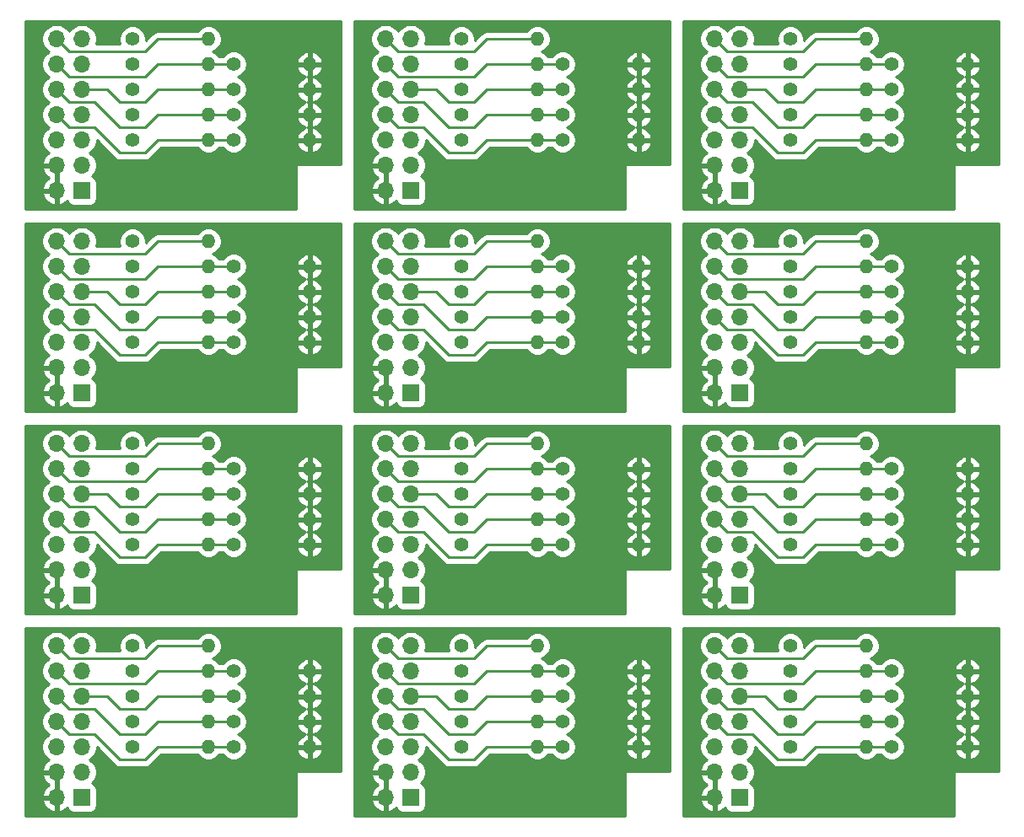
<source format=gtl>
G04 #@! TF.GenerationSoftware,KiCad,Pcbnew,(5.1.5)-3*
G04 #@! TF.CreationDate,2020-05-04T17:21:53+09:00*
G04 #@! TF.ProjectId,bf-002,62662d30-3032-42e6-9b69-6361645f7063,V01L01*
G04 #@! TF.SameCoordinates,Original*
G04 #@! TF.FileFunction,Copper,L1,Top*
G04 #@! TF.FilePolarity,Positive*
%FSLAX46Y46*%
G04 Gerber Fmt 4.6, Leading zero omitted, Abs format (unit mm)*
G04 Created by KiCad (PCBNEW (5.1.5)-3) date 2020-05-04 17:21:53*
%MOMM*%
%LPD*%
G04 APERTURE LIST*
%ADD10R,1.700000X1.700000*%
%ADD11O,1.700000X1.700000*%
%ADD12C,1.400000*%
%ADD13O,1.400000X1.400000*%
%ADD14C,0.250000*%
%ADD15C,0.254000*%
G04 APERTURE END LIST*
D10*
X182880000Y-114300000D03*
D11*
X180340000Y-114300000D03*
X182880000Y-111760000D03*
X180340000Y-111760000D03*
X182880000Y-109220000D03*
X180340000Y-109220000D03*
X182880000Y-106680000D03*
X180340000Y-106680000D03*
X182880000Y-104140000D03*
X180340000Y-104140000D03*
X182880000Y-101600000D03*
X180340000Y-101600000D03*
X182880000Y-99060000D03*
X180340000Y-99060000D03*
X147320000Y-99060000D03*
X149860000Y-99060000D03*
X147320000Y-101600000D03*
X149860000Y-101600000D03*
X147320000Y-104140000D03*
X149860000Y-104140000D03*
X147320000Y-106680000D03*
X149860000Y-106680000D03*
X147320000Y-109220000D03*
X149860000Y-109220000D03*
X147320000Y-111760000D03*
X149860000Y-111760000D03*
X147320000Y-114300000D03*
D10*
X149860000Y-114300000D03*
X116840000Y-114300000D03*
D11*
X114300000Y-114300000D03*
X116840000Y-111760000D03*
X114300000Y-111760000D03*
X116840000Y-109220000D03*
X114300000Y-109220000D03*
X116840000Y-106680000D03*
X114300000Y-106680000D03*
X116840000Y-104140000D03*
X114300000Y-104140000D03*
X116840000Y-101600000D03*
X114300000Y-101600000D03*
X116840000Y-99060000D03*
X114300000Y-99060000D03*
X180340000Y-78740000D03*
X182880000Y-78740000D03*
X180340000Y-81280000D03*
X182880000Y-81280000D03*
X180340000Y-83820000D03*
X182880000Y-83820000D03*
X180340000Y-86360000D03*
X182880000Y-86360000D03*
X180340000Y-88900000D03*
X182880000Y-88900000D03*
X180340000Y-91440000D03*
X182880000Y-91440000D03*
X180340000Y-93980000D03*
D10*
X182880000Y-93980000D03*
X149860000Y-93980000D03*
D11*
X147320000Y-93980000D03*
X149860000Y-91440000D03*
X147320000Y-91440000D03*
X149860000Y-88900000D03*
X147320000Y-88900000D03*
X149860000Y-86360000D03*
X147320000Y-86360000D03*
X149860000Y-83820000D03*
X147320000Y-83820000D03*
X149860000Y-81280000D03*
X147320000Y-81280000D03*
X149860000Y-78740000D03*
X147320000Y-78740000D03*
X114300000Y-78740000D03*
X116840000Y-78740000D03*
X114300000Y-81280000D03*
X116840000Y-81280000D03*
X114300000Y-83820000D03*
X116840000Y-83820000D03*
X114300000Y-86360000D03*
X116840000Y-86360000D03*
X114300000Y-88900000D03*
X116840000Y-88900000D03*
X114300000Y-91440000D03*
X116840000Y-91440000D03*
X114300000Y-93980000D03*
D10*
X116840000Y-93980000D03*
X182880000Y-73660000D03*
D11*
X180340000Y-73660000D03*
X182880000Y-71120000D03*
X180340000Y-71120000D03*
X182880000Y-68580000D03*
X180340000Y-68580000D03*
X182880000Y-66040000D03*
X180340000Y-66040000D03*
X182880000Y-63500000D03*
X180340000Y-63500000D03*
X182880000Y-60960000D03*
X180340000Y-60960000D03*
X182880000Y-58420000D03*
X180340000Y-58420000D03*
X147320000Y-58420000D03*
X149860000Y-58420000D03*
X147320000Y-60960000D03*
X149860000Y-60960000D03*
X147320000Y-63500000D03*
X149860000Y-63500000D03*
X147320000Y-66040000D03*
X149860000Y-66040000D03*
X147320000Y-68580000D03*
X149860000Y-68580000D03*
X147320000Y-71120000D03*
X149860000Y-71120000D03*
X147320000Y-73660000D03*
D10*
X149860000Y-73660000D03*
X116840000Y-73660000D03*
D11*
X114300000Y-73660000D03*
X116840000Y-71120000D03*
X114300000Y-71120000D03*
X116840000Y-68580000D03*
X114300000Y-68580000D03*
X116840000Y-66040000D03*
X114300000Y-66040000D03*
X116840000Y-63500000D03*
X114300000Y-63500000D03*
X116840000Y-60960000D03*
X114300000Y-60960000D03*
X116840000Y-58420000D03*
X114300000Y-58420000D03*
D10*
X182880000Y-53340000D03*
D11*
X180340000Y-53340000D03*
X182880000Y-50800000D03*
X180340000Y-50800000D03*
X182880000Y-48260000D03*
X180340000Y-48260000D03*
X182880000Y-45720000D03*
X180340000Y-45720000D03*
X182880000Y-43180000D03*
X180340000Y-43180000D03*
X182880000Y-40640000D03*
X180340000Y-40640000D03*
X182880000Y-38100000D03*
X180340000Y-38100000D03*
X114300000Y-38100000D03*
X116840000Y-38100000D03*
X114300000Y-40640000D03*
X116840000Y-40640000D03*
X114300000Y-43180000D03*
X116840000Y-43180000D03*
X114300000Y-45720000D03*
X116840000Y-45720000D03*
X114300000Y-48260000D03*
X116840000Y-48260000D03*
X114300000Y-50800000D03*
X116840000Y-50800000D03*
X114300000Y-53340000D03*
D10*
X116840000Y-53340000D03*
D12*
X198120000Y-45720000D03*
D13*
X205740000Y-45720000D03*
D12*
X154940000Y-40640000D03*
D13*
X162560000Y-40640000D03*
X172720000Y-43180000D03*
D12*
X165100000Y-43180000D03*
D13*
X172720000Y-48260000D03*
D12*
X165100000Y-48260000D03*
D13*
X195580000Y-38100000D03*
D12*
X187960000Y-38100000D03*
X154940000Y-45720000D03*
D13*
X162560000Y-45720000D03*
X195580000Y-40640000D03*
D12*
X187960000Y-40640000D03*
D13*
X195580000Y-48260000D03*
D12*
X187960000Y-48260000D03*
D13*
X172720000Y-40640000D03*
D12*
X165100000Y-40640000D03*
X154940000Y-43180000D03*
D13*
X162560000Y-43180000D03*
D12*
X154940000Y-38100000D03*
D13*
X162560000Y-38100000D03*
X195580000Y-45720000D03*
D12*
X187960000Y-45720000D03*
D13*
X172720000Y-45720000D03*
D12*
X165100000Y-45720000D03*
X198120000Y-40640000D03*
D13*
X205740000Y-40640000D03*
D12*
X198120000Y-48260000D03*
D13*
X205740000Y-48260000D03*
D12*
X154940000Y-48260000D03*
D13*
X162560000Y-48260000D03*
X195580000Y-43180000D03*
D12*
X187960000Y-43180000D03*
X198120000Y-43180000D03*
D13*
X205740000Y-43180000D03*
X129540000Y-43180000D03*
D12*
X121920000Y-43180000D03*
X132080000Y-43180000D03*
D13*
X139700000Y-43180000D03*
D12*
X132080000Y-45720000D03*
D13*
X139700000Y-45720000D03*
X129540000Y-45720000D03*
D12*
X121920000Y-45720000D03*
D13*
X129540000Y-48260000D03*
D12*
X121920000Y-48260000D03*
X132080000Y-40640000D03*
D13*
X139700000Y-40640000D03*
D12*
X132080000Y-48260000D03*
D13*
X139700000Y-48260000D03*
X129540000Y-40640000D03*
D12*
X121920000Y-40640000D03*
D13*
X129540000Y-38100000D03*
D12*
X121920000Y-38100000D03*
X165100000Y-68580000D03*
D13*
X172720000Y-68580000D03*
D12*
X187960000Y-58420000D03*
D13*
X195580000Y-58420000D03*
X162560000Y-66040000D03*
D12*
X154940000Y-66040000D03*
D13*
X205740000Y-66040000D03*
D12*
X198120000Y-66040000D03*
X165100000Y-63500000D03*
D13*
X172720000Y-63500000D03*
X205740000Y-60960000D03*
D12*
X198120000Y-60960000D03*
X187960000Y-63500000D03*
D13*
X195580000Y-63500000D03*
D12*
X165100000Y-66040000D03*
D13*
X172720000Y-66040000D03*
X162560000Y-68580000D03*
D12*
X154940000Y-68580000D03*
D13*
X205740000Y-68580000D03*
D12*
X198120000Y-68580000D03*
X187960000Y-60960000D03*
D13*
X195580000Y-60960000D03*
D12*
X187960000Y-68580000D03*
D13*
X195580000Y-68580000D03*
X162560000Y-58420000D03*
D12*
X154940000Y-58420000D03*
D13*
X162560000Y-63500000D03*
D12*
X154940000Y-63500000D03*
X187960000Y-66040000D03*
D13*
X195580000Y-66040000D03*
X162560000Y-60960000D03*
D12*
X154940000Y-60960000D03*
D13*
X205740000Y-63500000D03*
D12*
X198120000Y-63500000D03*
X165100000Y-60960000D03*
D13*
X172720000Y-60960000D03*
X139700000Y-66040000D03*
D12*
X132080000Y-66040000D03*
X121920000Y-68580000D03*
D13*
X129540000Y-68580000D03*
X139700000Y-60960000D03*
D12*
X132080000Y-60960000D03*
D13*
X139700000Y-68580000D03*
D12*
X132080000Y-68580000D03*
X121920000Y-66040000D03*
D13*
X129540000Y-66040000D03*
D12*
X121920000Y-60960000D03*
D13*
X129540000Y-60960000D03*
D12*
X121920000Y-58420000D03*
D13*
X129540000Y-58420000D03*
D12*
X121920000Y-63500000D03*
D13*
X129540000Y-63500000D03*
X139700000Y-63500000D03*
D12*
X132080000Y-63500000D03*
D13*
X172720000Y-88900000D03*
D12*
X165100000Y-88900000D03*
D13*
X195580000Y-78740000D03*
D12*
X187960000Y-78740000D03*
X154940000Y-86360000D03*
D13*
X162560000Y-86360000D03*
D12*
X198120000Y-81280000D03*
D13*
X205740000Y-81280000D03*
X172720000Y-86360000D03*
D12*
X165100000Y-86360000D03*
X154940000Y-88900000D03*
D13*
X162560000Y-88900000D03*
D12*
X198120000Y-88900000D03*
D13*
X205740000Y-88900000D03*
D12*
X154940000Y-83820000D03*
D13*
X162560000Y-83820000D03*
X195580000Y-86360000D03*
D12*
X187960000Y-86360000D03*
D13*
X195580000Y-81280000D03*
D12*
X187960000Y-81280000D03*
X198120000Y-86360000D03*
D13*
X205740000Y-86360000D03*
D12*
X154940000Y-81280000D03*
D13*
X162560000Y-81280000D03*
D12*
X198120000Y-83820000D03*
D13*
X205740000Y-83820000D03*
X172720000Y-81280000D03*
D12*
X165100000Y-81280000D03*
D13*
X172720000Y-83820000D03*
D12*
X165100000Y-83820000D03*
D13*
X195580000Y-88900000D03*
D12*
X187960000Y-88900000D03*
D13*
X195580000Y-83820000D03*
D12*
X187960000Y-83820000D03*
X154940000Y-78740000D03*
D13*
X162560000Y-78740000D03*
D12*
X132080000Y-86360000D03*
D13*
X139700000Y-86360000D03*
X129540000Y-88900000D03*
D12*
X121920000Y-88900000D03*
X132080000Y-81280000D03*
D13*
X139700000Y-81280000D03*
D12*
X132080000Y-83820000D03*
D13*
X139700000Y-83820000D03*
D12*
X132080000Y-88900000D03*
D13*
X139700000Y-88900000D03*
X129540000Y-86360000D03*
D12*
X121920000Y-86360000D03*
D13*
X129540000Y-81280000D03*
D12*
X121920000Y-81280000D03*
D13*
X129540000Y-78740000D03*
D12*
X121920000Y-78740000D03*
D13*
X129540000Y-83820000D03*
D12*
X121920000Y-83820000D03*
D13*
X205740000Y-109220000D03*
D12*
X198120000Y-109220000D03*
X187960000Y-106680000D03*
D13*
X195580000Y-106680000D03*
X205740000Y-106680000D03*
D12*
X198120000Y-106680000D03*
X187960000Y-109220000D03*
D13*
X195580000Y-109220000D03*
D12*
X187960000Y-104140000D03*
D13*
X195580000Y-104140000D03*
D12*
X187960000Y-101600000D03*
D13*
X195580000Y-101600000D03*
X205740000Y-101600000D03*
D12*
X198120000Y-101600000D03*
D13*
X205740000Y-104140000D03*
D12*
X198120000Y-104140000D03*
X187960000Y-99060000D03*
D13*
X195580000Y-99060000D03*
D12*
X165100000Y-106680000D03*
D13*
X172720000Y-106680000D03*
X162560000Y-109220000D03*
D12*
X154940000Y-109220000D03*
X165100000Y-101600000D03*
D13*
X172720000Y-101600000D03*
D12*
X165100000Y-104140000D03*
D13*
X172720000Y-104140000D03*
D12*
X165100000Y-109220000D03*
D13*
X172720000Y-109220000D03*
X162560000Y-106680000D03*
D12*
X154940000Y-106680000D03*
D13*
X162560000Y-101600000D03*
D12*
X154940000Y-101600000D03*
D13*
X162560000Y-99060000D03*
D12*
X154940000Y-99060000D03*
D13*
X162560000Y-104140000D03*
D12*
X154940000Y-104140000D03*
X121920000Y-99060000D03*
D13*
X129540000Y-99060000D03*
D12*
X121920000Y-101600000D03*
D13*
X129540000Y-101600000D03*
D12*
X121920000Y-104140000D03*
D13*
X129540000Y-104140000D03*
D12*
X121920000Y-106680000D03*
D13*
X129540000Y-106680000D03*
D12*
X121920000Y-109220000D03*
D13*
X129540000Y-109220000D03*
X139700000Y-101600000D03*
D12*
X132080000Y-101600000D03*
D13*
X139700000Y-104140000D03*
D12*
X132080000Y-104140000D03*
D13*
X139700000Y-106680000D03*
D12*
X132080000Y-106680000D03*
D13*
X139700000Y-109220000D03*
D12*
X132080000Y-109220000D03*
D10*
X149860000Y-53340000D03*
D11*
X147320000Y-53340000D03*
X149860000Y-50800000D03*
X147320000Y-50800000D03*
X149860000Y-48260000D03*
X147320000Y-48260000D03*
X149860000Y-45720000D03*
X147320000Y-45720000D03*
X149860000Y-43180000D03*
X147320000Y-43180000D03*
X149860000Y-40640000D03*
X147320000Y-40640000D03*
X149860000Y-38100000D03*
X147320000Y-38100000D03*
D14*
X132080000Y-109220000D02*
X129540000Y-109220000D01*
X114300000Y-106680000D02*
X115570000Y-107950000D01*
X120650000Y-110490000D02*
X118110000Y-107950000D01*
X115570000Y-107950000D02*
X118110000Y-107950000D01*
X124460000Y-109220000D02*
X123190000Y-110490000D01*
X129540000Y-109220000D02*
X124460000Y-109220000D01*
X123190000Y-110490000D02*
X120650000Y-110490000D01*
X165100000Y-109220000D02*
X162560000Y-109220000D01*
X147320000Y-106680000D02*
X148590000Y-107950000D01*
X157480000Y-109220000D02*
X156210000Y-110490000D01*
X156210000Y-110490000D02*
X153670000Y-110490000D01*
X148590000Y-107950000D02*
X151130000Y-107950000D01*
X153670000Y-110490000D02*
X151130000Y-107950000D01*
X162560000Y-109220000D02*
X157480000Y-109220000D01*
X181610000Y-107950000D02*
X184150000Y-107950000D01*
X190500000Y-109220000D02*
X189230000Y-110490000D01*
X186690000Y-110490000D02*
X184150000Y-107950000D01*
X198120000Y-109220000D02*
X195580000Y-109220000D01*
X180340000Y-106680000D02*
X181610000Y-107950000D01*
X189230000Y-110490000D02*
X186690000Y-110490000D01*
X195580000Y-109220000D02*
X190500000Y-109220000D01*
X132080000Y-88900000D02*
X129540000Y-88900000D01*
X114300000Y-86360000D02*
X115570000Y-87630000D01*
X124460000Y-88900000D02*
X123190000Y-90170000D01*
X123190000Y-90170000D02*
X120650000Y-90170000D01*
X115570000Y-87630000D02*
X118110000Y-87630000D01*
X120650000Y-90170000D02*
X118110000Y-87630000D01*
X129540000Y-88900000D02*
X124460000Y-88900000D01*
X189230000Y-90170000D02*
X186690000Y-90170000D01*
X180340000Y-86360000D02*
X181610000Y-87630000D01*
X181610000Y-87630000D02*
X184150000Y-87630000D01*
X198120000Y-88900000D02*
X195580000Y-88900000D01*
X195580000Y-88900000D02*
X190500000Y-88900000D01*
X190500000Y-88900000D02*
X189230000Y-90170000D01*
X186690000Y-90170000D02*
X184150000Y-87630000D01*
X148590000Y-87630000D02*
X151130000Y-87630000D01*
X157480000Y-88900000D02*
X156210000Y-90170000D01*
X153670000Y-90170000D02*
X151130000Y-87630000D01*
X165100000Y-88900000D02*
X162560000Y-88900000D01*
X147320000Y-86360000D02*
X148590000Y-87630000D01*
X156210000Y-90170000D02*
X153670000Y-90170000D01*
X162560000Y-88900000D02*
X157480000Y-88900000D01*
X124460000Y-68580000D02*
X123190000Y-69850000D01*
X123190000Y-69850000D02*
X120650000Y-69850000D01*
X115570000Y-67310000D02*
X118110000Y-67310000D01*
X120650000Y-69850000D02*
X118110000Y-67310000D01*
X129540000Y-68580000D02*
X124460000Y-68580000D01*
X132080000Y-68580000D02*
X129540000Y-68580000D01*
X114300000Y-66040000D02*
X115570000Y-67310000D01*
X195580000Y-68580000D02*
X190500000Y-68580000D01*
X190500000Y-68580000D02*
X189230000Y-69850000D01*
X186690000Y-69850000D02*
X184150000Y-67310000D01*
X181610000Y-67310000D02*
X184150000Y-67310000D01*
X198120000Y-68580000D02*
X195580000Y-68580000D01*
X189230000Y-69850000D02*
X186690000Y-69850000D01*
X180340000Y-66040000D02*
X181610000Y-67310000D01*
X148590000Y-67310000D02*
X151130000Y-67310000D01*
X153670000Y-69850000D02*
X151130000Y-67310000D01*
X165100000Y-68580000D02*
X162560000Y-68580000D01*
X147320000Y-66040000D02*
X148590000Y-67310000D01*
X157480000Y-68580000D02*
X156210000Y-69850000D01*
X156210000Y-69850000D02*
X153670000Y-69850000D01*
X162560000Y-68580000D02*
X157480000Y-68580000D01*
X132080000Y-48260000D02*
X129540000Y-48260000D01*
X198120000Y-48260000D02*
X195580000Y-48260000D01*
X114300000Y-45720000D02*
X115570000Y-46990000D01*
X181610000Y-46990000D02*
X184150000Y-46990000D01*
X120650000Y-49530000D02*
X118110000Y-46990000D01*
X186690000Y-49530000D02*
X184150000Y-46990000D01*
X115570000Y-46990000D02*
X118110000Y-46990000D01*
X195580000Y-48260000D02*
X190500000Y-48260000D01*
X123190000Y-49530000D02*
X120650000Y-49530000D01*
X129540000Y-48260000D02*
X124460000Y-48260000D01*
X190500000Y-48260000D02*
X189230000Y-49530000D01*
X124460000Y-48260000D02*
X123190000Y-49530000D01*
X162560000Y-48260000D02*
X157480000Y-48260000D01*
X180340000Y-45720000D02*
X181610000Y-46990000D01*
X153670000Y-49530000D02*
X151130000Y-46990000D01*
X157480000Y-48260000D02*
X156210000Y-49530000D01*
X156210000Y-49530000D02*
X153670000Y-49530000D01*
X189230000Y-49530000D02*
X186690000Y-49530000D01*
X148590000Y-46990000D02*
X151130000Y-46990000D01*
X165100000Y-48260000D02*
X162560000Y-48260000D01*
X147320000Y-45720000D02*
X148590000Y-46990000D01*
X132080000Y-104140000D02*
X129540000Y-104140000D01*
X120650000Y-105410000D02*
X119380000Y-104140000D01*
X119380000Y-104140000D02*
X116840000Y-104140000D01*
X129540000Y-104140000D02*
X124460000Y-104140000D01*
X124460000Y-104140000D02*
X123190000Y-105410000D01*
X123190000Y-105410000D02*
X120650000Y-105410000D01*
X165100000Y-104140000D02*
X162560000Y-104140000D01*
X153670000Y-105410000D02*
X152400000Y-104140000D01*
X156210000Y-105410000D02*
X153670000Y-105410000D01*
X152400000Y-104140000D02*
X149860000Y-104140000D01*
X162560000Y-104140000D02*
X157480000Y-104140000D01*
X157480000Y-104140000D02*
X156210000Y-105410000D01*
X198120000Y-104140000D02*
X195580000Y-104140000D01*
X186690000Y-105410000D02*
X185420000Y-104140000D01*
X185420000Y-104140000D02*
X182880000Y-104140000D01*
X190500000Y-104140000D02*
X189230000Y-105410000D01*
X189230000Y-105410000D02*
X186690000Y-105410000D01*
X195580000Y-104140000D02*
X190500000Y-104140000D01*
X132080000Y-83820000D02*
X129540000Y-83820000D01*
X120650000Y-85090000D02*
X119380000Y-83820000D01*
X123190000Y-85090000D02*
X120650000Y-85090000D01*
X119380000Y-83820000D02*
X116840000Y-83820000D01*
X129540000Y-83820000D02*
X124460000Y-83820000D01*
X124460000Y-83820000D02*
X123190000Y-85090000D01*
X195580000Y-83820000D02*
X190500000Y-83820000D01*
X186690000Y-85090000D02*
X185420000Y-83820000D01*
X190500000Y-83820000D02*
X189230000Y-85090000D01*
X185420000Y-83820000D02*
X182880000Y-83820000D01*
X189230000Y-85090000D02*
X186690000Y-85090000D01*
X198120000Y-83820000D02*
X195580000Y-83820000D01*
X165100000Y-83820000D02*
X162560000Y-83820000D01*
X153670000Y-85090000D02*
X152400000Y-83820000D01*
X152400000Y-83820000D02*
X149860000Y-83820000D01*
X157480000Y-83820000D02*
X156210000Y-85090000D01*
X156210000Y-85090000D02*
X153670000Y-85090000D01*
X162560000Y-83820000D02*
X157480000Y-83820000D01*
X132080000Y-63500000D02*
X129540000Y-63500000D01*
X120650000Y-64770000D02*
X119380000Y-63500000D01*
X186690000Y-64770000D02*
X185420000Y-63500000D01*
X129540000Y-63500000D02*
X124460000Y-63500000D01*
X119380000Y-63500000D02*
X116840000Y-63500000D01*
X185420000Y-63500000D02*
X182880000Y-63500000D01*
X189230000Y-64770000D02*
X186690000Y-64770000D01*
X195580000Y-63500000D02*
X190500000Y-63500000D01*
X190500000Y-63500000D02*
X189230000Y-64770000D01*
X198120000Y-63500000D02*
X195580000Y-63500000D01*
X123190000Y-64770000D02*
X120650000Y-64770000D01*
X124460000Y-63500000D02*
X123190000Y-64770000D01*
X152400000Y-63500000D02*
X149860000Y-63500000D01*
X156210000Y-64770000D02*
X153670000Y-64770000D01*
X162560000Y-63500000D02*
X157480000Y-63500000D01*
X157480000Y-63500000D02*
X156210000Y-64770000D01*
X153670000Y-64770000D02*
X152400000Y-63500000D01*
X165100000Y-63500000D02*
X162560000Y-63500000D01*
X190500000Y-43180000D02*
X189230000Y-44450000D01*
X120650000Y-44450000D02*
X119380000Y-43180000D01*
X198120000Y-43180000D02*
X195580000Y-43180000D01*
X123190000Y-44450000D02*
X120650000Y-44450000D01*
X119380000Y-43180000D02*
X116840000Y-43180000D01*
X189230000Y-44450000D02*
X186690000Y-44450000D01*
X185420000Y-43180000D02*
X182880000Y-43180000D01*
X195580000Y-43180000D02*
X190500000Y-43180000D01*
X129540000Y-43180000D02*
X124460000Y-43180000D01*
X132080000Y-43180000D02*
X129540000Y-43180000D01*
X186690000Y-44450000D02*
X185420000Y-43180000D01*
X162560000Y-43180000D02*
X157480000Y-43180000D01*
X157480000Y-43180000D02*
X156210000Y-44450000D01*
X165100000Y-43180000D02*
X162560000Y-43180000D01*
X152400000Y-43180000D02*
X149860000Y-43180000D01*
X153670000Y-44450000D02*
X152400000Y-43180000D01*
X156210000Y-44450000D02*
X153670000Y-44450000D01*
X124460000Y-43180000D02*
X123190000Y-44450000D01*
X129540000Y-106680000D02*
X132080000Y-106680000D01*
X115570000Y-105410000D02*
X114300000Y-104140000D01*
X118110000Y-105410000D02*
X115570000Y-105410000D01*
X120650000Y-107950000D02*
X118110000Y-105410000D01*
X123190000Y-107950000D02*
X120650000Y-107950000D01*
X124460000Y-106680000D02*
X123190000Y-107950000D01*
X129540000Y-106680000D02*
X124460000Y-106680000D01*
X151130000Y-105410000D02*
X148590000Y-105410000D01*
X162560000Y-106680000D02*
X157480000Y-106680000D01*
X162560000Y-106680000D02*
X165100000Y-106680000D01*
X157480000Y-106680000D02*
X156210000Y-107950000D01*
X153670000Y-107950000D02*
X151130000Y-105410000D01*
X156210000Y-107950000D02*
X153670000Y-107950000D01*
X148590000Y-105410000D02*
X147320000Y-104140000D01*
X181610000Y-105410000D02*
X180340000Y-104140000D01*
X190500000Y-106680000D02*
X189230000Y-107950000D01*
X189230000Y-107950000D02*
X186690000Y-107950000D01*
X184150000Y-105410000D02*
X181610000Y-105410000D01*
X195580000Y-106680000D02*
X198120000Y-106680000D01*
X195580000Y-106680000D02*
X190500000Y-106680000D01*
X186690000Y-107950000D02*
X184150000Y-105410000D01*
X118110000Y-85090000D02*
X115570000Y-85090000D01*
X129540000Y-86360000D02*
X124460000Y-86360000D01*
X129540000Y-86360000D02*
X132080000Y-86360000D01*
X124460000Y-86360000D02*
X123190000Y-87630000D01*
X120650000Y-87630000D02*
X118110000Y-85090000D01*
X123190000Y-87630000D02*
X120650000Y-87630000D01*
X115570000Y-85090000D02*
X114300000Y-83820000D01*
X181610000Y-85090000D02*
X180340000Y-83820000D01*
X195580000Y-86360000D02*
X190500000Y-86360000D01*
X184150000Y-85090000D02*
X181610000Y-85090000D01*
X189230000Y-87630000D02*
X186690000Y-87630000D01*
X195580000Y-86360000D02*
X198120000Y-86360000D01*
X190500000Y-86360000D02*
X189230000Y-87630000D01*
X186690000Y-87630000D02*
X184150000Y-85090000D01*
X148590000Y-85090000D02*
X147320000Y-83820000D01*
X157480000Y-86360000D02*
X156210000Y-87630000D01*
X156210000Y-87630000D02*
X153670000Y-87630000D01*
X151130000Y-85090000D02*
X148590000Y-85090000D01*
X162560000Y-86360000D02*
X165100000Y-86360000D01*
X162560000Y-86360000D02*
X157480000Y-86360000D01*
X153670000Y-87630000D02*
X151130000Y-85090000D01*
X129540000Y-66040000D02*
X124460000Y-66040000D01*
X189230000Y-67310000D02*
X186690000Y-67310000D01*
X190500000Y-66040000D02*
X189230000Y-67310000D01*
X118110000Y-64770000D02*
X115570000Y-64770000D01*
X186690000Y-67310000D02*
X184150000Y-64770000D01*
X120650000Y-67310000D02*
X118110000Y-64770000D01*
X115570000Y-64770000D02*
X114300000Y-63500000D01*
X184150000Y-64770000D02*
X181610000Y-64770000D01*
X129540000Y-66040000D02*
X132080000Y-66040000D01*
X123190000Y-67310000D02*
X120650000Y-67310000D01*
X181610000Y-64770000D02*
X180340000Y-63500000D01*
X195580000Y-66040000D02*
X190500000Y-66040000D01*
X195580000Y-66040000D02*
X198120000Y-66040000D01*
X124460000Y-66040000D02*
X123190000Y-67310000D01*
X162560000Y-66040000D02*
X157480000Y-66040000D01*
X162560000Y-66040000D02*
X165100000Y-66040000D01*
X151130000Y-64770000D02*
X148590000Y-64770000D01*
X157480000Y-66040000D02*
X156210000Y-67310000D01*
X153670000Y-67310000D02*
X151130000Y-64770000D01*
X148590000Y-64770000D02*
X147320000Y-63500000D01*
X156210000Y-67310000D02*
X153670000Y-67310000D01*
X186690000Y-46990000D02*
X184150000Y-44450000D01*
X115570000Y-44450000D02*
X114300000Y-43180000D01*
X118110000Y-44450000D02*
X115570000Y-44450000D01*
X120650000Y-46990000D02*
X118110000Y-44450000D01*
X129540000Y-45720000D02*
X124460000Y-45720000D01*
X189230000Y-46990000D02*
X186690000Y-46990000D01*
X190500000Y-45720000D02*
X189230000Y-46990000D01*
X181610000Y-44450000D02*
X180340000Y-43180000D01*
X124460000Y-45720000D02*
X123190000Y-46990000D01*
X123190000Y-46990000D02*
X120650000Y-46990000D01*
X129540000Y-45720000D02*
X132080000Y-45720000D01*
X162560000Y-45720000D02*
X157480000Y-45720000D01*
X157480000Y-45720000D02*
X156210000Y-46990000D01*
X195580000Y-45720000D02*
X198120000Y-45720000D01*
X162560000Y-45720000D02*
X165100000Y-45720000D01*
X151130000Y-44450000D02*
X148590000Y-44450000D01*
X148590000Y-44450000D02*
X147320000Y-43180000D01*
X156210000Y-46990000D02*
X153670000Y-46990000D01*
X184150000Y-44450000D02*
X181610000Y-44450000D01*
X195580000Y-45720000D02*
X190500000Y-45720000D01*
X153670000Y-46990000D02*
X151130000Y-44450000D01*
X129540000Y-101600000D02*
X132080000Y-101600000D01*
X115570000Y-102870000D02*
X114300000Y-101600000D01*
X124460000Y-101600000D02*
X123190000Y-102870000D01*
X129540000Y-101600000D02*
X124460000Y-101600000D01*
X123190000Y-102870000D02*
X115570000Y-102870000D01*
X156210000Y-102870000D02*
X148590000Y-102870000D01*
X162560000Y-101600000D02*
X157480000Y-101600000D01*
X148590000Y-102870000D02*
X147320000Y-101600000D01*
X157480000Y-101600000D02*
X156210000Y-102870000D01*
X162560000Y-101600000D02*
X165100000Y-101600000D01*
X181610000Y-102870000D02*
X180340000Y-101600000D01*
X189230000Y-102870000D02*
X181610000Y-102870000D01*
X190500000Y-101600000D02*
X189230000Y-102870000D01*
X195580000Y-101600000D02*
X190500000Y-101600000D01*
X195580000Y-101600000D02*
X198120000Y-101600000D01*
X123190000Y-82550000D02*
X115570000Y-82550000D01*
X129540000Y-81280000D02*
X124460000Y-81280000D01*
X115570000Y-82550000D02*
X114300000Y-81280000D01*
X124460000Y-81280000D02*
X123190000Y-82550000D01*
X129540000Y-81280000D02*
X132080000Y-81280000D01*
X190500000Y-81280000D02*
X189230000Y-82550000D01*
X181610000Y-82550000D02*
X180340000Y-81280000D01*
X189230000Y-82550000D02*
X181610000Y-82550000D01*
X195580000Y-81280000D02*
X190500000Y-81280000D01*
X195580000Y-81280000D02*
X198120000Y-81280000D01*
X148590000Y-82550000D02*
X147320000Y-81280000D01*
X156210000Y-82550000D02*
X148590000Y-82550000D01*
X157480000Y-81280000D02*
X156210000Y-82550000D01*
X162560000Y-81280000D02*
X157480000Y-81280000D01*
X162560000Y-81280000D02*
X165100000Y-81280000D01*
X123190000Y-62230000D02*
X115570000Y-62230000D01*
X181610000Y-62230000D02*
X180340000Y-60960000D01*
X115570000Y-62230000D02*
X114300000Y-60960000D01*
X189230000Y-62230000D02*
X181610000Y-62230000D01*
X195580000Y-60960000D02*
X190500000Y-60960000D01*
X124460000Y-60960000D02*
X123190000Y-62230000D01*
X129540000Y-60960000D02*
X124460000Y-60960000D01*
X190500000Y-60960000D02*
X189230000Y-62230000D01*
X129540000Y-60960000D02*
X132080000Y-60960000D01*
X162560000Y-60960000D02*
X165100000Y-60960000D01*
X195580000Y-60960000D02*
X198120000Y-60960000D01*
X156210000Y-62230000D02*
X148590000Y-62230000D01*
X162560000Y-60960000D02*
X157480000Y-60960000D01*
X148590000Y-62230000D02*
X147320000Y-60960000D01*
X157480000Y-60960000D02*
X156210000Y-62230000D01*
X124460000Y-40640000D02*
X123190000Y-41910000D01*
X181610000Y-41910000D02*
X180340000Y-40640000D01*
X115570000Y-41910000D02*
X114300000Y-40640000D01*
X189230000Y-41910000D02*
X181610000Y-41910000D01*
X195580000Y-40640000D02*
X190500000Y-40640000D01*
X123190000Y-41910000D02*
X115570000Y-41910000D01*
X129540000Y-40640000D02*
X124460000Y-40640000D01*
X162560000Y-40640000D02*
X165100000Y-40640000D01*
X156210000Y-41910000D02*
X148590000Y-41910000D01*
X162560000Y-40640000D02*
X157480000Y-40640000D01*
X148590000Y-41910000D02*
X147320000Y-40640000D01*
X157480000Y-40640000D02*
X156210000Y-41910000D01*
X190500000Y-40640000D02*
X189230000Y-41910000D01*
X129540000Y-40640000D02*
X132080000Y-40640000D01*
X195580000Y-40640000D02*
X198120000Y-40640000D01*
X115570000Y-100330000D02*
X114300000Y-99060000D01*
X124460000Y-99060000D02*
X123190000Y-100330000D01*
X129540000Y-99060000D02*
X124460000Y-99060000D01*
X123190000Y-100330000D02*
X115570000Y-100330000D01*
X157480000Y-99060000D02*
X156210000Y-100330000D01*
X148590000Y-100330000D02*
X147320000Y-99060000D01*
X162560000Y-99060000D02*
X157480000Y-99060000D01*
X156210000Y-100330000D02*
X148590000Y-100330000D01*
X181610000Y-100330000D02*
X180340000Y-99060000D01*
X195580000Y-99060000D02*
X190500000Y-99060000D01*
X189230000Y-100330000D02*
X181610000Y-100330000D01*
X190500000Y-99060000D02*
X189230000Y-100330000D01*
X124460000Y-78740000D02*
X123190000Y-80010000D01*
X115570000Y-80010000D02*
X114300000Y-78740000D01*
X129540000Y-78740000D02*
X124460000Y-78740000D01*
X123190000Y-80010000D02*
X115570000Y-80010000D01*
X190500000Y-78740000D02*
X189230000Y-80010000D01*
X195580000Y-78740000D02*
X190500000Y-78740000D01*
X181610000Y-80010000D02*
X180340000Y-78740000D01*
X189230000Y-80010000D02*
X181610000Y-80010000D01*
X148590000Y-80010000D02*
X147320000Y-78740000D01*
X162560000Y-78740000D02*
X157480000Y-78740000D01*
X156210000Y-80010000D02*
X148590000Y-80010000D01*
X157480000Y-78740000D02*
X156210000Y-80010000D01*
X123190000Y-59690000D02*
X115570000Y-59690000D01*
X195580000Y-58420000D02*
X190500000Y-58420000D01*
X181610000Y-59690000D02*
X180340000Y-58420000D01*
X189230000Y-59690000D02*
X181610000Y-59690000D01*
X124460000Y-58420000D02*
X123190000Y-59690000D01*
X115570000Y-59690000D02*
X114300000Y-58420000D01*
X129540000Y-58420000D02*
X124460000Y-58420000D01*
X190500000Y-58420000D02*
X189230000Y-59690000D01*
X162560000Y-58420000D02*
X157480000Y-58420000D01*
X156210000Y-59690000D02*
X148590000Y-59690000D01*
X148590000Y-59690000D02*
X147320000Y-58420000D01*
X157480000Y-58420000D02*
X156210000Y-59690000D01*
X123190000Y-39370000D02*
X115570000Y-39370000D01*
X124460000Y-38100000D02*
X123190000Y-39370000D01*
X181610000Y-39370000D02*
X180340000Y-38100000D01*
X189230000Y-39370000D02*
X181610000Y-39370000D01*
X195580000Y-38100000D02*
X190500000Y-38100000D01*
X190500000Y-38100000D02*
X189230000Y-39370000D01*
X115570000Y-39370000D02*
X114300000Y-38100000D01*
X156210000Y-39370000D02*
X148590000Y-39370000D01*
X148590000Y-39370000D02*
X147320000Y-38100000D01*
X157480000Y-38100000D02*
X156210000Y-39370000D01*
X129540000Y-38100000D02*
X124460000Y-38100000D01*
X162560000Y-38100000D02*
X157480000Y-38100000D01*
D15*
G36*
X142800000Y-111633000D02*
G01*
X138430000Y-111633000D01*
X138405224Y-111635440D01*
X138381399Y-111642667D01*
X138359443Y-111654403D01*
X138340197Y-111670197D01*
X138324403Y-111689443D01*
X138312667Y-111711399D01*
X138305440Y-111735224D01*
X138303000Y-111760000D01*
X138303000Y-116130000D01*
X111200000Y-116130000D01*
X111200000Y-114656890D01*
X112858524Y-114656890D01*
X112903175Y-114804099D01*
X113028359Y-115066920D01*
X113202412Y-115300269D01*
X113418645Y-115495178D01*
X113668748Y-115644157D01*
X113943109Y-115741481D01*
X114173000Y-115620814D01*
X114173000Y-114427000D01*
X112979845Y-114427000D01*
X112858524Y-114656890D01*
X111200000Y-114656890D01*
X111200000Y-112116890D01*
X112858524Y-112116890D01*
X112903175Y-112264099D01*
X113028359Y-112526920D01*
X113202412Y-112760269D01*
X113418645Y-112955178D01*
X113544255Y-113030000D01*
X113418645Y-113104822D01*
X113202412Y-113299731D01*
X113028359Y-113533080D01*
X112903175Y-113795901D01*
X112858524Y-113943110D01*
X112979845Y-114173000D01*
X114173000Y-114173000D01*
X114173000Y-111887000D01*
X112979845Y-111887000D01*
X112858524Y-112116890D01*
X111200000Y-112116890D01*
X111200000Y-98913740D01*
X112815000Y-98913740D01*
X112815000Y-99206260D01*
X112872068Y-99493158D01*
X112984010Y-99763411D01*
X113146525Y-100006632D01*
X113353368Y-100213475D01*
X113527760Y-100330000D01*
X113353368Y-100446525D01*
X113146525Y-100653368D01*
X112984010Y-100896589D01*
X112872068Y-101166842D01*
X112815000Y-101453740D01*
X112815000Y-101746260D01*
X112872068Y-102033158D01*
X112984010Y-102303411D01*
X113146525Y-102546632D01*
X113353368Y-102753475D01*
X113527760Y-102870000D01*
X113353368Y-102986525D01*
X113146525Y-103193368D01*
X112984010Y-103436589D01*
X112872068Y-103706842D01*
X112815000Y-103993740D01*
X112815000Y-104286260D01*
X112872068Y-104573158D01*
X112984010Y-104843411D01*
X113146525Y-105086632D01*
X113353368Y-105293475D01*
X113527760Y-105410000D01*
X113353368Y-105526525D01*
X113146525Y-105733368D01*
X112984010Y-105976589D01*
X112872068Y-106246842D01*
X112815000Y-106533740D01*
X112815000Y-106826260D01*
X112872068Y-107113158D01*
X112984010Y-107383411D01*
X113146525Y-107626632D01*
X113353368Y-107833475D01*
X113527760Y-107950000D01*
X113353368Y-108066525D01*
X113146525Y-108273368D01*
X112984010Y-108516589D01*
X112872068Y-108786842D01*
X112815000Y-109073740D01*
X112815000Y-109366260D01*
X112872068Y-109653158D01*
X112984010Y-109923411D01*
X113146525Y-110166632D01*
X113353368Y-110373475D01*
X113535534Y-110495195D01*
X113418645Y-110564822D01*
X113202412Y-110759731D01*
X113028359Y-110993080D01*
X112903175Y-111255901D01*
X112858524Y-111403110D01*
X112979845Y-111633000D01*
X114173000Y-111633000D01*
X114173000Y-111613000D01*
X114427000Y-111613000D01*
X114427000Y-111633000D01*
X114447000Y-111633000D01*
X114447000Y-111887000D01*
X114427000Y-111887000D01*
X114427000Y-114173000D01*
X114447000Y-114173000D01*
X114447000Y-114427000D01*
X114427000Y-114427000D01*
X114427000Y-115620814D01*
X114656891Y-115741481D01*
X114931252Y-115644157D01*
X115181355Y-115495178D01*
X115377502Y-115318374D01*
X115400498Y-115394180D01*
X115459463Y-115504494D01*
X115538815Y-115601185D01*
X115635506Y-115680537D01*
X115745820Y-115739502D01*
X115865518Y-115775812D01*
X115990000Y-115788072D01*
X117690000Y-115788072D01*
X117814482Y-115775812D01*
X117934180Y-115739502D01*
X118044494Y-115680537D01*
X118141185Y-115601185D01*
X118220537Y-115504494D01*
X118279502Y-115394180D01*
X118315812Y-115274482D01*
X118328072Y-115150000D01*
X118328072Y-113450000D01*
X118315812Y-113325518D01*
X118279502Y-113205820D01*
X118220537Y-113095506D01*
X118141185Y-112998815D01*
X118044494Y-112919463D01*
X117934180Y-112860498D01*
X117861620Y-112838487D01*
X117993475Y-112706632D01*
X118155990Y-112463411D01*
X118267932Y-112193158D01*
X118325000Y-111906260D01*
X118325000Y-111613740D01*
X118267932Y-111326842D01*
X118155990Y-111056589D01*
X117993475Y-110813368D01*
X117786632Y-110606525D01*
X117612240Y-110490000D01*
X117786632Y-110373475D01*
X117993475Y-110166632D01*
X118155990Y-109923411D01*
X118267932Y-109653158D01*
X118325000Y-109366260D01*
X118325000Y-109239802D01*
X120086205Y-111001008D01*
X120109999Y-111030001D01*
X120138992Y-111053795D01*
X120138996Y-111053799D01*
X120209685Y-111111811D01*
X120225724Y-111124974D01*
X120357753Y-111195546D01*
X120501014Y-111239003D01*
X120612667Y-111250000D01*
X120612676Y-111250000D01*
X120649999Y-111253676D01*
X120687322Y-111250000D01*
X123152678Y-111250000D01*
X123190000Y-111253676D01*
X123227322Y-111250000D01*
X123227333Y-111250000D01*
X123338986Y-111239003D01*
X123482247Y-111195546D01*
X123614276Y-111124974D01*
X123730001Y-111030001D01*
X123753804Y-111000997D01*
X124774802Y-109980000D01*
X128442225Y-109980000D01*
X128503038Y-110071013D01*
X128688987Y-110256962D01*
X128907641Y-110403061D01*
X129150595Y-110503696D01*
X129408514Y-110555000D01*
X129671486Y-110555000D01*
X129929405Y-110503696D01*
X130172359Y-110403061D01*
X130391013Y-110256962D01*
X130576962Y-110071013D01*
X130637775Y-109980000D01*
X130982225Y-109980000D01*
X131043038Y-110071013D01*
X131228987Y-110256962D01*
X131447641Y-110403061D01*
X131690595Y-110503696D01*
X131948514Y-110555000D01*
X132211486Y-110555000D01*
X132469405Y-110503696D01*
X132712359Y-110403061D01*
X132931013Y-110256962D01*
X133116962Y-110071013D01*
X133263061Y-109852359D01*
X133363696Y-109609405D01*
X133374850Y-109553329D01*
X138407284Y-109553329D01*
X138439953Y-109661044D01*
X138550208Y-109898392D01*
X138704649Y-110109670D01*
X138897340Y-110286759D01*
X139120877Y-110422853D01*
X139366670Y-110512722D01*
X139573000Y-110390201D01*
X139573000Y-109347000D01*
X139827000Y-109347000D01*
X139827000Y-110390201D01*
X140033330Y-110512722D01*
X140279123Y-110422853D01*
X140502660Y-110286759D01*
X140695351Y-110109670D01*
X140849792Y-109898392D01*
X140960047Y-109661044D01*
X140992716Y-109553329D01*
X140869374Y-109347000D01*
X139827000Y-109347000D01*
X139573000Y-109347000D01*
X138530626Y-109347000D01*
X138407284Y-109553329D01*
X133374850Y-109553329D01*
X133415000Y-109351486D01*
X133415000Y-109088514D01*
X133363696Y-108830595D01*
X133263061Y-108587641D01*
X133116962Y-108368987D01*
X132931013Y-108183038D01*
X132712359Y-108036939D01*
X132502470Y-107950000D01*
X132712359Y-107863061D01*
X132931013Y-107716962D01*
X133116962Y-107531013D01*
X133263061Y-107312359D01*
X133363696Y-107069405D01*
X133374850Y-107013329D01*
X138407284Y-107013329D01*
X138439953Y-107121044D01*
X138550208Y-107358392D01*
X138704649Y-107569670D01*
X138897340Y-107746759D01*
X139120877Y-107882853D01*
X139304525Y-107950000D01*
X139120877Y-108017147D01*
X138897340Y-108153241D01*
X138704649Y-108330330D01*
X138550208Y-108541608D01*
X138439953Y-108778956D01*
X138407284Y-108886671D01*
X138530626Y-109093000D01*
X139573000Y-109093000D01*
X139573000Y-108049799D01*
X139404935Y-107950000D01*
X139573000Y-107850201D01*
X139573000Y-106807000D01*
X139827000Y-106807000D01*
X139827000Y-107850201D01*
X139995065Y-107950000D01*
X139827000Y-108049799D01*
X139827000Y-109093000D01*
X140869374Y-109093000D01*
X140992716Y-108886671D01*
X140960047Y-108778956D01*
X140849792Y-108541608D01*
X140695351Y-108330330D01*
X140502660Y-108153241D01*
X140279123Y-108017147D01*
X140095475Y-107950000D01*
X140279123Y-107882853D01*
X140502660Y-107746759D01*
X140695351Y-107569670D01*
X140849792Y-107358392D01*
X140960047Y-107121044D01*
X140992716Y-107013329D01*
X140869374Y-106807000D01*
X139827000Y-106807000D01*
X139573000Y-106807000D01*
X138530626Y-106807000D01*
X138407284Y-107013329D01*
X133374850Y-107013329D01*
X133415000Y-106811486D01*
X133415000Y-106548514D01*
X133363696Y-106290595D01*
X133263061Y-106047641D01*
X133116962Y-105828987D01*
X132931013Y-105643038D01*
X132712359Y-105496939D01*
X132502470Y-105410000D01*
X132712359Y-105323061D01*
X132931013Y-105176962D01*
X133116962Y-104991013D01*
X133263061Y-104772359D01*
X133363696Y-104529405D01*
X133374850Y-104473329D01*
X138407284Y-104473329D01*
X138439953Y-104581044D01*
X138550208Y-104818392D01*
X138704649Y-105029670D01*
X138897340Y-105206759D01*
X139120877Y-105342853D01*
X139304525Y-105410000D01*
X139120877Y-105477147D01*
X138897340Y-105613241D01*
X138704649Y-105790330D01*
X138550208Y-106001608D01*
X138439953Y-106238956D01*
X138407284Y-106346671D01*
X138530626Y-106553000D01*
X139573000Y-106553000D01*
X139573000Y-105509799D01*
X139404935Y-105410000D01*
X139573000Y-105310201D01*
X139573000Y-104267000D01*
X139827000Y-104267000D01*
X139827000Y-105310201D01*
X139995065Y-105410000D01*
X139827000Y-105509799D01*
X139827000Y-106553000D01*
X140869374Y-106553000D01*
X140992716Y-106346671D01*
X140960047Y-106238956D01*
X140849792Y-106001608D01*
X140695351Y-105790330D01*
X140502660Y-105613241D01*
X140279123Y-105477147D01*
X140095475Y-105410000D01*
X140279123Y-105342853D01*
X140502660Y-105206759D01*
X140695351Y-105029670D01*
X140849792Y-104818392D01*
X140960047Y-104581044D01*
X140992716Y-104473329D01*
X140869374Y-104267000D01*
X139827000Y-104267000D01*
X139573000Y-104267000D01*
X138530626Y-104267000D01*
X138407284Y-104473329D01*
X133374850Y-104473329D01*
X133415000Y-104271486D01*
X133415000Y-104008514D01*
X133363696Y-103750595D01*
X133263061Y-103507641D01*
X133116962Y-103288987D01*
X132931013Y-103103038D01*
X132712359Y-102956939D01*
X132502470Y-102870000D01*
X132712359Y-102783061D01*
X132931013Y-102636962D01*
X133116962Y-102451013D01*
X133263061Y-102232359D01*
X133363696Y-101989405D01*
X133374850Y-101933329D01*
X138407284Y-101933329D01*
X138439953Y-102041044D01*
X138550208Y-102278392D01*
X138704649Y-102489670D01*
X138897340Y-102666759D01*
X139120877Y-102802853D01*
X139304525Y-102870000D01*
X139120877Y-102937147D01*
X138897340Y-103073241D01*
X138704649Y-103250330D01*
X138550208Y-103461608D01*
X138439953Y-103698956D01*
X138407284Y-103806671D01*
X138530626Y-104013000D01*
X139573000Y-104013000D01*
X139573000Y-102969799D01*
X139404935Y-102870000D01*
X139573000Y-102770201D01*
X139573000Y-101727000D01*
X139827000Y-101727000D01*
X139827000Y-102770201D01*
X139995065Y-102870000D01*
X139827000Y-102969799D01*
X139827000Y-104013000D01*
X140869374Y-104013000D01*
X140992716Y-103806671D01*
X140960047Y-103698956D01*
X140849792Y-103461608D01*
X140695351Y-103250330D01*
X140502660Y-103073241D01*
X140279123Y-102937147D01*
X140095475Y-102870000D01*
X140279123Y-102802853D01*
X140502660Y-102666759D01*
X140695351Y-102489670D01*
X140849792Y-102278392D01*
X140960047Y-102041044D01*
X140992716Y-101933329D01*
X140869374Y-101727000D01*
X139827000Y-101727000D01*
X139573000Y-101727000D01*
X138530626Y-101727000D01*
X138407284Y-101933329D01*
X133374850Y-101933329D01*
X133415000Y-101731486D01*
X133415000Y-101468514D01*
X133374851Y-101266671D01*
X138407284Y-101266671D01*
X138530626Y-101473000D01*
X139573000Y-101473000D01*
X139573000Y-100429799D01*
X139827000Y-100429799D01*
X139827000Y-101473000D01*
X140869374Y-101473000D01*
X140992716Y-101266671D01*
X140960047Y-101158956D01*
X140849792Y-100921608D01*
X140695351Y-100710330D01*
X140502660Y-100533241D01*
X140279123Y-100397147D01*
X140033330Y-100307278D01*
X139827000Y-100429799D01*
X139573000Y-100429799D01*
X139366670Y-100307278D01*
X139120877Y-100397147D01*
X138897340Y-100533241D01*
X138704649Y-100710330D01*
X138550208Y-100921608D01*
X138439953Y-101158956D01*
X138407284Y-101266671D01*
X133374851Y-101266671D01*
X133363696Y-101210595D01*
X133263061Y-100967641D01*
X133116962Y-100748987D01*
X132931013Y-100563038D01*
X132712359Y-100416939D01*
X132469405Y-100316304D01*
X132211486Y-100265000D01*
X131948514Y-100265000D01*
X131690595Y-100316304D01*
X131447641Y-100416939D01*
X131228987Y-100563038D01*
X131043038Y-100748987D01*
X130982225Y-100840000D01*
X130637775Y-100840000D01*
X130576962Y-100748987D01*
X130391013Y-100563038D01*
X130172359Y-100416939D01*
X129962470Y-100330000D01*
X130172359Y-100243061D01*
X130391013Y-100096962D01*
X130576962Y-99911013D01*
X130723061Y-99692359D01*
X130823696Y-99449405D01*
X130875000Y-99191486D01*
X130875000Y-98928514D01*
X130823696Y-98670595D01*
X130723061Y-98427641D01*
X130576962Y-98208987D01*
X130391013Y-98023038D01*
X130172359Y-97876939D01*
X129929405Y-97776304D01*
X129671486Y-97725000D01*
X129408514Y-97725000D01*
X129150595Y-97776304D01*
X128907641Y-97876939D01*
X128688987Y-98023038D01*
X128503038Y-98208987D01*
X128442225Y-98300000D01*
X124497322Y-98300000D01*
X124459999Y-98296324D01*
X124422676Y-98300000D01*
X124422667Y-98300000D01*
X124311014Y-98310997D01*
X124167753Y-98354454D01*
X124035724Y-98425026D01*
X123919999Y-98519999D01*
X123896201Y-98548997D01*
X123255000Y-99190199D01*
X123255000Y-98928514D01*
X123203696Y-98670595D01*
X123103061Y-98427641D01*
X122956962Y-98208987D01*
X122771013Y-98023038D01*
X122552359Y-97876939D01*
X122309405Y-97776304D01*
X122051486Y-97725000D01*
X121788514Y-97725000D01*
X121530595Y-97776304D01*
X121287641Y-97876939D01*
X121068987Y-98023038D01*
X120883038Y-98208987D01*
X120736939Y-98427641D01*
X120636304Y-98670595D01*
X120585000Y-98928514D01*
X120585000Y-99191486D01*
X120636304Y-99449405D01*
X120686256Y-99570000D01*
X118236103Y-99570000D01*
X118267932Y-99493158D01*
X118325000Y-99206260D01*
X118325000Y-98913740D01*
X118267932Y-98626842D01*
X118155990Y-98356589D01*
X117993475Y-98113368D01*
X117786632Y-97906525D01*
X117543411Y-97744010D01*
X117273158Y-97632068D01*
X116986260Y-97575000D01*
X116693740Y-97575000D01*
X116406842Y-97632068D01*
X116136589Y-97744010D01*
X115893368Y-97906525D01*
X115686525Y-98113368D01*
X115570000Y-98287760D01*
X115453475Y-98113368D01*
X115246632Y-97906525D01*
X115003411Y-97744010D01*
X114733158Y-97632068D01*
X114446260Y-97575000D01*
X114153740Y-97575000D01*
X113866842Y-97632068D01*
X113596589Y-97744010D01*
X113353368Y-97906525D01*
X113146525Y-98113368D01*
X112984010Y-98356589D01*
X112872068Y-98626842D01*
X112815000Y-98913740D01*
X111200000Y-98913740D01*
X111200000Y-97230000D01*
X142800000Y-97230000D01*
X142800000Y-111633000D01*
G37*
X142800000Y-111633000D02*
X138430000Y-111633000D01*
X138405224Y-111635440D01*
X138381399Y-111642667D01*
X138359443Y-111654403D01*
X138340197Y-111670197D01*
X138324403Y-111689443D01*
X138312667Y-111711399D01*
X138305440Y-111735224D01*
X138303000Y-111760000D01*
X138303000Y-116130000D01*
X111200000Y-116130000D01*
X111200000Y-114656890D01*
X112858524Y-114656890D01*
X112903175Y-114804099D01*
X113028359Y-115066920D01*
X113202412Y-115300269D01*
X113418645Y-115495178D01*
X113668748Y-115644157D01*
X113943109Y-115741481D01*
X114173000Y-115620814D01*
X114173000Y-114427000D01*
X112979845Y-114427000D01*
X112858524Y-114656890D01*
X111200000Y-114656890D01*
X111200000Y-112116890D01*
X112858524Y-112116890D01*
X112903175Y-112264099D01*
X113028359Y-112526920D01*
X113202412Y-112760269D01*
X113418645Y-112955178D01*
X113544255Y-113030000D01*
X113418645Y-113104822D01*
X113202412Y-113299731D01*
X113028359Y-113533080D01*
X112903175Y-113795901D01*
X112858524Y-113943110D01*
X112979845Y-114173000D01*
X114173000Y-114173000D01*
X114173000Y-111887000D01*
X112979845Y-111887000D01*
X112858524Y-112116890D01*
X111200000Y-112116890D01*
X111200000Y-98913740D01*
X112815000Y-98913740D01*
X112815000Y-99206260D01*
X112872068Y-99493158D01*
X112984010Y-99763411D01*
X113146525Y-100006632D01*
X113353368Y-100213475D01*
X113527760Y-100330000D01*
X113353368Y-100446525D01*
X113146525Y-100653368D01*
X112984010Y-100896589D01*
X112872068Y-101166842D01*
X112815000Y-101453740D01*
X112815000Y-101746260D01*
X112872068Y-102033158D01*
X112984010Y-102303411D01*
X113146525Y-102546632D01*
X113353368Y-102753475D01*
X113527760Y-102870000D01*
X113353368Y-102986525D01*
X113146525Y-103193368D01*
X112984010Y-103436589D01*
X112872068Y-103706842D01*
X112815000Y-103993740D01*
X112815000Y-104286260D01*
X112872068Y-104573158D01*
X112984010Y-104843411D01*
X113146525Y-105086632D01*
X113353368Y-105293475D01*
X113527760Y-105410000D01*
X113353368Y-105526525D01*
X113146525Y-105733368D01*
X112984010Y-105976589D01*
X112872068Y-106246842D01*
X112815000Y-106533740D01*
X112815000Y-106826260D01*
X112872068Y-107113158D01*
X112984010Y-107383411D01*
X113146525Y-107626632D01*
X113353368Y-107833475D01*
X113527760Y-107950000D01*
X113353368Y-108066525D01*
X113146525Y-108273368D01*
X112984010Y-108516589D01*
X112872068Y-108786842D01*
X112815000Y-109073740D01*
X112815000Y-109366260D01*
X112872068Y-109653158D01*
X112984010Y-109923411D01*
X113146525Y-110166632D01*
X113353368Y-110373475D01*
X113535534Y-110495195D01*
X113418645Y-110564822D01*
X113202412Y-110759731D01*
X113028359Y-110993080D01*
X112903175Y-111255901D01*
X112858524Y-111403110D01*
X112979845Y-111633000D01*
X114173000Y-111633000D01*
X114173000Y-111613000D01*
X114427000Y-111613000D01*
X114427000Y-111633000D01*
X114447000Y-111633000D01*
X114447000Y-111887000D01*
X114427000Y-111887000D01*
X114427000Y-114173000D01*
X114447000Y-114173000D01*
X114447000Y-114427000D01*
X114427000Y-114427000D01*
X114427000Y-115620814D01*
X114656891Y-115741481D01*
X114931252Y-115644157D01*
X115181355Y-115495178D01*
X115377502Y-115318374D01*
X115400498Y-115394180D01*
X115459463Y-115504494D01*
X115538815Y-115601185D01*
X115635506Y-115680537D01*
X115745820Y-115739502D01*
X115865518Y-115775812D01*
X115990000Y-115788072D01*
X117690000Y-115788072D01*
X117814482Y-115775812D01*
X117934180Y-115739502D01*
X118044494Y-115680537D01*
X118141185Y-115601185D01*
X118220537Y-115504494D01*
X118279502Y-115394180D01*
X118315812Y-115274482D01*
X118328072Y-115150000D01*
X118328072Y-113450000D01*
X118315812Y-113325518D01*
X118279502Y-113205820D01*
X118220537Y-113095506D01*
X118141185Y-112998815D01*
X118044494Y-112919463D01*
X117934180Y-112860498D01*
X117861620Y-112838487D01*
X117993475Y-112706632D01*
X118155990Y-112463411D01*
X118267932Y-112193158D01*
X118325000Y-111906260D01*
X118325000Y-111613740D01*
X118267932Y-111326842D01*
X118155990Y-111056589D01*
X117993475Y-110813368D01*
X117786632Y-110606525D01*
X117612240Y-110490000D01*
X117786632Y-110373475D01*
X117993475Y-110166632D01*
X118155990Y-109923411D01*
X118267932Y-109653158D01*
X118325000Y-109366260D01*
X118325000Y-109239802D01*
X120086205Y-111001008D01*
X120109999Y-111030001D01*
X120138992Y-111053795D01*
X120138996Y-111053799D01*
X120209685Y-111111811D01*
X120225724Y-111124974D01*
X120357753Y-111195546D01*
X120501014Y-111239003D01*
X120612667Y-111250000D01*
X120612676Y-111250000D01*
X120649999Y-111253676D01*
X120687322Y-111250000D01*
X123152678Y-111250000D01*
X123190000Y-111253676D01*
X123227322Y-111250000D01*
X123227333Y-111250000D01*
X123338986Y-111239003D01*
X123482247Y-111195546D01*
X123614276Y-111124974D01*
X123730001Y-111030001D01*
X123753804Y-111000997D01*
X124774802Y-109980000D01*
X128442225Y-109980000D01*
X128503038Y-110071013D01*
X128688987Y-110256962D01*
X128907641Y-110403061D01*
X129150595Y-110503696D01*
X129408514Y-110555000D01*
X129671486Y-110555000D01*
X129929405Y-110503696D01*
X130172359Y-110403061D01*
X130391013Y-110256962D01*
X130576962Y-110071013D01*
X130637775Y-109980000D01*
X130982225Y-109980000D01*
X131043038Y-110071013D01*
X131228987Y-110256962D01*
X131447641Y-110403061D01*
X131690595Y-110503696D01*
X131948514Y-110555000D01*
X132211486Y-110555000D01*
X132469405Y-110503696D01*
X132712359Y-110403061D01*
X132931013Y-110256962D01*
X133116962Y-110071013D01*
X133263061Y-109852359D01*
X133363696Y-109609405D01*
X133374850Y-109553329D01*
X138407284Y-109553329D01*
X138439953Y-109661044D01*
X138550208Y-109898392D01*
X138704649Y-110109670D01*
X138897340Y-110286759D01*
X139120877Y-110422853D01*
X139366670Y-110512722D01*
X139573000Y-110390201D01*
X139573000Y-109347000D01*
X139827000Y-109347000D01*
X139827000Y-110390201D01*
X140033330Y-110512722D01*
X140279123Y-110422853D01*
X140502660Y-110286759D01*
X140695351Y-110109670D01*
X140849792Y-109898392D01*
X140960047Y-109661044D01*
X140992716Y-109553329D01*
X140869374Y-109347000D01*
X139827000Y-109347000D01*
X139573000Y-109347000D01*
X138530626Y-109347000D01*
X138407284Y-109553329D01*
X133374850Y-109553329D01*
X133415000Y-109351486D01*
X133415000Y-109088514D01*
X133363696Y-108830595D01*
X133263061Y-108587641D01*
X133116962Y-108368987D01*
X132931013Y-108183038D01*
X132712359Y-108036939D01*
X132502470Y-107950000D01*
X132712359Y-107863061D01*
X132931013Y-107716962D01*
X133116962Y-107531013D01*
X133263061Y-107312359D01*
X133363696Y-107069405D01*
X133374850Y-107013329D01*
X138407284Y-107013329D01*
X138439953Y-107121044D01*
X138550208Y-107358392D01*
X138704649Y-107569670D01*
X138897340Y-107746759D01*
X139120877Y-107882853D01*
X139304525Y-107950000D01*
X139120877Y-108017147D01*
X138897340Y-108153241D01*
X138704649Y-108330330D01*
X138550208Y-108541608D01*
X138439953Y-108778956D01*
X138407284Y-108886671D01*
X138530626Y-109093000D01*
X139573000Y-109093000D01*
X139573000Y-108049799D01*
X139404935Y-107950000D01*
X139573000Y-107850201D01*
X139573000Y-106807000D01*
X139827000Y-106807000D01*
X139827000Y-107850201D01*
X139995065Y-107950000D01*
X139827000Y-108049799D01*
X139827000Y-109093000D01*
X140869374Y-109093000D01*
X140992716Y-108886671D01*
X140960047Y-108778956D01*
X140849792Y-108541608D01*
X140695351Y-108330330D01*
X140502660Y-108153241D01*
X140279123Y-108017147D01*
X140095475Y-107950000D01*
X140279123Y-107882853D01*
X140502660Y-107746759D01*
X140695351Y-107569670D01*
X140849792Y-107358392D01*
X140960047Y-107121044D01*
X140992716Y-107013329D01*
X140869374Y-106807000D01*
X139827000Y-106807000D01*
X139573000Y-106807000D01*
X138530626Y-106807000D01*
X138407284Y-107013329D01*
X133374850Y-107013329D01*
X133415000Y-106811486D01*
X133415000Y-106548514D01*
X133363696Y-106290595D01*
X133263061Y-106047641D01*
X133116962Y-105828987D01*
X132931013Y-105643038D01*
X132712359Y-105496939D01*
X132502470Y-105410000D01*
X132712359Y-105323061D01*
X132931013Y-105176962D01*
X133116962Y-104991013D01*
X133263061Y-104772359D01*
X133363696Y-104529405D01*
X133374850Y-104473329D01*
X138407284Y-104473329D01*
X138439953Y-104581044D01*
X138550208Y-104818392D01*
X138704649Y-105029670D01*
X138897340Y-105206759D01*
X139120877Y-105342853D01*
X139304525Y-105410000D01*
X139120877Y-105477147D01*
X138897340Y-105613241D01*
X138704649Y-105790330D01*
X138550208Y-106001608D01*
X138439953Y-106238956D01*
X138407284Y-106346671D01*
X138530626Y-106553000D01*
X139573000Y-106553000D01*
X139573000Y-105509799D01*
X139404935Y-105410000D01*
X139573000Y-105310201D01*
X139573000Y-104267000D01*
X139827000Y-104267000D01*
X139827000Y-105310201D01*
X139995065Y-105410000D01*
X139827000Y-105509799D01*
X139827000Y-106553000D01*
X140869374Y-106553000D01*
X140992716Y-106346671D01*
X140960047Y-106238956D01*
X140849792Y-106001608D01*
X140695351Y-105790330D01*
X140502660Y-105613241D01*
X140279123Y-105477147D01*
X140095475Y-105410000D01*
X140279123Y-105342853D01*
X140502660Y-105206759D01*
X140695351Y-105029670D01*
X140849792Y-104818392D01*
X140960047Y-104581044D01*
X140992716Y-104473329D01*
X140869374Y-104267000D01*
X139827000Y-104267000D01*
X139573000Y-104267000D01*
X138530626Y-104267000D01*
X138407284Y-104473329D01*
X133374850Y-104473329D01*
X133415000Y-104271486D01*
X133415000Y-104008514D01*
X133363696Y-103750595D01*
X133263061Y-103507641D01*
X133116962Y-103288987D01*
X132931013Y-103103038D01*
X132712359Y-102956939D01*
X132502470Y-102870000D01*
X132712359Y-102783061D01*
X132931013Y-102636962D01*
X133116962Y-102451013D01*
X133263061Y-102232359D01*
X133363696Y-101989405D01*
X133374850Y-101933329D01*
X138407284Y-101933329D01*
X138439953Y-102041044D01*
X138550208Y-102278392D01*
X138704649Y-102489670D01*
X138897340Y-102666759D01*
X139120877Y-102802853D01*
X139304525Y-102870000D01*
X139120877Y-102937147D01*
X138897340Y-103073241D01*
X138704649Y-103250330D01*
X138550208Y-103461608D01*
X138439953Y-103698956D01*
X138407284Y-103806671D01*
X138530626Y-104013000D01*
X139573000Y-104013000D01*
X139573000Y-102969799D01*
X139404935Y-102870000D01*
X139573000Y-102770201D01*
X139573000Y-101727000D01*
X139827000Y-101727000D01*
X139827000Y-102770201D01*
X139995065Y-102870000D01*
X139827000Y-102969799D01*
X139827000Y-104013000D01*
X140869374Y-104013000D01*
X140992716Y-103806671D01*
X140960047Y-103698956D01*
X140849792Y-103461608D01*
X140695351Y-103250330D01*
X140502660Y-103073241D01*
X140279123Y-102937147D01*
X140095475Y-102870000D01*
X140279123Y-102802853D01*
X140502660Y-102666759D01*
X140695351Y-102489670D01*
X140849792Y-102278392D01*
X140960047Y-102041044D01*
X140992716Y-101933329D01*
X140869374Y-101727000D01*
X139827000Y-101727000D01*
X139573000Y-101727000D01*
X138530626Y-101727000D01*
X138407284Y-101933329D01*
X133374850Y-101933329D01*
X133415000Y-101731486D01*
X133415000Y-101468514D01*
X133374851Y-101266671D01*
X138407284Y-101266671D01*
X138530626Y-101473000D01*
X139573000Y-101473000D01*
X139573000Y-100429799D01*
X139827000Y-100429799D01*
X139827000Y-101473000D01*
X140869374Y-101473000D01*
X140992716Y-101266671D01*
X140960047Y-101158956D01*
X140849792Y-100921608D01*
X140695351Y-100710330D01*
X140502660Y-100533241D01*
X140279123Y-100397147D01*
X140033330Y-100307278D01*
X139827000Y-100429799D01*
X139573000Y-100429799D01*
X139366670Y-100307278D01*
X139120877Y-100397147D01*
X138897340Y-100533241D01*
X138704649Y-100710330D01*
X138550208Y-100921608D01*
X138439953Y-101158956D01*
X138407284Y-101266671D01*
X133374851Y-101266671D01*
X133363696Y-101210595D01*
X133263061Y-100967641D01*
X133116962Y-100748987D01*
X132931013Y-100563038D01*
X132712359Y-100416939D01*
X132469405Y-100316304D01*
X132211486Y-100265000D01*
X131948514Y-100265000D01*
X131690595Y-100316304D01*
X131447641Y-100416939D01*
X131228987Y-100563038D01*
X131043038Y-100748987D01*
X130982225Y-100840000D01*
X130637775Y-100840000D01*
X130576962Y-100748987D01*
X130391013Y-100563038D01*
X130172359Y-100416939D01*
X129962470Y-100330000D01*
X130172359Y-100243061D01*
X130391013Y-100096962D01*
X130576962Y-99911013D01*
X130723061Y-99692359D01*
X130823696Y-99449405D01*
X130875000Y-99191486D01*
X130875000Y-98928514D01*
X130823696Y-98670595D01*
X130723061Y-98427641D01*
X130576962Y-98208987D01*
X130391013Y-98023038D01*
X130172359Y-97876939D01*
X129929405Y-97776304D01*
X129671486Y-97725000D01*
X129408514Y-97725000D01*
X129150595Y-97776304D01*
X128907641Y-97876939D01*
X128688987Y-98023038D01*
X128503038Y-98208987D01*
X128442225Y-98300000D01*
X124497322Y-98300000D01*
X124459999Y-98296324D01*
X124422676Y-98300000D01*
X124422667Y-98300000D01*
X124311014Y-98310997D01*
X124167753Y-98354454D01*
X124035724Y-98425026D01*
X123919999Y-98519999D01*
X123896201Y-98548997D01*
X123255000Y-99190199D01*
X123255000Y-98928514D01*
X123203696Y-98670595D01*
X123103061Y-98427641D01*
X122956962Y-98208987D01*
X122771013Y-98023038D01*
X122552359Y-97876939D01*
X122309405Y-97776304D01*
X122051486Y-97725000D01*
X121788514Y-97725000D01*
X121530595Y-97776304D01*
X121287641Y-97876939D01*
X121068987Y-98023038D01*
X120883038Y-98208987D01*
X120736939Y-98427641D01*
X120636304Y-98670595D01*
X120585000Y-98928514D01*
X120585000Y-99191486D01*
X120636304Y-99449405D01*
X120686256Y-99570000D01*
X118236103Y-99570000D01*
X118267932Y-99493158D01*
X118325000Y-99206260D01*
X118325000Y-98913740D01*
X118267932Y-98626842D01*
X118155990Y-98356589D01*
X117993475Y-98113368D01*
X117786632Y-97906525D01*
X117543411Y-97744010D01*
X117273158Y-97632068D01*
X116986260Y-97575000D01*
X116693740Y-97575000D01*
X116406842Y-97632068D01*
X116136589Y-97744010D01*
X115893368Y-97906525D01*
X115686525Y-98113368D01*
X115570000Y-98287760D01*
X115453475Y-98113368D01*
X115246632Y-97906525D01*
X115003411Y-97744010D01*
X114733158Y-97632068D01*
X114446260Y-97575000D01*
X114153740Y-97575000D01*
X113866842Y-97632068D01*
X113596589Y-97744010D01*
X113353368Y-97906525D01*
X113146525Y-98113368D01*
X112984010Y-98356589D01*
X112872068Y-98626842D01*
X112815000Y-98913740D01*
X111200000Y-98913740D01*
X111200000Y-97230000D01*
X142800000Y-97230000D01*
X142800000Y-111633000D01*
G36*
X175820000Y-111633000D02*
G01*
X171450000Y-111633000D01*
X171425224Y-111635440D01*
X171401399Y-111642667D01*
X171379443Y-111654403D01*
X171360197Y-111670197D01*
X171344403Y-111689443D01*
X171332667Y-111711399D01*
X171325440Y-111735224D01*
X171323000Y-111760000D01*
X171323000Y-116130000D01*
X144220000Y-116130000D01*
X144220000Y-114656890D01*
X145878524Y-114656890D01*
X145923175Y-114804099D01*
X146048359Y-115066920D01*
X146222412Y-115300269D01*
X146438645Y-115495178D01*
X146688748Y-115644157D01*
X146963109Y-115741481D01*
X147193000Y-115620814D01*
X147193000Y-114427000D01*
X145999845Y-114427000D01*
X145878524Y-114656890D01*
X144220000Y-114656890D01*
X144220000Y-112116890D01*
X145878524Y-112116890D01*
X145923175Y-112264099D01*
X146048359Y-112526920D01*
X146222412Y-112760269D01*
X146438645Y-112955178D01*
X146564255Y-113030000D01*
X146438645Y-113104822D01*
X146222412Y-113299731D01*
X146048359Y-113533080D01*
X145923175Y-113795901D01*
X145878524Y-113943110D01*
X145999845Y-114173000D01*
X147193000Y-114173000D01*
X147193000Y-111887000D01*
X145999845Y-111887000D01*
X145878524Y-112116890D01*
X144220000Y-112116890D01*
X144220000Y-98913740D01*
X145835000Y-98913740D01*
X145835000Y-99206260D01*
X145892068Y-99493158D01*
X146004010Y-99763411D01*
X146166525Y-100006632D01*
X146373368Y-100213475D01*
X146547760Y-100330000D01*
X146373368Y-100446525D01*
X146166525Y-100653368D01*
X146004010Y-100896589D01*
X145892068Y-101166842D01*
X145835000Y-101453740D01*
X145835000Y-101746260D01*
X145892068Y-102033158D01*
X146004010Y-102303411D01*
X146166525Y-102546632D01*
X146373368Y-102753475D01*
X146547760Y-102870000D01*
X146373368Y-102986525D01*
X146166525Y-103193368D01*
X146004010Y-103436589D01*
X145892068Y-103706842D01*
X145835000Y-103993740D01*
X145835000Y-104286260D01*
X145892068Y-104573158D01*
X146004010Y-104843411D01*
X146166525Y-105086632D01*
X146373368Y-105293475D01*
X146547760Y-105410000D01*
X146373368Y-105526525D01*
X146166525Y-105733368D01*
X146004010Y-105976589D01*
X145892068Y-106246842D01*
X145835000Y-106533740D01*
X145835000Y-106826260D01*
X145892068Y-107113158D01*
X146004010Y-107383411D01*
X146166525Y-107626632D01*
X146373368Y-107833475D01*
X146547760Y-107950000D01*
X146373368Y-108066525D01*
X146166525Y-108273368D01*
X146004010Y-108516589D01*
X145892068Y-108786842D01*
X145835000Y-109073740D01*
X145835000Y-109366260D01*
X145892068Y-109653158D01*
X146004010Y-109923411D01*
X146166525Y-110166632D01*
X146373368Y-110373475D01*
X146555534Y-110495195D01*
X146438645Y-110564822D01*
X146222412Y-110759731D01*
X146048359Y-110993080D01*
X145923175Y-111255901D01*
X145878524Y-111403110D01*
X145999845Y-111633000D01*
X147193000Y-111633000D01*
X147193000Y-111613000D01*
X147447000Y-111613000D01*
X147447000Y-111633000D01*
X147467000Y-111633000D01*
X147467000Y-111887000D01*
X147447000Y-111887000D01*
X147447000Y-114173000D01*
X147467000Y-114173000D01*
X147467000Y-114427000D01*
X147447000Y-114427000D01*
X147447000Y-115620814D01*
X147676891Y-115741481D01*
X147951252Y-115644157D01*
X148201355Y-115495178D01*
X148397502Y-115318374D01*
X148420498Y-115394180D01*
X148479463Y-115504494D01*
X148558815Y-115601185D01*
X148655506Y-115680537D01*
X148765820Y-115739502D01*
X148885518Y-115775812D01*
X149010000Y-115788072D01*
X150710000Y-115788072D01*
X150834482Y-115775812D01*
X150954180Y-115739502D01*
X151064494Y-115680537D01*
X151161185Y-115601185D01*
X151240537Y-115504494D01*
X151299502Y-115394180D01*
X151335812Y-115274482D01*
X151348072Y-115150000D01*
X151348072Y-113450000D01*
X151335812Y-113325518D01*
X151299502Y-113205820D01*
X151240537Y-113095506D01*
X151161185Y-112998815D01*
X151064494Y-112919463D01*
X150954180Y-112860498D01*
X150881620Y-112838487D01*
X151013475Y-112706632D01*
X151175990Y-112463411D01*
X151287932Y-112193158D01*
X151345000Y-111906260D01*
X151345000Y-111613740D01*
X151287932Y-111326842D01*
X151175990Y-111056589D01*
X151013475Y-110813368D01*
X150806632Y-110606525D01*
X150632240Y-110490000D01*
X150806632Y-110373475D01*
X151013475Y-110166632D01*
X151175990Y-109923411D01*
X151287932Y-109653158D01*
X151345000Y-109366260D01*
X151345000Y-109239802D01*
X153106205Y-111001008D01*
X153129999Y-111030001D01*
X153158992Y-111053795D01*
X153158996Y-111053799D01*
X153229685Y-111111811D01*
X153245724Y-111124974D01*
X153377753Y-111195546D01*
X153521014Y-111239003D01*
X153632667Y-111250000D01*
X153632676Y-111250000D01*
X153669999Y-111253676D01*
X153707322Y-111250000D01*
X156172678Y-111250000D01*
X156210000Y-111253676D01*
X156247322Y-111250000D01*
X156247333Y-111250000D01*
X156358986Y-111239003D01*
X156502247Y-111195546D01*
X156634276Y-111124974D01*
X156750001Y-111030001D01*
X156773804Y-111000997D01*
X157794802Y-109980000D01*
X161462225Y-109980000D01*
X161523038Y-110071013D01*
X161708987Y-110256962D01*
X161927641Y-110403061D01*
X162170595Y-110503696D01*
X162428514Y-110555000D01*
X162691486Y-110555000D01*
X162949405Y-110503696D01*
X163192359Y-110403061D01*
X163411013Y-110256962D01*
X163596962Y-110071013D01*
X163657775Y-109980000D01*
X164002225Y-109980000D01*
X164063038Y-110071013D01*
X164248987Y-110256962D01*
X164467641Y-110403061D01*
X164710595Y-110503696D01*
X164968514Y-110555000D01*
X165231486Y-110555000D01*
X165489405Y-110503696D01*
X165732359Y-110403061D01*
X165951013Y-110256962D01*
X166136962Y-110071013D01*
X166283061Y-109852359D01*
X166383696Y-109609405D01*
X166394850Y-109553329D01*
X171427284Y-109553329D01*
X171459953Y-109661044D01*
X171570208Y-109898392D01*
X171724649Y-110109670D01*
X171917340Y-110286759D01*
X172140877Y-110422853D01*
X172386670Y-110512722D01*
X172593000Y-110390201D01*
X172593000Y-109347000D01*
X172847000Y-109347000D01*
X172847000Y-110390201D01*
X173053330Y-110512722D01*
X173299123Y-110422853D01*
X173522660Y-110286759D01*
X173715351Y-110109670D01*
X173869792Y-109898392D01*
X173980047Y-109661044D01*
X174012716Y-109553329D01*
X173889374Y-109347000D01*
X172847000Y-109347000D01*
X172593000Y-109347000D01*
X171550626Y-109347000D01*
X171427284Y-109553329D01*
X166394850Y-109553329D01*
X166435000Y-109351486D01*
X166435000Y-109088514D01*
X166383696Y-108830595D01*
X166283061Y-108587641D01*
X166136962Y-108368987D01*
X165951013Y-108183038D01*
X165732359Y-108036939D01*
X165522470Y-107950000D01*
X165732359Y-107863061D01*
X165951013Y-107716962D01*
X166136962Y-107531013D01*
X166283061Y-107312359D01*
X166383696Y-107069405D01*
X166394850Y-107013329D01*
X171427284Y-107013329D01*
X171459953Y-107121044D01*
X171570208Y-107358392D01*
X171724649Y-107569670D01*
X171917340Y-107746759D01*
X172140877Y-107882853D01*
X172324525Y-107950000D01*
X172140877Y-108017147D01*
X171917340Y-108153241D01*
X171724649Y-108330330D01*
X171570208Y-108541608D01*
X171459953Y-108778956D01*
X171427284Y-108886671D01*
X171550626Y-109093000D01*
X172593000Y-109093000D01*
X172593000Y-108049799D01*
X172424935Y-107950000D01*
X172593000Y-107850201D01*
X172593000Y-106807000D01*
X172847000Y-106807000D01*
X172847000Y-107850201D01*
X173015065Y-107950000D01*
X172847000Y-108049799D01*
X172847000Y-109093000D01*
X173889374Y-109093000D01*
X174012716Y-108886671D01*
X173980047Y-108778956D01*
X173869792Y-108541608D01*
X173715351Y-108330330D01*
X173522660Y-108153241D01*
X173299123Y-108017147D01*
X173115475Y-107950000D01*
X173299123Y-107882853D01*
X173522660Y-107746759D01*
X173715351Y-107569670D01*
X173869792Y-107358392D01*
X173980047Y-107121044D01*
X174012716Y-107013329D01*
X173889374Y-106807000D01*
X172847000Y-106807000D01*
X172593000Y-106807000D01*
X171550626Y-106807000D01*
X171427284Y-107013329D01*
X166394850Y-107013329D01*
X166435000Y-106811486D01*
X166435000Y-106548514D01*
X166383696Y-106290595D01*
X166283061Y-106047641D01*
X166136962Y-105828987D01*
X165951013Y-105643038D01*
X165732359Y-105496939D01*
X165522470Y-105410000D01*
X165732359Y-105323061D01*
X165951013Y-105176962D01*
X166136962Y-104991013D01*
X166283061Y-104772359D01*
X166383696Y-104529405D01*
X166394850Y-104473329D01*
X171427284Y-104473329D01*
X171459953Y-104581044D01*
X171570208Y-104818392D01*
X171724649Y-105029670D01*
X171917340Y-105206759D01*
X172140877Y-105342853D01*
X172324525Y-105410000D01*
X172140877Y-105477147D01*
X171917340Y-105613241D01*
X171724649Y-105790330D01*
X171570208Y-106001608D01*
X171459953Y-106238956D01*
X171427284Y-106346671D01*
X171550626Y-106553000D01*
X172593000Y-106553000D01*
X172593000Y-105509799D01*
X172424935Y-105410000D01*
X172593000Y-105310201D01*
X172593000Y-104267000D01*
X172847000Y-104267000D01*
X172847000Y-105310201D01*
X173015065Y-105410000D01*
X172847000Y-105509799D01*
X172847000Y-106553000D01*
X173889374Y-106553000D01*
X174012716Y-106346671D01*
X173980047Y-106238956D01*
X173869792Y-106001608D01*
X173715351Y-105790330D01*
X173522660Y-105613241D01*
X173299123Y-105477147D01*
X173115475Y-105410000D01*
X173299123Y-105342853D01*
X173522660Y-105206759D01*
X173715351Y-105029670D01*
X173869792Y-104818392D01*
X173980047Y-104581044D01*
X174012716Y-104473329D01*
X173889374Y-104267000D01*
X172847000Y-104267000D01*
X172593000Y-104267000D01*
X171550626Y-104267000D01*
X171427284Y-104473329D01*
X166394850Y-104473329D01*
X166435000Y-104271486D01*
X166435000Y-104008514D01*
X166383696Y-103750595D01*
X166283061Y-103507641D01*
X166136962Y-103288987D01*
X165951013Y-103103038D01*
X165732359Y-102956939D01*
X165522470Y-102870000D01*
X165732359Y-102783061D01*
X165951013Y-102636962D01*
X166136962Y-102451013D01*
X166283061Y-102232359D01*
X166383696Y-101989405D01*
X166394850Y-101933329D01*
X171427284Y-101933329D01*
X171459953Y-102041044D01*
X171570208Y-102278392D01*
X171724649Y-102489670D01*
X171917340Y-102666759D01*
X172140877Y-102802853D01*
X172324525Y-102870000D01*
X172140877Y-102937147D01*
X171917340Y-103073241D01*
X171724649Y-103250330D01*
X171570208Y-103461608D01*
X171459953Y-103698956D01*
X171427284Y-103806671D01*
X171550626Y-104013000D01*
X172593000Y-104013000D01*
X172593000Y-102969799D01*
X172424935Y-102870000D01*
X172593000Y-102770201D01*
X172593000Y-101727000D01*
X172847000Y-101727000D01*
X172847000Y-102770201D01*
X173015065Y-102870000D01*
X172847000Y-102969799D01*
X172847000Y-104013000D01*
X173889374Y-104013000D01*
X174012716Y-103806671D01*
X173980047Y-103698956D01*
X173869792Y-103461608D01*
X173715351Y-103250330D01*
X173522660Y-103073241D01*
X173299123Y-102937147D01*
X173115475Y-102870000D01*
X173299123Y-102802853D01*
X173522660Y-102666759D01*
X173715351Y-102489670D01*
X173869792Y-102278392D01*
X173980047Y-102041044D01*
X174012716Y-101933329D01*
X173889374Y-101727000D01*
X172847000Y-101727000D01*
X172593000Y-101727000D01*
X171550626Y-101727000D01*
X171427284Y-101933329D01*
X166394850Y-101933329D01*
X166435000Y-101731486D01*
X166435000Y-101468514D01*
X166394851Y-101266671D01*
X171427284Y-101266671D01*
X171550626Y-101473000D01*
X172593000Y-101473000D01*
X172593000Y-100429799D01*
X172847000Y-100429799D01*
X172847000Y-101473000D01*
X173889374Y-101473000D01*
X174012716Y-101266671D01*
X173980047Y-101158956D01*
X173869792Y-100921608D01*
X173715351Y-100710330D01*
X173522660Y-100533241D01*
X173299123Y-100397147D01*
X173053330Y-100307278D01*
X172847000Y-100429799D01*
X172593000Y-100429799D01*
X172386670Y-100307278D01*
X172140877Y-100397147D01*
X171917340Y-100533241D01*
X171724649Y-100710330D01*
X171570208Y-100921608D01*
X171459953Y-101158956D01*
X171427284Y-101266671D01*
X166394851Y-101266671D01*
X166383696Y-101210595D01*
X166283061Y-100967641D01*
X166136962Y-100748987D01*
X165951013Y-100563038D01*
X165732359Y-100416939D01*
X165489405Y-100316304D01*
X165231486Y-100265000D01*
X164968514Y-100265000D01*
X164710595Y-100316304D01*
X164467641Y-100416939D01*
X164248987Y-100563038D01*
X164063038Y-100748987D01*
X164002225Y-100840000D01*
X163657775Y-100840000D01*
X163596962Y-100748987D01*
X163411013Y-100563038D01*
X163192359Y-100416939D01*
X162982470Y-100330000D01*
X163192359Y-100243061D01*
X163411013Y-100096962D01*
X163596962Y-99911013D01*
X163743061Y-99692359D01*
X163843696Y-99449405D01*
X163895000Y-99191486D01*
X163895000Y-98928514D01*
X163843696Y-98670595D01*
X163743061Y-98427641D01*
X163596962Y-98208987D01*
X163411013Y-98023038D01*
X163192359Y-97876939D01*
X162949405Y-97776304D01*
X162691486Y-97725000D01*
X162428514Y-97725000D01*
X162170595Y-97776304D01*
X161927641Y-97876939D01*
X161708987Y-98023038D01*
X161523038Y-98208987D01*
X161462225Y-98300000D01*
X157517322Y-98300000D01*
X157479999Y-98296324D01*
X157442676Y-98300000D01*
X157442667Y-98300000D01*
X157331014Y-98310997D01*
X157187753Y-98354454D01*
X157055724Y-98425026D01*
X156939999Y-98519999D01*
X156916201Y-98548997D01*
X156275000Y-99190199D01*
X156275000Y-98928514D01*
X156223696Y-98670595D01*
X156123061Y-98427641D01*
X155976962Y-98208987D01*
X155791013Y-98023038D01*
X155572359Y-97876939D01*
X155329405Y-97776304D01*
X155071486Y-97725000D01*
X154808514Y-97725000D01*
X154550595Y-97776304D01*
X154307641Y-97876939D01*
X154088987Y-98023038D01*
X153903038Y-98208987D01*
X153756939Y-98427641D01*
X153656304Y-98670595D01*
X153605000Y-98928514D01*
X153605000Y-99191486D01*
X153656304Y-99449405D01*
X153706256Y-99570000D01*
X151256103Y-99570000D01*
X151287932Y-99493158D01*
X151345000Y-99206260D01*
X151345000Y-98913740D01*
X151287932Y-98626842D01*
X151175990Y-98356589D01*
X151013475Y-98113368D01*
X150806632Y-97906525D01*
X150563411Y-97744010D01*
X150293158Y-97632068D01*
X150006260Y-97575000D01*
X149713740Y-97575000D01*
X149426842Y-97632068D01*
X149156589Y-97744010D01*
X148913368Y-97906525D01*
X148706525Y-98113368D01*
X148590000Y-98287760D01*
X148473475Y-98113368D01*
X148266632Y-97906525D01*
X148023411Y-97744010D01*
X147753158Y-97632068D01*
X147466260Y-97575000D01*
X147173740Y-97575000D01*
X146886842Y-97632068D01*
X146616589Y-97744010D01*
X146373368Y-97906525D01*
X146166525Y-98113368D01*
X146004010Y-98356589D01*
X145892068Y-98626842D01*
X145835000Y-98913740D01*
X144220000Y-98913740D01*
X144220000Y-97230000D01*
X175820000Y-97230000D01*
X175820000Y-111633000D01*
G37*
X175820000Y-111633000D02*
X171450000Y-111633000D01*
X171425224Y-111635440D01*
X171401399Y-111642667D01*
X171379443Y-111654403D01*
X171360197Y-111670197D01*
X171344403Y-111689443D01*
X171332667Y-111711399D01*
X171325440Y-111735224D01*
X171323000Y-111760000D01*
X171323000Y-116130000D01*
X144220000Y-116130000D01*
X144220000Y-114656890D01*
X145878524Y-114656890D01*
X145923175Y-114804099D01*
X146048359Y-115066920D01*
X146222412Y-115300269D01*
X146438645Y-115495178D01*
X146688748Y-115644157D01*
X146963109Y-115741481D01*
X147193000Y-115620814D01*
X147193000Y-114427000D01*
X145999845Y-114427000D01*
X145878524Y-114656890D01*
X144220000Y-114656890D01*
X144220000Y-112116890D01*
X145878524Y-112116890D01*
X145923175Y-112264099D01*
X146048359Y-112526920D01*
X146222412Y-112760269D01*
X146438645Y-112955178D01*
X146564255Y-113030000D01*
X146438645Y-113104822D01*
X146222412Y-113299731D01*
X146048359Y-113533080D01*
X145923175Y-113795901D01*
X145878524Y-113943110D01*
X145999845Y-114173000D01*
X147193000Y-114173000D01*
X147193000Y-111887000D01*
X145999845Y-111887000D01*
X145878524Y-112116890D01*
X144220000Y-112116890D01*
X144220000Y-98913740D01*
X145835000Y-98913740D01*
X145835000Y-99206260D01*
X145892068Y-99493158D01*
X146004010Y-99763411D01*
X146166525Y-100006632D01*
X146373368Y-100213475D01*
X146547760Y-100330000D01*
X146373368Y-100446525D01*
X146166525Y-100653368D01*
X146004010Y-100896589D01*
X145892068Y-101166842D01*
X145835000Y-101453740D01*
X145835000Y-101746260D01*
X145892068Y-102033158D01*
X146004010Y-102303411D01*
X146166525Y-102546632D01*
X146373368Y-102753475D01*
X146547760Y-102870000D01*
X146373368Y-102986525D01*
X146166525Y-103193368D01*
X146004010Y-103436589D01*
X145892068Y-103706842D01*
X145835000Y-103993740D01*
X145835000Y-104286260D01*
X145892068Y-104573158D01*
X146004010Y-104843411D01*
X146166525Y-105086632D01*
X146373368Y-105293475D01*
X146547760Y-105410000D01*
X146373368Y-105526525D01*
X146166525Y-105733368D01*
X146004010Y-105976589D01*
X145892068Y-106246842D01*
X145835000Y-106533740D01*
X145835000Y-106826260D01*
X145892068Y-107113158D01*
X146004010Y-107383411D01*
X146166525Y-107626632D01*
X146373368Y-107833475D01*
X146547760Y-107950000D01*
X146373368Y-108066525D01*
X146166525Y-108273368D01*
X146004010Y-108516589D01*
X145892068Y-108786842D01*
X145835000Y-109073740D01*
X145835000Y-109366260D01*
X145892068Y-109653158D01*
X146004010Y-109923411D01*
X146166525Y-110166632D01*
X146373368Y-110373475D01*
X146555534Y-110495195D01*
X146438645Y-110564822D01*
X146222412Y-110759731D01*
X146048359Y-110993080D01*
X145923175Y-111255901D01*
X145878524Y-111403110D01*
X145999845Y-111633000D01*
X147193000Y-111633000D01*
X147193000Y-111613000D01*
X147447000Y-111613000D01*
X147447000Y-111633000D01*
X147467000Y-111633000D01*
X147467000Y-111887000D01*
X147447000Y-111887000D01*
X147447000Y-114173000D01*
X147467000Y-114173000D01*
X147467000Y-114427000D01*
X147447000Y-114427000D01*
X147447000Y-115620814D01*
X147676891Y-115741481D01*
X147951252Y-115644157D01*
X148201355Y-115495178D01*
X148397502Y-115318374D01*
X148420498Y-115394180D01*
X148479463Y-115504494D01*
X148558815Y-115601185D01*
X148655506Y-115680537D01*
X148765820Y-115739502D01*
X148885518Y-115775812D01*
X149010000Y-115788072D01*
X150710000Y-115788072D01*
X150834482Y-115775812D01*
X150954180Y-115739502D01*
X151064494Y-115680537D01*
X151161185Y-115601185D01*
X151240537Y-115504494D01*
X151299502Y-115394180D01*
X151335812Y-115274482D01*
X151348072Y-115150000D01*
X151348072Y-113450000D01*
X151335812Y-113325518D01*
X151299502Y-113205820D01*
X151240537Y-113095506D01*
X151161185Y-112998815D01*
X151064494Y-112919463D01*
X150954180Y-112860498D01*
X150881620Y-112838487D01*
X151013475Y-112706632D01*
X151175990Y-112463411D01*
X151287932Y-112193158D01*
X151345000Y-111906260D01*
X151345000Y-111613740D01*
X151287932Y-111326842D01*
X151175990Y-111056589D01*
X151013475Y-110813368D01*
X150806632Y-110606525D01*
X150632240Y-110490000D01*
X150806632Y-110373475D01*
X151013475Y-110166632D01*
X151175990Y-109923411D01*
X151287932Y-109653158D01*
X151345000Y-109366260D01*
X151345000Y-109239802D01*
X153106205Y-111001008D01*
X153129999Y-111030001D01*
X153158992Y-111053795D01*
X153158996Y-111053799D01*
X153229685Y-111111811D01*
X153245724Y-111124974D01*
X153377753Y-111195546D01*
X153521014Y-111239003D01*
X153632667Y-111250000D01*
X153632676Y-111250000D01*
X153669999Y-111253676D01*
X153707322Y-111250000D01*
X156172678Y-111250000D01*
X156210000Y-111253676D01*
X156247322Y-111250000D01*
X156247333Y-111250000D01*
X156358986Y-111239003D01*
X156502247Y-111195546D01*
X156634276Y-111124974D01*
X156750001Y-111030001D01*
X156773804Y-111000997D01*
X157794802Y-109980000D01*
X161462225Y-109980000D01*
X161523038Y-110071013D01*
X161708987Y-110256962D01*
X161927641Y-110403061D01*
X162170595Y-110503696D01*
X162428514Y-110555000D01*
X162691486Y-110555000D01*
X162949405Y-110503696D01*
X163192359Y-110403061D01*
X163411013Y-110256962D01*
X163596962Y-110071013D01*
X163657775Y-109980000D01*
X164002225Y-109980000D01*
X164063038Y-110071013D01*
X164248987Y-110256962D01*
X164467641Y-110403061D01*
X164710595Y-110503696D01*
X164968514Y-110555000D01*
X165231486Y-110555000D01*
X165489405Y-110503696D01*
X165732359Y-110403061D01*
X165951013Y-110256962D01*
X166136962Y-110071013D01*
X166283061Y-109852359D01*
X166383696Y-109609405D01*
X166394850Y-109553329D01*
X171427284Y-109553329D01*
X171459953Y-109661044D01*
X171570208Y-109898392D01*
X171724649Y-110109670D01*
X171917340Y-110286759D01*
X172140877Y-110422853D01*
X172386670Y-110512722D01*
X172593000Y-110390201D01*
X172593000Y-109347000D01*
X172847000Y-109347000D01*
X172847000Y-110390201D01*
X173053330Y-110512722D01*
X173299123Y-110422853D01*
X173522660Y-110286759D01*
X173715351Y-110109670D01*
X173869792Y-109898392D01*
X173980047Y-109661044D01*
X174012716Y-109553329D01*
X173889374Y-109347000D01*
X172847000Y-109347000D01*
X172593000Y-109347000D01*
X171550626Y-109347000D01*
X171427284Y-109553329D01*
X166394850Y-109553329D01*
X166435000Y-109351486D01*
X166435000Y-109088514D01*
X166383696Y-108830595D01*
X166283061Y-108587641D01*
X166136962Y-108368987D01*
X165951013Y-108183038D01*
X165732359Y-108036939D01*
X165522470Y-107950000D01*
X165732359Y-107863061D01*
X165951013Y-107716962D01*
X166136962Y-107531013D01*
X166283061Y-107312359D01*
X166383696Y-107069405D01*
X166394850Y-107013329D01*
X171427284Y-107013329D01*
X171459953Y-107121044D01*
X171570208Y-107358392D01*
X171724649Y-107569670D01*
X171917340Y-107746759D01*
X172140877Y-107882853D01*
X172324525Y-107950000D01*
X172140877Y-108017147D01*
X171917340Y-108153241D01*
X171724649Y-108330330D01*
X171570208Y-108541608D01*
X171459953Y-108778956D01*
X171427284Y-108886671D01*
X171550626Y-109093000D01*
X172593000Y-109093000D01*
X172593000Y-108049799D01*
X172424935Y-107950000D01*
X172593000Y-107850201D01*
X172593000Y-106807000D01*
X172847000Y-106807000D01*
X172847000Y-107850201D01*
X173015065Y-107950000D01*
X172847000Y-108049799D01*
X172847000Y-109093000D01*
X173889374Y-109093000D01*
X174012716Y-108886671D01*
X173980047Y-108778956D01*
X173869792Y-108541608D01*
X173715351Y-108330330D01*
X173522660Y-108153241D01*
X173299123Y-108017147D01*
X173115475Y-107950000D01*
X173299123Y-107882853D01*
X173522660Y-107746759D01*
X173715351Y-107569670D01*
X173869792Y-107358392D01*
X173980047Y-107121044D01*
X174012716Y-107013329D01*
X173889374Y-106807000D01*
X172847000Y-106807000D01*
X172593000Y-106807000D01*
X171550626Y-106807000D01*
X171427284Y-107013329D01*
X166394850Y-107013329D01*
X166435000Y-106811486D01*
X166435000Y-106548514D01*
X166383696Y-106290595D01*
X166283061Y-106047641D01*
X166136962Y-105828987D01*
X165951013Y-105643038D01*
X165732359Y-105496939D01*
X165522470Y-105410000D01*
X165732359Y-105323061D01*
X165951013Y-105176962D01*
X166136962Y-104991013D01*
X166283061Y-104772359D01*
X166383696Y-104529405D01*
X166394850Y-104473329D01*
X171427284Y-104473329D01*
X171459953Y-104581044D01*
X171570208Y-104818392D01*
X171724649Y-105029670D01*
X171917340Y-105206759D01*
X172140877Y-105342853D01*
X172324525Y-105410000D01*
X172140877Y-105477147D01*
X171917340Y-105613241D01*
X171724649Y-105790330D01*
X171570208Y-106001608D01*
X171459953Y-106238956D01*
X171427284Y-106346671D01*
X171550626Y-106553000D01*
X172593000Y-106553000D01*
X172593000Y-105509799D01*
X172424935Y-105410000D01*
X172593000Y-105310201D01*
X172593000Y-104267000D01*
X172847000Y-104267000D01*
X172847000Y-105310201D01*
X173015065Y-105410000D01*
X172847000Y-105509799D01*
X172847000Y-106553000D01*
X173889374Y-106553000D01*
X174012716Y-106346671D01*
X173980047Y-106238956D01*
X173869792Y-106001608D01*
X173715351Y-105790330D01*
X173522660Y-105613241D01*
X173299123Y-105477147D01*
X173115475Y-105410000D01*
X173299123Y-105342853D01*
X173522660Y-105206759D01*
X173715351Y-105029670D01*
X173869792Y-104818392D01*
X173980047Y-104581044D01*
X174012716Y-104473329D01*
X173889374Y-104267000D01*
X172847000Y-104267000D01*
X172593000Y-104267000D01*
X171550626Y-104267000D01*
X171427284Y-104473329D01*
X166394850Y-104473329D01*
X166435000Y-104271486D01*
X166435000Y-104008514D01*
X166383696Y-103750595D01*
X166283061Y-103507641D01*
X166136962Y-103288987D01*
X165951013Y-103103038D01*
X165732359Y-102956939D01*
X165522470Y-102870000D01*
X165732359Y-102783061D01*
X165951013Y-102636962D01*
X166136962Y-102451013D01*
X166283061Y-102232359D01*
X166383696Y-101989405D01*
X166394850Y-101933329D01*
X171427284Y-101933329D01*
X171459953Y-102041044D01*
X171570208Y-102278392D01*
X171724649Y-102489670D01*
X171917340Y-102666759D01*
X172140877Y-102802853D01*
X172324525Y-102870000D01*
X172140877Y-102937147D01*
X171917340Y-103073241D01*
X171724649Y-103250330D01*
X171570208Y-103461608D01*
X171459953Y-103698956D01*
X171427284Y-103806671D01*
X171550626Y-104013000D01*
X172593000Y-104013000D01*
X172593000Y-102969799D01*
X172424935Y-102870000D01*
X172593000Y-102770201D01*
X172593000Y-101727000D01*
X172847000Y-101727000D01*
X172847000Y-102770201D01*
X173015065Y-102870000D01*
X172847000Y-102969799D01*
X172847000Y-104013000D01*
X173889374Y-104013000D01*
X174012716Y-103806671D01*
X173980047Y-103698956D01*
X173869792Y-103461608D01*
X173715351Y-103250330D01*
X173522660Y-103073241D01*
X173299123Y-102937147D01*
X173115475Y-102870000D01*
X173299123Y-102802853D01*
X173522660Y-102666759D01*
X173715351Y-102489670D01*
X173869792Y-102278392D01*
X173980047Y-102041044D01*
X174012716Y-101933329D01*
X173889374Y-101727000D01*
X172847000Y-101727000D01*
X172593000Y-101727000D01*
X171550626Y-101727000D01*
X171427284Y-101933329D01*
X166394850Y-101933329D01*
X166435000Y-101731486D01*
X166435000Y-101468514D01*
X166394851Y-101266671D01*
X171427284Y-101266671D01*
X171550626Y-101473000D01*
X172593000Y-101473000D01*
X172593000Y-100429799D01*
X172847000Y-100429799D01*
X172847000Y-101473000D01*
X173889374Y-101473000D01*
X174012716Y-101266671D01*
X173980047Y-101158956D01*
X173869792Y-100921608D01*
X173715351Y-100710330D01*
X173522660Y-100533241D01*
X173299123Y-100397147D01*
X173053330Y-100307278D01*
X172847000Y-100429799D01*
X172593000Y-100429799D01*
X172386670Y-100307278D01*
X172140877Y-100397147D01*
X171917340Y-100533241D01*
X171724649Y-100710330D01*
X171570208Y-100921608D01*
X171459953Y-101158956D01*
X171427284Y-101266671D01*
X166394851Y-101266671D01*
X166383696Y-101210595D01*
X166283061Y-100967641D01*
X166136962Y-100748987D01*
X165951013Y-100563038D01*
X165732359Y-100416939D01*
X165489405Y-100316304D01*
X165231486Y-100265000D01*
X164968514Y-100265000D01*
X164710595Y-100316304D01*
X164467641Y-100416939D01*
X164248987Y-100563038D01*
X164063038Y-100748987D01*
X164002225Y-100840000D01*
X163657775Y-100840000D01*
X163596962Y-100748987D01*
X163411013Y-100563038D01*
X163192359Y-100416939D01*
X162982470Y-100330000D01*
X163192359Y-100243061D01*
X163411013Y-100096962D01*
X163596962Y-99911013D01*
X163743061Y-99692359D01*
X163843696Y-99449405D01*
X163895000Y-99191486D01*
X163895000Y-98928514D01*
X163843696Y-98670595D01*
X163743061Y-98427641D01*
X163596962Y-98208987D01*
X163411013Y-98023038D01*
X163192359Y-97876939D01*
X162949405Y-97776304D01*
X162691486Y-97725000D01*
X162428514Y-97725000D01*
X162170595Y-97776304D01*
X161927641Y-97876939D01*
X161708987Y-98023038D01*
X161523038Y-98208987D01*
X161462225Y-98300000D01*
X157517322Y-98300000D01*
X157479999Y-98296324D01*
X157442676Y-98300000D01*
X157442667Y-98300000D01*
X157331014Y-98310997D01*
X157187753Y-98354454D01*
X157055724Y-98425026D01*
X156939999Y-98519999D01*
X156916201Y-98548997D01*
X156275000Y-99190199D01*
X156275000Y-98928514D01*
X156223696Y-98670595D01*
X156123061Y-98427641D01*
X155976962Y-98208987D01*
X155791013Y-98023038D01*
X155572359Y-97876939D01*
X155329405Y-97776304D01*
X155071486Y-97725000D01*
X154808514Y-97725000D01*
X154550595Y-97776304D01*
X154307641Y-97876939D01*
X154088987Y-98023038D01*
X153903038Y-98208987D01*
X153756939Y-98427641D01*
X153656304Y-98670595D01*
X153605000Y-98928514D01*
X153605000Y-99191486D01*
X153656304Y-99449405D01*
X153706256Y-99570000D01*
X151256103Y-99570000D01*
X151287932Y-99493158D01*
X151345000Y-99206260D01*
X151345000Y-98913740D01*
X151287932Y-98626842D01*
X151175990Y-98356589D01*
X151013475Y-98113368D01*
X150806632Y-97906525D01*
X150563411Y-97744010D01*
X150293158Y-97632068D01*
X150006260Y-97575000D01*
X149713740Y-97575000D01*
X149426842Y-97632068D01*
X149156589Y-97744010D01*
X148913368Y-97906525D01*
X148706525Y-98113368D01*
X148590000Y-98287760D01*
X148473475Y-98113368D01*
X148266632Y-97906525D01*
X148023411Y-97744010D01*
X147753158Y-97632068D01*
X147466260Y-97575000D01*
X147173740Y-97575000D01*
X146886842Y-97632068D01*
X146616589Y-97744010D01*
X146373368Y-97906525D01*
X146166525Y-98113368D01*
X146004010Y-98356589D01*
X145892068Y-98626842D01*
X145835000Y-98913740D01*
X144220000Y-98913740D01*
X144220000Y-97230000D01*
X175820000Y-97230000D01*
X175820000Y-111633000D01*
G36*
X208840001Y-111633000D02*
G01*
X204470000Y-111633000D01*
X204445224Y-111635440D01*
X204421399Y-111642667D01*
X204399443Y-111654403D01*
X204380197Y-111670197D01*
X204364403Y-111689443D01*
X204352667Y-111711399D01*
X204345440Y-111735224D01*
X204343000Y-111760000D01*
X204343000Y-116130000D01*
X177240000Y-116130000D01*
X177240000Y-114656890D01*
X178898524Y-114656890D01*
X178943175Y-114804099D01*
X179068359Y-115066920D01*
X179242412Y-115300269D01*
X179458645Y-115495178D01*
X179708748Y-115644157D01*
X179983109Y-115741481D01*
X180213000Y-115620814D01*
X180213000Y-114427000D01*
X179019845Y-114427000D01*
X178898524Y-114656890D01*
X177240000Y-114656890D01*
X177240000Y-112116890D01*
X178898524Y-112116890D01*
X178943175Y-112264099D01*
X179068359Y-112526920D01*
X179242412Y-112760269D01*
X179458645Y-112955178D01*
X179584255Y-113030000D01*
X179458645Y-113104822D01*
X179242412Y-113299731D01*
X179068359Y-113533080D01*
X178943175Y-113795901D01*
X178898524Y-113943110D01*
X179019845Y-114173000D01*
X180213000Y-114173000D01*
X180213000Y-111887000D01*
X179019845Y-111887000D01*
X178898524Y-112116890D01*
X177240000Y-112116890D01*
X177240000Y-98913740D01*
X178855000Y-98913740D01*
X178855000Y-99206260D01*
X178912068Y-99493158D01*
X179024010Y-99763411D01*
X179186525Y-100006632D01*
X179393368Y-100213475D01*
X179567760Y-100330000D01*
X179393368Y-100446525D01*
X179186525Y-100653368D01*
X179024010Y-100896589D01*
X178912068Y-101166842D01*
X178855000Y-101453740D01*
X178855000Y-101746260D01*
X178912068Y-102033158D01*
X179024010Y-102303411D01*
X179186525Y-102546632D01*
X179393368Y-102753475D01*
X179567760Y-102870000D01*
X179393368Y-102986525D01*
X179186525Y-103193368D01*
X179024010Y-103436589D01*
X178912068Y-103706842D01*
X178855000Y-103993740D01*
X178855000Y-104286260D01*
X178912068Y-104573158D01*
X179024010Y-104843411D01*
X179186525Y-105086632D01*
X179393368Y-105293475D01*
X179567760Y-105410000D01*
X179393368Y-105526525D01*
X179186525Y-105733368D01*
X179024010Y-105976589D01*
X178912068Y-106246842D01*
X178855000Y-106533740D01*
X178855000Y-106826260D01*
X178912068Y-107113158D01*
X179024010Y-107383411D01*
X179186525Y-107626632D01*
X179393368Y-107833475D01*
X179567760Y-107950000D01*
X179393368Y-108066525D01*
X179186525Y-108273368D01*
X179024010Y-108516589D01*
X178912068Y-108786842D01*
X178855000Y-109073740D01*
X178855000Y-109366260D01*
X178912068Y-109653158D01*
X179024010Y-109923411D01*
X179186525Y-110166632D01*
X179393368Y-110373475D01*
X179575534Y-110495195D01*
X179458645Y-110564822D01*
X179242412Y-110759731D01*
X179068359Y-110993080D01*
X178943175Y-111255901D01*
X178898524Y-111403110D01*
X179019845Y-111633000D01*
X180213000Y-111633000D01*
X180213000Y-111613000D01*
X180467000Y-111613000D01*
X180467000Y-111633000D01*
X180487000Y-111633000D01*
X180487000Y-111887000D01*
X180467000Y-111887000D01*
X180467000Y-114173000D01*
X180487000Y-114173000D01*
X180487000Y-114427000D01*
X180467000Y-114427000D01*
X180467000Y-115620814D01*
X180696891Y-115741481D01*
X180971252Y-115644157D01*
X181221355Y-115495178D01*
X181417502Y-115318374D01*
X181440498Y-115394180D01*
X181499463Y-115504494D01*
X181578815Y-115601185D01*
X181675506Y-115680537D01*
X181785820Y-115739502D01*
X181905518Y-115775812D01*
X182030000Y-115788072D01*
X183730000Y-115788072D01*
X183854482Y-115775812D01*
X183974180Y-115739502D01*
X184084494Y-115680537D01*
X184181185Y-115601185D01*
X184260537Y-115504494D01*
X184319502Y-115394180D01*
X184355812Y-115274482D01*
X184368072Y-115150000D01*
X184368072Y-113450000D01*
X184355812Y-113325518D01*
X184319502Y-113205820D01*
X184260537Y-113095506D01*
X184181185Y-112998815D01*
X184084494Y-112919463D01*
X183974180Y-112860498D01*
X183901620Y-112838487D01*
X184033475Y-112706632D01*
X184195990Y-112463411D01*
X184307932Y-112193158D01*
X184365000Y-111906260D01*
X184365000Y-111613740D01*
X184307932Y-111326842D01*
X184195990Y-111056589D01*
X184033475Y-110813368D01*
X183826632Y-110606525D01*
X183652240Y-110490000D01*
X183826632Y-110373475D01*
X184033475Y-110166632D01*
X184195990Y-109923411D01*
X184307932Y-109653158D01*
X184365000Y-109366260D01*
X184365000Y-109239802D01*
X186126205Y-111001008D01*
X186149999Y-111030001D01*
X186178992Y-111053795D01*
X186178996Y-111053799D01*
X186249685Y-111111811D01*
X186265724Y-111124974D01*
X186397753Y-111195546D01*
X186541014Y-111239003D01*
X186652667Y-111250000D01*
X186652676Y-111250000D01*
X186689999Y-111253676D01*
X186727322Y-111250000D01*
X189192678Y-111250000D01*
X189230000Y-111253676D01*
X189267322Y-111250000D01*
X189267333Y-111250000D01*
X189378986Y-111239003D01*
X189522247Y-111195546D01*
X189654276Y-111124974D01*
X189770001Y-111030001D01*
X189793804Y-111000997D01*
X190814802Y-109980000D01*
X194482225Y-109980000D01*
X194543038Y-110071013D01*
X194728987Y-110256962D01*
X194947641Y-110403061D01*
X195190595Y-110503696D01*
X195448514Y-110555000D01*
X195711486Y-110555000D01*
X195969405Y-110503696D01*
X196212359Y-110403061D01*
X196431013Y-110256962D01*
X196616962Y-110071013D01*
X196677775Y-109980000D01*
X197022225Y-109980000D01*
X197083038Y-110071013D01*
X197268987Y-110256962D01*
X197487641Y-110403061D01*
X197730595Y-110503696D01*
X197988514Y-110555000D01*
X198251486Y-110555000D01*
X198509405Y-110503696D01*
X198752359Y-110403061D01*
X198971013Y-110256962D01*
X199156962Y-110071013D01*
X199303061Y-109852359D01*
X199403696Y-109609405D01*
X199414850Y-109553329D01*
X204447284Y-109553329D01*
X204479953Y-109661044D01*
X204590208Y-109898392D01*
X204744649Y-110109670D01*
X204937340Y-110286759D01*
X205160877Y-110422853D01*
X205406670Y-110512722D01*
X205613000Y-110390201D01*
X205613000Y-109347000D01*
X205867000Y-109347000D01*
X205867000Y-110390201D01*
X206073330Y-110512722D01*
X206319123Y-110422853D01*
X206542660Y-110286759D01*
X206735351Y-110109670D01*
X206889792Y-109898392D01*
X207000047Y-109661044D01*
X207032716Y-109553329D01*
X206909374Y-109347000D01*
X205867000Y-109347000D01*
X205613000Y-109347000D01*
X204570626Y-109347000D01*
X204447284Y-109553329D01*
X199414850Y-109553329D01*
X199455000Y-109351486D01*
X199455000Y-109088514D01*
X199403696Y-108830595D01*
X199303061Y-108587641D01*
X199156962Y-108368987D01*
X198971013Y-108183038D01*
X198752359Y-108036939D01*
X198542470Y-107950000D01*
X198752359Y-107863061D01*
X198971013Y-107716962D01*
X199156962Y-107531013D01*
X199303061Y-107312359D01*
X199403696Y-107069405D01*
X199414850Y-107013329D01*
X204447284Y-107013329D01*
X204479953Y-107121044D01*
X204590208Y-107358392D01*
X204744649Y-107569670D01*
X204937340Y-107746759D01*
X205160877Y-107882853D01*
X205344525Y-107950000D01*
X205160877Y-108017147D01*
X204937340Y-108153241D01*
X204744649Y-108330330D01*
X204590208Y-108541608D01*
X204479953Y-108778956D01*
X204447284Y-108886671D01*
X204570626Y-109093000D01*
X205613000Y-109093000D01*
X205613000Y-108049799D01*
X205444935Y-107950000D01*
X205613000Y-107850201D01*
X205613000Y-106807000D01*
X205867000Y-106807000D01*
X205867000Y-107850201D01*
X206035065Y-107950000D01*
X205867000Y-108049799D01*
X205867000Y-109093000D01*
X206909374Y-109093000D01*
X207032716Y-108886671D01*
X207000047Y-108778956D01*
X206889792Y-108541608D01*
X206735351Y-108330330D01*
X206542660Y-108153241D01*
X206319123Y-108017147D01*
X206135475Y-107950000D01*
X206319123Y-107882853D01*
X206542660Y-107746759D01*
X206735351Y-107569670D01*
X206889792Y-107358392D01*
X207000047Y-107121044D01*
X207032716Y-107013329D01*
X206909374Y-106807000D01*
X205867000Y-106807000D01*
X205613000Y-106807000D01*
X204570626Y-106807000D01*
X204447284Y-107013329D01*
X199414850Y-107013329D01*
X199455000Y-106811486D01*
X199455000Y-106548514D01*
X199403696Y-106290595D01*
X199303061Y-106047641D01*
X199156962Y-105828987D01*
X198971013Y-105643038D01*
X198752359Y-105496939D01*
X198542470Y-105410000D01*
X198752359Y-105323061D01*
X198971013Y-105176962D01*
X199156962Y-104991013D01*
X199303061Y-104772359D01*
X199403696Y-104529405D01*
X199414850Y-104473329D01*
X204447284Y-104473329D01*
X204479953Y-104581044D01*
X204590208Y-104818392D01*
X204744649Y-105029670D01*
X204937340Y-105206759D01*
X205160877Y-105342853D01*
X205344525Y-105410000D01*
X205160877Y-105477147D01*
X204937340Y-105613241D01*
X204744649Y-105790330D01*
X204590208Y-106001608D01*
X204479953Y-106238956D01*
X204447284Y-106346671D01*
X204570626Y-106553000D01*
X205613000Y-106553000D01*
X205613000Y-105509799D01*
X205444935Y-105410000D01*
X205613000Y-105310201D01*
X205613000Y-104267000D01*
X205867000Y-104267000D01*
X205867000Y-105310201D01*
X206035065Y-105410000D01*
X205867000Y-105509799D01*
X205867000Y-106553000D01*
X206909374Y-106553000D01*
X207032716Y-106346671D01*
X207000047Y-106238956D01*
X206889792Y-106001608D01*
X206735351Y-105790330D01*
X206542660Y-105613241D01*
X206319123Y-105477147D01*
X206135475Y-105410000D01*
X206319123Y-105342853D01*
X206542660Y-105206759D01*
X206735351Y-105029670D01*
X206889792Y-104818392D01*
X207000047Y-104581044D01*
X207032716Y-104473329D01*
X206909374Y-104267000D01*
X205867000Y-104267000D01*
X205613000Y-104267000D01*
X204570626Y-104267000D01*
X204447284Y-104473329D01*
X199414850Y-104473329D01*
X199455000Y-104271486D01*
X199455000Y-104008514D01*
X199403696Y-103750595D01*
X199303061Y-103507641D01*
X199156962Y-103288987D01*
X198971013Y-103103038D01*
X198752359Y-102956939D01*
X198542470Y-102870000D01*
X198752359Y-102783061D01*
X198971013Y-102636962D01*
X199156962Y-102451013D01*
X199303061Y-102232359D01*
X199403696Y-101989405D01*
X199414850Y-101933329D01*
X204447284Y-101933329D01*
X204479953Y-102041044D01*
X204590208Y-102278392D01*
X204744649Y-102489670D01*
X204937340Y-102666759D01*
X205160877Y-102802853D01*
X205344525Y-102870000D01*
X205160877Y-102937147D01*
X204937340Y-103073241D01*
X204744649Y-103250330D01*
X204590208Y-103461608D01*
X204479953Y-103698956D01*
X204447284Y-103806671D01*
X204570626Y-104013000D01*
X205613000Y-104013000D01*
X205613000Y-102969799D01*
X205444935Y-102870000D01*
X205613000Y-102770201D01*
X205613000Y-101727000D01*
X205867000Y-101727000D01*
X205867000Y-102770201D01*
X206035065Y-102870000D01*
X205867000Y-102969799D01*
X205867000Y-104013000D01*
X206909374Y-104013000D01*
X207032716Y-103806671D01*
X207000047Y-103698956D01*
X206889792Y-103461608D01*
X206735351Y-103250330D01*
X206542660Y-103073241D01*
X206319123Y-102937147D01*
X206135475Y-102870000D01*
X206319123Y-102802853D01*
X206542660Y-102666759D01*
X206735351Y-102489670D01*
X206889792Y-102278392D01*
X207000047Y-102041044D01*
X207032716Y-101933329D01*
X206909374Y-101727000D01*
X205867000Y-101727000D01*
X205613000Y-101727000D01*
X204570626Y-101727000D01*
X204447284Y-101933329D01*
X199414850Y-101933329D01*
X199455000Y-101731486D01*
X199455000Y-101468514D01*
X199414851Y-101266671D01*
X204447284Y-101266671D01*
X204570626Y-101473000D01*
X205613000Y-101473000D01*
X205613000Y-100429799D01*
X205867000Y-100429799D01*
X205867000Y-101473000D01*
X206909374Y-101473000D01*
X207032716Y-101266671D01*
X207000047Y-101158956D01*
X206889792Y-100921608D01*
X206735351Y-100710330D01*
X206542660Y-100533241D01*
X206319123Y-100397147D01*
X206073330Y-100307278D01*
X205867000Y-100429799D01*
X205613000Y-100429799D01*
X205406670Y-100307278D01*
X205160877Y-100397147D01*
X204937340Y-100533241D01*
X204744649Y-100710330D01*
X204590208Y-100921608D01*
X204479953Y-101158956D01*
X204447284Y-101266671D01*
X199414851Y-101266671D01*
X199403696Y-101210595D01*
X199303061Y-100967641D01*
X199156962Y-100748987D01*
X198971013Y-100563038D01*
X198752359Y-100416939D01*
X198509405Y-100316304D01*
X198251486Y-100265000D01*
X197988514Y-100265000D01*
X197730595Y-100316304D01*
X197487641Y-100416939D01*
X197268987Y-100563038D01*
X197083038Y-100748987D01*
X197022225Y-100840000D01*
X196677775Y-100840000D01*
X196616962Y-100748987D01*
X196431013Y-100563038D01*
X196212359Y-100416939D01*
X196002470Y-100330000D01*
X196212359Y-100243061D01*
X196431013Y-100096962D01*
X196616962Y-99911013D01*
X196763061Y-99692359D01*
X196863696Y-99449405D01*
X196915000Y-99191486D01*
X196915000Y-98928514D01*
X196863696Y-98670595D01*
X196763061Y-98427641D01*
X196616962Y-98208987D01*
X196431013Y-98023038D01*
X196212359Y-97876939D01*
X195969405Y-97776304D01*
X195711486Y-97725000D01*
X195448514Y-97725000D01*
X195190595Y-97776304D01*
X194947641Y-97876939D01*
X194728987Y-98023038D01*
X194543038Y-98208987D01*
X194482225Y-98300000D01*
X190537322Y-98300000D01*
X190499999Y-98296324D01*
X190462676Y-98300000D01*
X190462667Y-98300000D01*
X190351014Y-98310997D01*
X190207753Y-98354454D01*
X190075724Y-98425026D01*
X189959999Y-98519999D01*
X189936201Y-98548997D01*
X189295000Y-99190199D01*
X189295000Y-98928514D01*
X189243696Y-98670595D01*
X189143061Y-98427641D01*
X188996962Y-98208987D01*
X188811013Y-98023038D01*
X188592359Y-97876939D01*
X188349405Y-97776304D01*
X188091486Y-97725000D01*
X187828514Y-97725000D01*
X187570595Y-97776304D01*
X187327641Y-97876939D01*
X187108987Y-98023038D01*
X186923038Y-98208987D01*
X186776939Y-98427641D01*
X186676304Y-98670595D01*
X186625000Y-98928514D01*
X186625000Y-99191486D01*
X186676304Y-99449405D01*
X186726256Y-99570000D01*
X184276103Y-99570000D01*
X184307932Y-99493158D01*
X184365000Y-99206260D01*
X184365000Y-98913740D01*
X184307932Y-98626842D01*
X184195990Y-98356589D01*
X184033475Y-98113368D01*
X183826632Y-97906525D01*
X183583411Y-97744010D01*
X183313158Y-97632068D01*
X183026260Y-97575000D01*
X182733740Y-97575000D01*
X182446842Y-97632068D01*
X182176589Y-97744010D01*
X181933368Y-97906525D01*
X181726525Y-98113368D01*
X181610000Y-98287760D01*
X181493475Y-98113368D01*
X181286632Y-97906525D01*
X181043411Y-97744010D01*
X180773158Y-97632068D01*
X180486260Y-97575000D01*
X180193740Y-97575000D01*
X179906842Y-97632068D01*
X179636589Y-97744010D01*
X179393368Y-97906525D01*
X179186525Y-98113368D01*
X179024010Y-98356589D01*
X178912068Y-98626842D01*
X178855000Y-98913740D01*
X177240000Y-98913740D01*
X177240000Y-97230000D01*
X208840000Y-97230000D01*
X208840001Y-111633000D01*
G37*
X208840001Y-111633000D02*
X204470000Y-111633000D01*
X204445224Y-111635440D01*
X204421399Y-111642667D01*
X204399443Y-111654403D01*
X204380197Y-111670197D01*
X204364403Y-111689443D01*
X204352667Y-111711399D01*
X204345440Y-111735224D01*
X204343000Y-111760000D01*
X204343000Y-116130000D01*
X177240000Y-116130000D01*
X177240000Y-114656890D01*
X178898524Y-114656890D01*
X178943175Y-114804099D01*
X179068359Y-115066920D01*
X179242412Y-115300269D01*
X179458645Y-115495178D01*
X179708748Y-115644157D01*
X179983109Y-115741481D01*
X180213000Y-115620814D01*
X180213000Y-114427000D01*
X179019845Y-114427000D01*
X178898524Y-114656890D01*
X177240000Y-114656890D01*
X177240000Y-112116890D01*
X178898524Y-112116890D01*
X178943175Y-112264099D01*
X179068359Y-112526920D01*
X179242412Y-112760269D01*
X179458645Y-112955178D01*
X179584255Y-113030000D01*
X179458645Y-113104822D01*
X179242412Y-113299731D01*
X179068359Y-113533080D01*
X178943175Y-113795901D01*
X178898524Y-113943110D01*
X179019845Y-114173000D01*
X180213000Y-114173000D01*
X180213000Y-111887000D01*
X179019845Y-111887000D01*
X178898524Y-112116890D01*
X177240000Y-112116890D01*
X177240000Y-98913740D01*
X178855000Y-98913740D01*
X178855000Y-99206260D01*
X178912068Y-99493158D01*
X179024010Y-99763411D01*
X179186525Y-100006632D01*
X179393368Y-100213475D01*
X179567760Y-100330000D01*
X179393368Y-100446525D01*
X179186525Y-100653368D01*
X179024010Y-100896589D01*
X178912068Y-101166842D01*
X178855000Y-101453740D01*
X178855000Y-101746260D01*
X178912068Y-102033158D01*
X179024010Y-102303411D01*
X179186525Y-102546632D01*
X179393368Y-102753475D01*
X179567760Y-102870000D01*
X179393368Y-102986525D01*
X179186525Y-103193368D01*
X179024010Y-103436589D01*
X178912068Y-103706842D01*
X178855000Y-103993740D01*
X178855000Y-104286260D01*
X178912068Y-104573158D01*
X179024010Y-104843411D01*
X179186525Y-105086632D01*
X179393368Y-105293475D01*
X179567760Y-105410000D01*
X179393368Y-105526525D01*
X179186525Y-105733368D01*
X179024010Y-105976589D01*
X178912068Y-106246842D01*
X178855000Y-106533740D01*
X178855000Y-106826260D01*
X178912068Y-107113158D01*
X179024010Y-107383411D01*
X179186525Y-107626632D01*
X179393368Y-107833475D01*
X179567760Y-107950000D01*
X179393368Y-108066525D01*
X179186525Y-108273368D01*
X179024010Y-108516589D01*
X178912068Y-108786842D01*
X178855000Y-109073740D01*
X178855000Y-109366260D01*
X178912068Y-109653158D01*
X179024010Y-109923411D01*
X179186525Y-110166632D01*
X179393368Y-110373475D01*
X179575534Y-110495195D01*
X179458645Y-110564822D01*
X179242412Y-110759731D01*
X179068359Y-110993080D01*
X178943175Y-111255901D01*
X178898524Y-111403110D01*
X179019845Y-111633000D01*
X180213000Y-111633000D01*
X180213000Y-111613000D01*
X180467000Y-111613000D01*
X180467000Y-111633000D01*
X180487000Y-111633000D01*
X180487000Y-111887000D01*
X180467000Y-111887000D01*
X180467000Y-114173000D01*
X180487000Y-114173000D01*
X180487000Y-114427000D01*
X180467000Y-114427000D01*
X180467000Y-115620814D01*
X180696891Y-115741481D01*
X180971252Y-115644157D01*
X181221355Y-115495178D01*
X181417502Y-115318374D01*
X181440498Y-115394180D01*
X181499463Y-115504494D01*
X181578815Y-115601185D01*
X181675506Y-115680537D01*
X181785820Y-115739502D01*
X181905518Y-115775812D01*
X182030000Y-115788072D01*
X183730000Y-115788072D01*
X183854482Y-115775812D01*
X183974180Y-115739502D01*
X184084494Y-115680537D01*
X184181185Y-115601185D01*
X184260537Y-115504494D01*
X184319502Y-115394180D01*
X184355812Y-115274482D01*
X184368072Y-115150000D01*
X184368072Y-113450000D01*
X184355812Y-113325518D01*
X184319502Y-113205820D01*
X184260537Y-113095506D01*
X184181185Y-112998815D01*
X184084494Y-112919463D01*
X183974180Y-112860498D01*
X183901620Y-112838487D01*
X184033475Y-112706632D01*
X184195990Y-112463411D01*
X184307932Y-112193158D01*
X184365000Y-111906260D01*
X184365000Y-111613740D01*
X184307932Y-111326842D01*
X184195990Y-111056589D01*
X184033475Y-110813368D01*
X183826632Y-110606525D01*
X183652240Y-110490000D01*
X183826632Y-110373475D01*
X184033475Y-110166632D01*
X184195990Y-109923411D01*
X184307932Y-109653158D01*
X184365000Y-109366260D01*
X184365000Y-109239802D01*
X186126205Y-111001008D01*
X186149999Y-111030001D01*
X186178992Y-111053795D01*
X186178996Y-111053799D01*
X186249685Y-111111811D01*
X186265724Y-111124974D01*
X186397753Y-111195546D01*
X186541014Y-111239003D01*
X186652667Y-111250000D01*
X186652676Y-111250000D01*
X186689999Y-111253676D01*
X186727322Y-111250000D01*
X189192678Y-111250000D01*
X189230000Y-111253676D01*
X189267322Y-111250000D01*
X189267333Y-111250000D01*
X189378986Y-111239003D01*
X189522247Y-111195546D01*
X189654276Y-111124974D01*
X189770001Y-111030001D01*
X189793804Y-111000997D01*
X190814802Y-109980000D01*
X194482225Y-109980000D01*
X194543038Y-110071013D01*
X194728987Y-110256962D01*
X194947641Y-110403061D01*
X195190595Y-110503696D01*
X195448514Y-110555000D01*
X195711486Y-110555000D01*
X195969405Y-110503696D01*
X196212359Y-110403061D01*
X196431013Y-110256962D01*
X196616962Y-110071013D01*
X196677775Y-109980000D01*
X197022225Y-109980000D01*
X197083038Y-110071013D01*
X197268987Y-110256962D01*
X197487641Y-110403061D01*
X197730595Y-110503696D01*
X197988514Y-110555000D01*
X198251486Y-110555000D01*
X198509405Y-110503696D01*
X198752359Y-110403061D01*
X198971013Y-110256962D01*
X199156962Y-110071013D01*
X199303061Y-109852359D01*
X199403696Y-109609405D01*
X199414850Y-109553329D01*
X204447284Y-109553329D01*
X204479953Y-109661044D01*
X204590208Y-109898392D01*
X204744649Y-110109670D01*
X204937340Y-110286759D01*
X205160877Y-110422853D01*
X205406670Y-110512722D01*
X205613000Y-110390201D01*
X205613000Y-109347000D01*
X205867000Y-109347000D01*
X205867000Y-110390201D01*
X206073330Y-110512722D01*
X206319123Y-110422853D01*
X206542660Y-110286759D01*
X206735351Y-110109670D01*
X206889792Y-109898392D01*
X207000047Y-109661044D01*
X207032716Y-109553329D01*
X206909374Y-109347000D01*
X205867000Y-109347000D01*
X205613000Y-109347000D01*
X204570626Y-109347000D01*
X204447284Y-109553329D01*
X199414850Y-109553329D01*
X199455000Y-109351486D01*
X199455000Y-109088514D01*
X199403696Y-108830595D01*
X199303061Y-108587641D01*
X199156962Y-108368987D01*
X198971013Y-108183038D01*
X198752359Y-108036939D01*
X198542470Y-107950000D01*
X198752359Y-107863061D01*
X198971013Y-107716962D01*
X199156962Y-107531013D01*
X199303061Y-107312359D01*
X199403696Y-107069405D01*
X199414850Y-107013329D01*
X204447284Y-107013329D01*
X204479953Y-107121044D01*
X204590208Y-107358392D01*
X204744649Y-107569670D01*
X204937340Y-107746759D01*
X205160877Y-107882853D01*
X205344525Y-107950000D01*
X205160877Y-108017147D01*
X204937340Y-108153241D01*
X204744649Y-108330330D01*
X204590208Y-108541608D01*
X204479953Y-108778956D01*
X204447284Y-108886671D01*
X204570626Y-109093000D01*
X205613000Y-109093000D01*
X205613000Y-108049799D01*
X205444935Y-107950000D01*
X205613000Y-107850201D01*
X205613000Y-106807000D01*
X205867000Y-106807000D01*
X205867000Y-107850201D01*
X206035065Y-107950000D01*
X205867000Y-108049799D01*
X205867000Y-109093000D01*
X206909374Y-109093000D01*
X207032716Y-108886671D01*
X207000047Y-108778956D01*
X206889792Y-108541608D01*
X206735351Y-108330330D01*
X206542660Y-108153241D01*
X206319123Y-108017147D01*
X206135475Y-107950000D01*
X206319123Y-107882853D01*
X206542660Y-107746759D01*
X206735351Y-107569670D01*
X206889792Y-107358392D01*
X207000047Y-107121044D01*
X207032716Y-107013329D01*
X206909374Y-106807000D01*
X205867000Y-106807000D01*
X205613000Y-106807000D01*
X204570626Y-106807000D01*
X204447284Y-107013329D01*
X199414850Y-107013329D01*
X199455000Y-106811486D01*
X199455000Y-106548514D01*
X199403696Y-106290595D01*
X199303061Y-106047641D01*
X199156962Y-105828987D01*
X198971013Y-105643038D01*
X198752359Y-105496939D01*
X198542470Y-105410000D01*
X198752359Y-105323061D01*
X198971013Y-105176962D01*
X199156962Y-104991013D01*
X199303061Y-104772359D01*
X199403696Y-104529405D01*
X199414850Y-104473329D01*
X204447284Y-104473329D01*
X204479953Y-104581044D01*
X204590208Y-104818392D01*
X204744649Y-105029670D01*
X204937340Y-105206759D01*
X205160877Y-105342853D01*
X205344525Y-105410000D01*
X205160877Y-105477147D01*
X204937340Y-105613241D01*
X204744649Y-105790330D01*
X204590208Y-106001608D01*
X204479953Y-106238956D01*
X204447284Y-106346671D01*
X204570626Y-106553000D01*
X205613000Y-106553000D01*
X205613000Y-105509799D01*
X205444935Y-105410000D01*
X205613000Y-105310201D01*
X205613000Y-104267000D01*
X205867000Y-104267000D01*
X205867000Y-105310201D01*
X206035065Y-105410000D01*
X205867000Y-105509799D01*
X205867000Y-106553000D01*
X206909374Y-106553000D01*
X207032716Y-106346671D01*
X207000047Y-106238956D01*
X206889792Y-106001608D01*
X206735351Y-105790330D01*
X206542660Y-105613241D01*
X206319123Y-105477147D01*
X206135475Y-105410000D01*
X206319123Y-105342853D01*
X206542660Y-105206759D01*
X206735351Y-105029670D01*
X206889792Y-104818392D01*
X207000047Y-104581044D01*
X207032716Y-104473329D01*
X206909374Y-104267000D01*
X205867000Y-104267000D01*
X205613000Y-104267000D01*
X204570626Y-104267000D01*
X204447284Y-104473329D01*
X199414850Y-104473329D01*
X199455000Y-104271486D01*
X199455000Y-104008514D01*
X199403696Y-103750595D01*
X199303061Y-103507641D01*
X199156962Y-103288987D01*
X198971013Y-103103038D01*
X198752359Y-102956939D01*
X198542470Y-102870000D01*
X198752359Y-102783061D01*
X198971013Y-102636962D01*
X199156962Y-102451013D01*
X199303061Y-102232359D01*
X199403696Y-101989405D01*
X199414850Y-101933329D01*
X204447284Y-101933329D01*
X204479953Y-102041044D01*
X204590208Y-102278392D01*
X204744649Y-102489670D01*
X204937340Y-102666759D01*
X205160877Y-102802853D01*
X205344525Y-102870000D01*
X205160877Y-102937147D01*
X204937340Y-103073241D01*
X204744649Y-103250330D01*
X204590208Y-103461608D01*
X204479953Y-103698956D01*
X204447284Y-103806671D01*
X204570626Y-104013000D01*
X205613000Y-104013000D01*
X205613000Y-102969799D01*
X205444935Y-102870000D01*
X205613000Y-102770201D01*
X205613000Y-101727000D01*
X205867000Y-101727000D01*
X205867000Y-102770201D01*
X206035065Y-102870000D01*
X205867000Y-102969799D01*
X205867000Y-104013000D01*
X206909374Y-104013000D01*
X207032716Y-103806671D01*
X207000047Y-103698956D01*
X206889792Y-103461608D01*
X206735351Y-103250330D01*
X206542660Y-103073241D01*
X206319123Y-102937147D01*
X206135475Y-102870000D01*
X206319123Y-102802853D01*
X206542660Y-102666759D01*
X206735351Y-102489670D01*
X206889792Y-102278392D01*
X207000047Y-102041044D01*
X207032716Y-101933329D01*
X206909374Y-101727000D01*
X205867000Y-101727000D01*
X205613000Y-101727000D01*
X204570626Y-101727000D01*
X204447284Y-101933329D01*
X199414850Y-101933329D01*
X199455000Y-101731486D01*
X199455000Y-101468514D01*
X199414851Y-101266671D01*
X204447284Y-101266671D01*
X204570626Y-101473000D01*
X205613000Y-101473000D01*
X205613000Y-100429799D01*
X205867000Y-100429799D01*
X205867000Y-101473000D01*
X206909374Y-101473000D01*
X207032716Y-101266671D01*
X207000047Y-101158956D01*
X206889792Y-100921608D01*
X206735351Y-100710330D01*
X206542660Y-100533241D01*
X206319123Y-100397147D01*
X206073330Y-100307278D01*
X205867000Y-100429799D01*
X205613000Y-100429799D01*
X205406670Y-100307278D01*
X205160877Y-100397147D01*
X204937340Y-100533241D01*
X204744649Y-100710330D01*
X204590208Y-100921608D01*
X204479953Y-101158956D01*
X204447284Y-101266671D01*
X199414851Y-101266671D01*
X199403696Y-101210595D01*
X199303061Y-100967641D01*
X199156962Y-100748987D01*
X198971013Y-100563038D01*
X198752359Y-100416939D01*
X198509405Y-100316304D01*
X198251486Y-100265000D01*
X197988514Y-100265000D01*
X197730595Y-100316304D01*
X197487641Y-100416939D01*
X197268987Y-100563038D01*
X197083038Y-100748987D01*
X197022225Y-100840000D01*
X196677775Y-100840000D01*
X196616962Y-100748987D01*
X196431013Y-100563038D01*
X196212359Y-100416939D01*
X196002470Y-100330000D01*
X196212359Y-100243061D01*
X196431013Y-100096962D01*
X196616962Y-99911013D01*
X196763061Y-99692359D01*
X196863696Y-99449405D01*
X196915000Y-99191486D01*
X196915000Y-98928514D01*
X196863696Y-98670595D01*
X196763061Y-98427641D01*
X196616962Y-98208987D01*
X196431013Y-98023038D01*
X196212359Y-97876939D01*
X195969405Y-97776304D01*
X195711486Y-97725000D01*
X195448514Y-97725000D01*
X195190595Y-97776304D01*
X194947641Y-97876939D01*
X194728987Y-98023038D01*
X194543038Y-98208987D01*
X194482225Y-98300000D01*
X190537322Y-98300000D01*
X190499999Y-98296324D01*
X190462676Y-98300000D01*
X190462667Y-98300000D01*
X190351014Y-98310997D01*
X190207753Y-98354454D01*
X190075724Y-98425026D01*
X189959999Y-98519999D01*
X189936201Y-98548997D01*
X189295000Y-99190199D01*
X189295000Y-98928514D01*
X189243696Y-98670595D01*
X189143061Y-98427641D01*
X188996962Y-98208987D01*
X188811013Y-98023038D01*
X188592359Y-97876939D01*
X188349405Y-97776304D01*
X188091486Y-97725000D01*
X187828514Y-97725000D01*
X187570595Y-97776304D01*
X187327641Y-97876939D01*
X187108987Y-98023038D01*
X186923038Y-98208987D01*
X186776939Y-98427641D01*
X186676304Y-98670595D01*
X186625000Y-98928514D01*
X186625000Y-99191486D01*
X186676304Y-99449405D01*
X186726256Y-99570000D01*
X184276103Y-99570000D01*
X184307932Y-99493158D01*
X184365000Y-99206260D01*
X184365000Y-98913740D01*
X184307932Y-98626842D01*
X184195990Y-98356589D01*
X184033475Y-98113368D01*
X183826632Y-97906525D01*
X183583411Y-97744010D01*
X183313158Y-97632068D01*
X183026260Y-97575000D01*
X182733740Y-97575000D01*
X182446842Y-97632068D01*
X182176589Y-97744010D01*
X181933368Y-97906525D01*
X181726525Y-98113368D01*
X181610000Y-98287760D01*
X181493475Y-98113368D01*
X181286632Y-97906525D01*
X181043411Y-97744010D01*
X180773158Y-97632068D01*
X180486260Y-97575000D01*
X180193740Y-97575000D01*
X179906842Y-97632068D01*
X179636589Y-97744010D01*
X179393368Y-97906525D01*
X179186525Y-98113368D01*
X179024010Y-98356589D01*
X178912068Y-98626842D01*
X178855000Y-98913740D01*
X177240000Y-98913740D01*
X177240000Y-97230000D01*
X208840000Y-97230000D01*
X208840001Y-111633000D01*
G36*
X208840001Y-91313000D02*
G01*
X204470000Y-91313000D01*
X204445224Y-91315440D01*
X204421399Y-91322667D01*
X204399443Y-91334403D01*
X204380197Y-91350197D01*
X204364403Y-91369443D01*
X204352667Y-91391399D01*
X204345440Y-91415224D01*
X204343000Y-91440000D01*
X204343000Y-95810000D01*
X177240000Y-95810000D01*
X177240000Y-94336890D01*
X178898524Y-94336890D01*
X178943175Y-94484099D01*
X179068359Y-94746920D01*
X179242412Y-94980269D01*
X179458645Y-95175178D01*
X179708748Y-95324157D01*
X179983109Y-95421481D01*
X180213000Y-95300814D01*
X180213000Y-94107000D01*
X179019845Y-94107000D01*
X178898524Y-94336890D01*
X177240000Y-94336890D01*
X177240000Y-91796890D01*
X178898524Y-91796890D01*
X178943175Y-91944099D01*
X179068359Y-92206920D01*
X179242412Y-92440269D01*
X179458645Y-92635178D01*
X179584255Y-92710000D01*
X179458645Y-92784822D01*
X179242412Y-92979731D01*
X179068359Y-93213080D01*
X178943175Y-93475901D01*
X178898524Y-93623110D01*
X179019845Y-93853000D01*
X180213000Y-93853000D01*
X180213000Y-91567000D01*
X179019845Y-91567000D01*
X178898524Y-91796890D01*
X177240000Y-91796890D01*
X177240000Y-78593740D01*
X178855000Y-78593740D01*
X178855000Y-78886260D01*
X178912068Y-79173158D01*
X179024010Y-79443411D01*
X179186525Y-79686632D01*
X179393368Y-79893475D01*
X179567760Y-80010000D01*
X179393368Y-80126525D01*
X179186525Y-80333368D01*
X179024010Y-80576589D01*
X178912068Y-80846842D01*
X178855000Y-81133740D01*
X178855000Y-81426260D01*
X178912068Y-81713158D01*
X179024010Y-81983411D01*
X179186525Y-82226632D01*
X179393368Y-82433475D01*
X179567760Y-82550000D01*
X179393368Y-82666525D01*
X179186525Y-82873368D01*
X179024010Y-83116589D01*
X178912068Y-83386842D01*
X178855000Y-83673740D01*
X178855000Y-83966260D01*
X178912068Y-84253158D01*
X179024010Y-84523411D01*
X179186525Y-84766632D01*
X179393368Y-84973475D01*
X179567760Y-85090000D01*
X179393368Y-85206525D01*
X179186525Y-85413368D01*
X179024010Y-85656589D01*
X178912068Y-85926842D01*
X178855000Y-86213740D01*
X178855000Y-86506260D01*
X178912068Y-86793158D01*
X179024010Y-87063411D01*
X179186525Y-87306632D01*
X179393368Y-87513475D01*
X179567760Y-87630000D01*
X179393368Y-87746525D01*
X179186525Y-87953368D01*
X179024010Y-88196589D01*
X178912068Y-88466842D01*
X178855000Y-88753740D01*
X178855000Y-89046260D01*
X178912068Y-89333158D01*
X179024010Y-89603411D01*
X179186525Y-89846632D01*
X179393368Y-90053475D01*
X179575534Y-90175195D01*
X179458645Y-90244822D01*
X179242412Y-90439731D01*
X179068359Y-90673080D01*
X178943175Y-90935901D01*
X178898524Y-91083110D01*
X179019845Y-91313000D01*
X180213000Y-91313000D01*
X180213000Y-91293000D01*
X180467000Y-91293000D01*
X180467000Y-91313000D01*
X180487000Y-91313000D01*
X180487000Y-91567000D01*
X180467000Y-91567000D01*
X180467000Y-93853000D01*
X180487000Y-93853000D01*
X180487000Y-94107000D01*
X180467000Y-94107000D01*
X180467000Y-95300814D01*
X180696891Y-95421481D01*
X180971252Y-95324157D01*
X181221355Y-95175178D01*
X181417502Y-94998374D01*
X181440498Y-95074180D01*
X181499463Y-95184494D01*
X181578815Y-95281185D01*
X181675506Y-95360537D01*
X181785820Y-95419502D01*
X181905518Y-95455812D01*
X182030000Y-95468072D01*
X183730000Y-95468072D01*
X183854482Y-95455812D01*
X183974180Y-95419502D01*
X184084494Y-95360537D01*
X184181185Y-95281185D01*
X184260537Y-95184494D01*
X184319502Y-95074180D01*
X184355812Y-94954482D01*
X184368072Y-94830000D01*
X184368072Y-93130000D01*
X184355812Y-93005518D01*
X184319502Y-92885820D01*
X184260537Y-92775506D01*
X184181185Y-92678815D01*
X184084494Y-92599463D01*
X183974180Y-92540498D01*
X183901620Y-92518487D01*
X184033475Y-92386632D01*
X184195990Y-92143411D01*
X184307932Y-91873158D01*
X184365000Y-91586260D01*
X184365000Y-91293740D01*
X184307932Y-91006842D01*
X184195990Y-90736589D01*
X184033475Y-90493368D01*
X183826632Y-90286525D01*
X183652240Y-90170000D01*
X183826632Y-90053475D01*
X184033475Y-89846632D01*
X184195990Y-89603411D01*
X184307932Y-89333158D01*
X184365000Y-89046260D01*
X184365000Y-88919802D01*
X186126205Y-90681008D01*
X186149999Y-90710001D01*
X186178992Y-90733795D01*
X186178996Y-90733799D01*
X186249685Y-90791811D01*
X186265724Y-90804974D01*
X186397753Y-90875546D01*
X186541014Y-90919003D01*
X186652667Y-90930000D01*
X186652676Y-90930000D01*
X186689999Y-90933676D01*
X186727322Y-90930000D01*
X189192678Y-90930000D01*
X189230000Y-90933676D01*
X189267322Y-90930000D01*
X189267333Y-90930000D01*
X189378986Y-90919003D01*
X189522247Y-90875546D01*
X189654276Y-90804974D01*
X189770001Y-90710001D01*
X189793804Y-90680997D01*
X190814802Y-89660000D01*
X194482225Y-89660000D01*
X194543038Y-89751013D01*
X194728987Y-89936962D01*
X194947641Y-90083061D01*
X195190595Y-90183696D01*
X195448514Y-90235000D01*
X195711486Y-90235000D01*
X195969405Y-90183696D01*
X196212359Y-90083061D01*
X196431013Y-89936962D01*
X196616962Y-89751013D01*
X196677775Y-89660000D01*
X197022225Y-89660000D01*
X197083038Y-89751013D01*
X197268987Y-89936962D01*
X197487641Y-90083061D01*
X197730595Y-90183696D01*
X197988514Y-90235000D01*
X198251486Y-90235000D01*
X198509405Y-90183696D01*
X198752359Y-90083061D01*
X198971013Y-89936962D01*
X199156962Y-89751013D01*
X199303061Y-89532359D01*
X199403696Y-89289405D01*
X199414850Y-89233329D01*
X204447284Y-89233329D01*
X204479953Y-89341044D01*
X204590208Y-89578392D01*
X204744649Y-89789670D01*
X204937340Y-89966759D01*
X205160877Y-90102853D01*
X205406670Y-90192722D01*
X205613000Y-90070201D01*
X205613000Y-89027000D01*
X205867000Y-89027000D01*
X205867000Y-90070201D01*
X206073330Y-90192722D01*
X206319123Y-90102853D01*
X206542660Y-89966759D01*
X206735351Y-89789670D01*
X206889792Y-89578392D01*
X207000047Y-89341044D01*
X207032716Y-89233329D01*
X206909374Y-89027000D01*
X205867000Y-89027000D01*
X205613000Y-89027000D01*
X204570626Y-89027000D01*
X204447284Y-89233329D01*
X199414850Y-89233329D01*
X199455000Y-89031486D01*
X199455000Y-88768514D01*
X199403696Y-88510595D01*
X199303061Y-88267641D01*
X199156962Y-88048987D01*
X198971013Y-87863038D01*
X198752359Y-87716939D01*
X198542470Y-87630000D01*
X198752359Y-87543061D01*
X198971013Y-87396962D01*
X199156962Y-87211013D01*
X199303061Y-86992359D01*
X199403696Y-86749405D01*
X199414850Y-86693329D01*
X204447284Y-86693329D01*
X204479953Y-86801044D01*
X204590208Y-87038392D01*
X204744649Y-87249670D01*
X204937340Y-87426759D01*
X205160877Y-87562853D01*
X205344525Y-87630000D01*
X205160877Y-87697147D01*
X204937340Y-87833241D01*
X204744649Y-88010330D01*
X204590208Y-88221608D01*
X204479953Y-88458956D01*
X204447284Y-88566671D01*
X204570626Y-88773000D01*
X205613000Y-88773000D01*
X205613000Y-87729799D01*
X205444935Y-87630000D01*
X205613000Y-87530201D01*
X205613000Y-86487000D01*
X205867000Y-86487000D01*
X205867000Y-87530201D01*
X206035065Y-87630000D01*
X205867000Y-87729799D01*
X205867000Y-88773000D01*
X206909374Y-88773000D01*
X207032716Y-88566671D01*
X207000047Y-88458956D01*
X206889792Y-88221608D01*
X206735351Y-88010330D01*
X206542660Y-87833241D01*
X206319123Y-87697147D01*
X206135475Y-87630000D01*
X206319123Y-87562853D01*
X206542660Y-87426759D01*
X206735351Y-87249670D01*
X206889792Y-87038392D01*
X207000047Y-86801044D01*
X207032716Y-86693329D01*
X206909374Y-86487000D01*
X205867000Y-86487000D01*
X205613000Y-86487000D01*
X204570626Y-86487000D01*
X204447284Y-86693329D01*
X199414850Y-86693329D01*
X199455000Y-86491486D01*
X199455000Y-86228514D01*
X199403696Y-85970595D01*
X199303061Y-85727641D01*
X199156962Y-85508987D01*
X198971013Y-85323038D01*
X198752359Y-85176939D01*
X198542470Y-85090000D01*
X198752359Y-85003061D01*
X198971013Y-84856962D01*
X199156962Y-84671013D01*
X199303061Y-84452359D01*
X199403696Y-84209405D01*
X199414850Y-84153329D01*
X204447284Y-84153329D01*
X204479953Y-84261044D01*
X204590208Y-84498392D01*
X204744649Y-84709670D01*
X204937340Y-84886759D01*
X205160877Y-85022853D01*
X205344525Y-85090000D01*
X205160877Y-85157147D01*
X204937340Y-85293241D01*
X204744649Y-85470330D01*
X204590208Y-85681608D01*
X204479953Y-85918956D01*
X204447284Y-86026671D01*
X204570626Y-86233000D01*
X205613000Y-86233000D01*
X205613000Y-85189799D01*
X205444935Y-85090000D01*
X205613000Y-84990201D01*
X205613000Y-83947000D01*
X205867000Y-83947000D01*
X205867000Y-84990201D01*
X206035065Y-85090000D01*
X205867000Y-85189799D01*
X205867000Y-86233000D01*
X206909374Y-86233000D01*
X207032716Y-86026671D01*
X207000047Y-85918956D01*
X206889792Y-85681608D01*
X206735351Y-85470330D01*
X206542660Y-85293241D01*
X206319123Y-85157147D01*
X206135475Y-85090000D01*
X206319123Y-85022853D01*
X206542660Y-84886759D01*
X206735351Y-84709670D01*
X206889792Y-84498392D01*
X207000047Y-84261044D01*
X207032716Y-84153329D01*
X206909374Y-83947000D01*
X205867000Y-83947000D01*
X205613000Y-83947000D01*
X204570626Y-83947000D01*
X204447284Y-84153329D01*
X199414850Y-84153329D01*
X199455000Y-83951486D01*
X199455000Y-83688514D01*
X199403696Y-83430595D01*
X199303061Y-83187641D01*
X199156962Y-82968987D01*
X198971013Y-82783038D01*
X198752359Y-82636939D01*
X198542470Y-82550000D01*
X198752359Y-82463061D01*
X198971013Y-82316962D01*
X199156962Y-82131013D01*
X199303061Y-81912359D01*
X199403696Y-81669405D01*
X199414850Y-81613329D01*
X204447284Y-81613329D01*
X204479953Y-81721044D01*
X204590208Y-81958392D01*
X204744649Y-82169670D01*
X204937340Y-82346759D01*
X205160877Y-82482853D01*
X205344525Y-82550000D01*
X205160877Y-82617147D01*
X204937340Y-82753241D01*
X204744649Y-82930330D01*
X204590208Y-83141608D01*
X204479953Y-83378956D01*
X204447284Y-83486671D01*
X204570626Y-83693000D01*
X205613000Y-83693000D01*
X205613000Y-82649799D01*
X205444935Y-82550000D01*
X205613000Y-82450201D01*
X205613000Y-81407000D01*
X205867000Y-81407000D01*
X205867000Y-82450201D01*
X206035065Y-82550000D01*
X205867000Y-82649799D01*
X205867000Y-83693000D01*
X206909374Y-83693000D01*
X207032716Y-83486671D01*
X207000047Y-83378956D01*
X206889792Y-83141608D01*
X206735351Y-82930330D01*
X206542660Y-82753241D01*
X206319123Y-82617147D01*
X206135475Y-82550000D01*
X206319123Y-82482853D01*
X206542660Y-82346759D01*
X206735351Y-82169670D01*
X206889792Y-81958392D01*
X207000047Y-81721044D01*
X207032716Y-81613329D01*
X206909374Y-81407000D01*
X205867000Y-81407000D01*
X205613000Y-81407000D01*
X204570626Y-81407000D01*
X204447284Y-81613329D01*
X199414850Y-81613329D01*
X199455000Y-81411486D01*
X199455000Y-81148514D01*
X199414851Y-80946671D01*
X204447284Y-80946671D01*
X204570626Y-81153000D01*
X205613000Y-81153000D01*
X205613000Y-80109799D01*
X205867000Y-80109799D01*
X205867000Y-81153000D01*
X206909374Y-81153000D01*
X207032716Y-80946671D01*
X207000047Y-80838956D01*
X206889792Y-80601608D01*
X206735351Y-80390330D01*
X206542660Y-80213241D01*
X206319123Y-80077147D01*
X206073330Y-79987278D01*
X205867000Y-80109799D01*
X205613000Y-80109799D01*
X205406670Y-79987278D01*
X205160877Y-80077147D01*
X204937340Y-80213241D01*
X204744649Y-80390330D01*
X204590208Y-80601608D01*
X204479953Y-80838956D01*
X204447284Y-80946671D01*
X199414851Y-80946671D01*
X199403696Y-80890595D01*
X199303061Y-80647641D01*
X199156962Y-80428987D01*
X198971013Y-80243038D01*
X198752359Y-80096939D01*
X198509405Y-79996304D01*
X198251486Y-79945000D01*
X197988514Y-79945000D01*
X197730595Y-79996304D01*
X197487641Y-80096939D01*
X197268987Y-80243038D01*
X197083038Y-80428987D01*
X197022225Y-80520000D01*
X196677775Y-80520000D01*
X196616962Y-80428987D01*
X196431013Y-80243038D01*
X196212359Y-80096939D01*
X196002470Y-80010000D01*
X196212359Y-79923061D01*
X196431013Y-79776962D01*
X196616962Y-79591013D01*
X196763061Y-79372359D01*
X196863696Y-79129405D01*
X196915000Y-78871486D01*
X196915000Y-78608514D01*
X196863696Y-78350595D01*
X196763061Y-78107641D01*
X196616962Y-77888987D01*
X196431013Y-77703038D01*
X196212359Y-77556939D01*
X195969405Y-77456304D01*
X195711486Y-77405000D01*
X195448514Y-77405000D01*
X195190595Y-77456304D01*
X194947641Y-77556939D01*
X194728987Y-77703038D01*
X194543038Y-77888987D01*
X194482225Y-77980000D01*
X190537322Y-77980000D01*
X190499999Y-77976324D01*
X190462676Y-77980000D01*
X190462667Y-77980000D01*
X190351014Y-77990997D01*
X190207753Y-78034454D01*
X190075724Y-78105026D01*
X189959999Y-78199999D01*
X189936201Y-78228997D01*
X189295000Y-78870199D01*
X189295000Y-78608514D01*
X189243696Y-78350595D01*
X189143061Y-78107641D01*
X188996962Y-77888987D01*
X188811013Y-77703038D01*
X188592359Y-77556939D01*
X188349405Y-77456304D01*
X188091486Y-77405000D01*
X187828514Y-77405000D01*
X187570595Y-77456304D01*
X187327641Y-77556939D01*
X187108987Y-77703038D01*
X186923038Y-77888987D01*
X186776939Y-78107641D01*
X186676304Y-78350595D01*
X186625000Y-78608514D01*
X186625000Y-78871486D01*
X186676304Y-79129405D01*
X186726256Y-79250000D01*
X184276103Y-79250000D01*
X184307932Y-79173158D01*
X184365000Y-78886260D01*
X184365000Y-78593740D01*
X184307932Y-78306842D01*
X184195990Y-78036589D01*
X184033475Y-77793368D01*
X183826632Y-77586525D01*
X183583411Y-77424010D01*
X183313158Y-77312068D01*
X183026260Y-77255000D01*
X182733740Y-77255000D01*
X182446842Y-77312068D01*
X182176589Y-77424010D01*
X181933368Y-77586525D01*
X181726525Y-77793368D01*
X181610000Y-77967760D01*
X181493475Y-77793368D01*
X181286632Y-77586525D01*
X181043411Y-77424010D01*
X180773158Y-77312068D01*
X180486260Y-77255000D01*
X180193740Y-77255000D01*
X179906842Y-77312068D01*
X179636589Y-77424010D01*
X179393368Y-77586525D01*
X179186525Y-77793368D01*
X179024010Y-78036589D01*
X178912068Y-78306842D01*
X178855000Y-78593740D01*
X177240000Y-78593740D01*
X177240000Y-76910000D01*
X208840000Y-76910000D01*
X208840001Y-91313000D01*
G37*
X208840001Y-91313000D02*
X204470000Y-91313000D01*
X204445224Y-91315440D01*
X204421399Y-91322667D01*
X204399443Y-91334403D01*
X204380197Y-91350197D01*
X204364403Y-91369443D01*
X204352667Y-91391399D01*
X204345440Y-91415224D01*
X204343000Y-91440000D01*
X204343000Y-95810000D01*
X177240000Y-95810000D01*
X177240000Y-94336890D01*
X178898524Y-94336890D01*
X178943175Y-94484099D01*
X179068359Y-94746920D01*
X179242412Y-94980269D01*
X179458645Y-95175178D01*
X179708748Y-95324157D01*
X179983109Y-95421481D01*
X180213000Y-95300814D01*
X180213000Y-94107000D01*
X179019845Y-94107000D01*
X178898524Y-94336890D01*
X177240000Y-94336890D01*
X177240000Y-91796890D01*
X178898524Y-91796890D01*
X178943175Y-91944099D01*
X179068359Y-92206920D01*
X179242412Y-92440269D01*
X179458645Y-92635178D01*
X179584255Y-92710000D01*
X179458645Y-92784822D01*
X179242412Y-92979731D01*
X179068359Y-93213080D01*
X178943175Y-93475901D01*
X178898524Y-93623110D01*
X179019845Y-93853000D01*
X180213000Y-93853000D01*
X180213000Y-91567000D01*
X179019845Y-91567000D01*
X178898524Y-91796890D01*
X177240000Y-91796890D01*
X177240000Y-78593740D01*
X178855000Y-78593740D01*
X178855000Y-78886260D01*
X178912068Y-79173158D01*
X179024010Y-79443411D01*
X179186525Y-79686632D01*
X179393368Y-79893475D01*
X179567760Y-80010000D01*
X179393368Y-80126525D01*
X179186525Y-80333368D01*
X179024010Y-80576589D01*
X178912068Y-80846842D01*
X178855000Y-81133740D01*
X178855000Y-81426260D01*
X178912068Y-81713158D01*
X179024010Y-81983411D01*
X179186525Y-82226632D01*
X179393368Y-82433475D01*
X179567760Y-82550000D01*
X179393368Y-82666525D01*
X179186525Y-82873368D01*
X179024010Y-83116589D01*
X178912068Y-83386842D01*
X178855000Y-83673740D01*
X178855000Y-83966260D01*
X178912068Y-84253158D01*
X179024010Y-84523411D01*
X179186525Y-84766632D01*
X179393368Y-84973475D01*
X179567760Y-85090000D01*
X179393368Y-85206525D01*
X179186525Y-85413368D01*
X179024010Y-85656589D01*
X178912068Y-85926842D01*
X178855000Y-86213740D01*
X178855000Y-86506260D01*
X178912068Y-86793158D01*
X179024010Y-87063411D01*
X179186525Y-87306632D01*
X179393368Y-87513475D01*
X179567760Y-87630000D01*
X179393368Y-87746525D01*
X179186525Y-87953368D01*
X179024010Y-88196589D01*
X178912068Y-88466842D01*
X178855000Y-88753740D01*
X178855000Y-89046260D01*
X178912068Y-89333158D01*
X179024010Y-89603411D01*
X179186525Y-89846632D01*
X179393368Y-90053475D01*
X179575534Y-90175195D01*
X179458645Y-90244822D01*
X179242412Y-90439731D01*
X179068359Y-90673080D01*
X178943175Y-90935901D01*
X178898524Y-91083110D01*
X179019845Y-91313000D01*
X180213000Y-91313000D01*
X180213000Y-91293000D01*
X180467000Y-91293000D01*
X180467000Y-91313000D01*
X180487000Y-91313000D01*
X180487000Y-91567000D01*
X180467000Y-91567000D01*
X180467000Y-93853000D01*
X180487000Y-93853000D01*
X180487000Y-94107000D01*
X180467000Y-94107000D01*
X180467000Y-95300814D01*
X180696891Y-95421481D01*
X180971252Y-95324157D01*
X181221355Y-95175178D01*
X181417502Y-94998374D01*
X181440498Y-95074180D01*
X181499463Y-95184494D01*
X181578815Y-95281185D01*
X181675506Y-95360537D01*
X181785820Y-95419502D01*
X181905518Y-95455812D01*
X182030000Y-95468072D01*
X183730000Y-95468072D01*
X183854482Y-95455812D01*
X183974180Y-95419502D01*
X184084494Y-95360537D01*
X184181185Y-95281185D01*
X184260537Y-95184494D01*
X184319502Y-95074180D01*
X184355812Y-94954482D01*
X184368072Y-94830000D01*
X184368072Y-93130000D01*
X184355812Y-93005518D01*
X184319502Y-92885820D01*
X184260537Y-92775506D01*
X184181185Y-92678815D01*
X184084494Y-92599463D01*
X183974180Y-92540498D01*
X183901620Y-92518487D01*
X184033475Y-92386632D01*
X184195990Y-92143411D01*
X184307932Y-91873158D01*
X184365000Y-91586260D01*
X184365000Y-91293740D01*
X184307932Y-91006842D01*
X184195990Y-90736589D01*
X184033475Y-90493368D01*
X183826632Y-90286525D01*
X183652240Y-90170000D01*
X183826632Y-90053475D01*
X184033475Y-89846632D01*
X184195990Y-89603411D01*
X184307932Y-89333158D01*
X184365000Y-89046260D01*
X184365000Y-88919802D01*
X186126205Y-90681008D01*
X186149999Y-90710001D01*
X186178992Y-90733795D01*
X186178996Y-90733799D01*
X186249685Y-90791811D01*
X186265724Y-90804974D01*
X186397753Y-90875546D01*
X186541014Y-90919003D01*
X186652667Y-90930000D01*
X186652676Y-90930000D01*
X186689999Y-90933676D01*
X186727322Y-90930000D01*
X189192678Y-90930000D01*
X189230000Y-90933676D01*
X189267322Y-90930000D01*
X189267333Y-90930000D01*
X189378986Y-90919003D01*
X189522247Y-90875546D01*
X189654276Y-90804974D01*
X189770001Y-90710001D01*
X189793804Y-90680997D01*
X190814802Y-89660000D01*
X194482225Y-89660000D01*
X194543038Y-89751013D01*
X194728987Y-89936962D01*
X194947641Y-90083061D01*
X195190595Y-90183696D01*
X195448514Y-90235000D01*
X195711486Y-90235000D01*
X195969405Y-90183696D01*
X196212359Y-90083061D01*
X196431013Y-89936962D01*
X196616962Y-89751013D01*
X196677775Y-89660000D01*
X197022225Y-89660000D01*
X197083038Y-89751013D01*
X197268987Y-89936962D01*
X197487641Y-90083061D01*
X197730595Y-90183696D01*
X197988514Y-90235000D01*
X198251486Y-90235000D01*
X198509405Y-90183696D01*
X198752359Y-90083061D01*
X198971013Y-89936962D01*
X199156962Y-89751013D01*
X199303061Y-89532359D01*
X199403696Y-89289405D01*
X199414850Y-89233329D01*
X204447284Y-89233329D01*
X204479953Y-89341044D01*
X204590208Y-89578392D01*
X204744649Y-89789670D01*
X204937340Y-89966759D01*
X205160877Y-90102853D01*
X205406670Y-90192722D01*
X205613000Y-90070201D01*
X205613000Y-89027000D01*
X205867000Y-89027000D01*
X205867000Y-90070201D01*
X206073330Y-90192722D01*
X206319123Y-90102853D01*
X206542660Y-89966759D01*
X206735351Y-89789670D01*
X206889792Y-89578392D01*
X207000047Y-89341044D01*
X207032716Y-89233329D01*
X206909374Y-89027000D01*
X205867000Y-89027000D01*
X205613000Y-89027000D01*
X204570626Y-89027000D01*
X204447284Y-89233329D01*
X199414850Y-89233329D01*
X199455000Y-89031486D01*
X199455000Y-88768514D01*
X199403696Y-88510595D01*
X199303061Y-88267641D01*
X199156962Y-88048987D01*
X198971013Y-87863038D01*
X198752359Y-87716939D01*
X198542470Y-87630000D01*
X198752359Y-87543061D01*
X198971013Y-87396962D01*
X199156962Y-87211013D01*
X199303061Y-86992359D01*
X199403696Y-86749405D01*
X199414850Y-86693329D01*
X204447284Y-86693329D01*
X204479953Y-86801044D01*
X204590208Y-87038392D01*
X204744649Y-87249670D01*
X204937340Y-87426759D01*
X205160877Y-87562853D01*
X205344525Y-87630000D01*
X205160877Y-87697147D01*
X204937340Y-87833241D01*
X204744649Y-88010330D01*
X204590208Y-88221608D01*
X204479953Y-88458956D01*
X204447284Y-88566671D01*
X204570626Y-88773000D01*
X205613000Y-88773000D01*
X205613000Y-87729799D01*
X205444935Y-87630000D01*
X205613000Y-87530201D01*
X205613000Y-86487000D01*
X205867000Y-86487000D01*
X205867000Y-87530201D01*
X206035065Y-87630000D01*
X205867000Y-87729799D01*
X205867000Y-88773000D01*
X206909374Y-88773000D01*
X207032716Y-88566671D01*
X207000047Y-88458956D01*
X206889792Y-88221608D01*
X206735351Y-88010330D01*
X206542660Y-87833241D01*
X206319123Y-87697147D01*
X206135475Y-87630000D01*
X206319123Y-87562853D01*
X206542660Y-87426759D01*
X206735351Y-87249670D01*
X206889792Y-87038392D01*
X207000047Y-86801044D01*
X207032716Y-86693329D01*
X206909374Y-86487000D01*
X205867000Y-86487000D01*
X205613000Y-86487000D01*
X204570626Y-86487000D01*
X204447284Y-86693329D01*
X199414850Y-86693329D01*
X199455000Y-86491486D01*
X199455000Y-86228514D01*
X199403696Y-85970595D01*
X199303061Y-85727641D01*
X199156962Y-85508987D01*
X198971013Y-85323038D01*
X198752359Y-85176939D01*
X198542470Y-85090000D01*
X198752359Y-85003061D01*
X198971013Y-84856962D01*
X199156962Y-84671013D01*
X199303061Y-84452359D01*
X199403696Y-84209405D01*
X199414850Y-84153329D01*
X204447284Y-84153329D01*
X204479953Y-84261044D01*
X204590208Y-84498392D01*
X204744649Y-84709670D01*
X204937340Y-84886759D01*
X205160877Y-85022853D01*
X205344525Y-85090000D01*
X205160877Y-85157147D01*
X204937340Y-85293241D01*
X204744649Y-85470330D01*
X204590208Y-85681608D01*
X204479953Y-85918956D01*
X204447284Y-86026671D01*
X204570626Y-86233000D01*
X205613000Y-86233000D01*
X205613000Y-85189799D01*
X205444935Y-85090000D01*
X205613000Y-84990201D01*
X205613000Y-83947000D01*
X205867000Y-83947000D01*
X205867000Y-84990201D01*
X206035065Y-85090000D01*
X205867000Y-85189799D01*
X205867000Y-86233000D01*
X206909374Y-86233000D01*
X207032716Y-86026671D01*
X207000047Y-85918956D01*
X206889792Y-85681608D01*
X206735351Y-85470330D01*
X206542660Y-85293241D01*
X206319123Y-85157147D01*
X206135475Y-85090000D01*
X206319123Y-85022853D01*
X206542660Y-84886759D01*
X206735351Y-84709670D01*
X206889792Y-84498392D01*
X207000047Y-84261044D01*
X207032716Y-84153329D01*
X206909374Y-83947000D01*
X205867000Y-83947000D01*
X205613000Y-83947000D01*
X204570626Y-83947000D01*
X204447284Y-84153329D01*
X199414850Y-84153329D01*
X199455000Y-83951486D01*
X199455000Y-83688514D01*
X199403696Y-83430595D01*
X199303061Y-83187641D01*
X199156962Y-82968987D01*
X198971013Y-82783038D01*
X198752359Y-82636939D01*
X198542470Y-82550000D01*
X198752359Y-82463061D01*
X198971013Y-82316962D01*
X199156962Y-82131013D01*
X199303061Y-81912359D01*
X199403696Y-81669405D01*
X199414850Y-81613329D01*
X204447284Y-81613329D01*
X204479953Y-81721044D01*
X204590208Y-81958392D01*
X204744649Y-82169670D01*
X204937340Y-82346759D01*
X205160877Y-82482853D01*
X205344525Y-82550000D01*
X205160877Y-82617147D01*
X204937340Y-82753241D01*
X204744649Y-82930330D01*
X204590208Y-83141608D01*
X204479953Y-83378956D01*
X204447284Y-83486671D01*
X204570626Y-83693000D01*
X205613000Y-83693000D01*
X205613000Y-82649799D01*
X205444935Y-82550000D01*
X205613000Y-82450201D01*
X205613000Y-81407000D01*
X205867000Y-81407000D01*
X205867000Y-82450201D01*
X206035065Y-82550000D01*
X205867000Y-82649799D01*
X205867000Y-83693000D01*
X206909374Y-83693000D01*
X207032716Y-83486671D01*
X207000047Y-83378956D01*
X206889792Y-83141608D01*
X206735351Y-82930330D01*
X206542660Y-82753241D01*
X206319123Y-82617147D01*
X206135475Y-82550000D01*
X206319123Y-82482853D01*
X206542660Y-82346759D01*
X206735351Y-82169670D01*
X206889792Y-81958392D01*
X207000047Y-81721044D01*
X207032716Y-81613329D01*
X206909374Y-81407000D01*
X205867000Y-81407000D01*
X205613000Y-81407000D01*
X204570626Y-81407000D01*
X204447284Y-81613329D01*
X199414850Y-81613329D01*
X199455000Y-81411486D01*
X199455000Y-81148514D01*
X199414851Y-80946671D01*
X204447284Y-80946671D01*
X204570626Y-81153000D01*
X205613000Y-81153000D01*
X205613000Y-80109799D01*
X205867000Y-80109799D01*
X205867000Y-81153000D01*
X206909374Y-81153000D01*
X207032716Y-80946671D01*
X207000047Y-80838956D01*
X206889792Y-80601608D01*
X206735351Y-80390330D01*
X206542660Y-80213241D01*
X206319123Y-80077147D01*
X206073330Y-79987278D01*
X205867000Y-80109799D01*
X205613000Y-80109799D01*
X205406670Y-79987278D01*
X205160877Y-80077147D01*
X204937340Y-80213241D01*
X204744649Y-80390330D01*
X204590208Y-80601608D01*
X204479953Y-80838956D01*
X204447284Y-80946671D01*
X199414851Y-80946671D01*
X199403696Y-80890595D01*
X199303061Y-80647641D01*
X199156962Y-80428987D01*
X198971013Y-80243038D01*
X198752359Y-80096939D01*
X198509405Y-79996304D01*
X198251486Y-79945000D01*
X197988514Y-79945000D01*
X197730595Y-79996304D01*
X197487641Y-80096939D01*
X197268987Y-80243038D01*
X197083038Y-80428987D01*
X197022225Y-80520000D01*
X196677775Y-80520000D01*
X196616962Y-80428987D01*
X196431013Y-80243038D01*
X196212359Y-80096939D01*
X196002470Y-80010000D01*
X196212359Y-79923061D01*
X196431013Y-79776962D01*
X196616962Y-79591013D01*
X196763061Y-79372359D01*
X196863696Y-79129405D01*
X196915000Y-78871486D01*
X196915000Y-78608514D01*
X196863696Y-78350595D01*
X196763061Y-78107641D01*
X196616962Y-77888987D01*
X196431013Y-77703038D01*
X196212359Y-77556939D01*
X195969405Y-77456304D01*
X195711486Y-77405000D01*
X195448514Y-77405000D01*
X195190595Y-77456304D01*
X194947641Y-77556939D01*
X194728987Y-77703038D01*
X194543038Y-77888987D01*
X194482225Y-77980000D01*
X190537322Y-77980000D01*
X190499999Y-77976324D01*
X190462676Y-77980000D01*
X190462667Y-77980000D01*
X190351014Y-77990997D01*
X190207753Y-78034454D01*
X190075724Y-78105026D01*
X189959999Y-78199999D01*
X189936201Y-78228997D01*
X189295000Y-78870199D01*
X189295000Y-78608514D01*
X189243696Y-78350595D01*
X189143061Y-78107641D01*
X188996962Y-77888987D01*
X188811013Y-77703038D01*
X188592359Y-77556939D01*
X188349405Y-77456304D01*
X188091486Y-77405000D01*
X187828514Y-77405000D01*
X187570595Y-77456304D01*
X187327641Y-77556939D01*
X187108987Y-77703038D01*
X186923038Y-77888987D01*
X186776939Y-78107641D01*
X186676304Y-78350595D01*
X186625000Y-78608514D01*
X186625000Y-78871486D01*
X186676304Y-79129405D01*
X186726256Y-79250000D01*
X184276103Y-79250000D01*
X184307932Y-79173158D01*
X184365000Y-78886260D01*
X184365000Y-78593740D01*
X184307932Y-78306842D01*
X184195990Y-78036589D01*
X184033475Y-77793368D01*
X183826632Y-77586525D01*
X183583411Y-77424010D01*
X183313158Y-77312068D01*
X183026260Y-77255000D01*
X182733740Y-77255000D01*
X182446842Y-77312068D01*
X182176589Y-77424010D01*
X181933368Y-77586525D01*
X181726525Y-77793368D01*
X181610000Y-77967760D01*
X181493475Y-77793368D01*
X181286632Y-77586525D01*
X181043411Y-77424010D01*
X180773158Y-77312068D01*
X180486260Y-77255000D01*
X180193740Y-77255000D01*
X179906842Y-77312068D01*
X179636589Y-77424010D01*
X179393368Y-77586525D01*
X179186525Y-77793368D01*
X179024010Y-78036589D01*
X178912068Y-78306842D01*
X178855000Y-78593740D01*
X177240000Y-78593740D01*
X177240000Y-76910000D01*
X208840000Y-76910000D01*
X208840001Y-91313000D01*
G36*
X175820000Y-91313000D02*
G01*
X171450000Y-91313000D01*
X171425224Y-91315440D01*
X171401399Y-91322667D01*
X171379443Y-91334403D01*
X171360197Y-91350197D01*
X171344403Y-91369443D01*
X171332667Y-91391399D01*
X171325440Y-91415224D01*
X171323000Y-91440000D01*
X171323000Y-95810000D01*
X144220000Y-95810000D01*
X144220000Y-94336890D01*
X145878524Y-94336890D01*
X145923175Y-94484099D01*
X146048359Y-94746920D01*
X146222412Y-94980269D01*
X146438645Y-95175178D01*
X146688748Y-95324157D01*
X146963109Y-95421481D01*
X147193000Y-95300814D01*
X147193000Y-94107000D01*
X145999845Y-94107000D01*
X145878524Y-94336890D01*
X144220000Y-94336890D01*
X144220000Y-91796890D01*
X145878524Y-91796890D01*
X145923175Y-91944099D01*
X146048359Y-92206920D01*
X146222412Y-92440269D01*
X146438645Y-92635178D01*
X146564255Y-92710000D01*
X146438645Y-92784822D01*
X146222412Y-92979731D01*
X146048359Y-93213080D01*
X145923175Y-93475901D01*
X145878524Y-93623110D01*
X145999845Y-93853000D01*
X147193000Y-93853000D01*
X147193000Y-91567000D01*
X145999845Y-91567000D01*
X145878524Y-91796890D01*
X144220000Y-91796890D01*
X144220000Y-78593740D01*
X145835000Y-78593740D01*
X145835000Y-78886260D01*
X145892068Y-79173158D01*
X146004010Y-79443411D01*
X146166525Y-79686632D01*
X146373368Y-79893475D01*
X146547760Y-80010000D01*
X146373368Y-80126525D01*
X146166525Y-80333368D01*
X146004010Y-80576589D01*
X145892068Y-80846842D01*
X145835000Y-81133740D01*
X145835000Y-81426260D01*
X145892068Y-81713158D01*
X146004010Y-81983411D01*
X146166525Y-82226632D01*
X146373368Y-82433475D01*
X146547760Y-82550000D01*
X146373368Y-82666525D01*
X146166525Y-82873368D01*
X146004010Y-83116589D01*
X145892068Y-83386842D01*
X145835000Y-83673740D01*
X145835000Y-83966260D01*
X145892068Y-84253158D01*
X146004010Y-84523411D01*
X146166525Y-84766632D01*
X146373368Y-84973475D01*
X146547760Y-85090000D01*
X146373368Y-85206525D01*
X146166525Y-85413368D01*
X146004010Y-85656589D01*
X145892068Y-85926842D01*
X145835000Y-86213740D01*
X145835000Y-86506260D01*
X145892068Y-86793158D01*
X146004010Y-87063411D01*
X146166525Y-87306632D01*
X146373368Y-87513475D01*
X146547760Y-87630000D01*
X146373368Y-87746525D01*
X146166525Y-87953368D01*
X146004010Y-88196589D01*
X145892068Y-88466842D01*
X145835000Y-88753740D01*
X145835000Y-89046260D01*
X145892068Y-89333158D01*
X146004010Y-89603411D01*
X146166525Y-89846632D01*
X146373368Y-90053475D01*
X146555534Y-90175195D01*
X146438645Y-90244822D01*
X146222412Y-90439731D01*
X146048359Y-90673080D01*
X145923175Y-90935901D01*
X145878524Y-91083110D01*
X145999845Y-91313000D01*
X147193000Y-91313000D01*
X147193000Y-91293000D01*
X147447000Y-91293000D01*
X147447000Y-91313000D01*
X147467000Y-91313000D01*
X147467000Y-91567000D01*
X147447000Y-91567000D01*
X147447000Y-93853000D01*
X147467000Y-93853000D01*
X147467000Y-94107000D01*
X147447000Y-94107000D01*
X147447000Y-95300814D01*
X147676891Y-95421481D01*
X147951252Y-95324157D01*
X148201355Y-95175178D01*
X148397502Y-94998374D01*
X148420498Y-95074180D01*
X148479463Y-95184494D01*
X148558815Y-95281185D01*
X148655506Y-95360537D01*
X148765820Y-95419502D01*
X148885518Y-95455812D01*
X149010000Y-95468072D01*
X150710000Y-95468072D01*
X150834482Y-95455812D01*
X150954180Y-95419502D01*
X151064494Y-95360537D01*
X151161185Y-95281185D01*
X151240537Y-95184494D01*
X151299502Y-95074180D01*
X151335812Y-94954482D01*
X151348072Y-94830000D01*
X151348072Y-93130000D01*
X151335812Y-93005518D01*
X151299502Y-92885820D01*
X151240537Y-92775506D01*
X151161185Y-92678815D01*
X151064494Y-92599463D01*
X150954180Y-92540498D01*
X150881620Y-92518487D01*
X151013475Y-92386632D01*
X151175990Y-92143411D01*
X151287932Y-91873158D01*
X151345000Y-91586260D01*
X151345000Y-91293740D01*
X151287932Y-91006842D01*
X151175990Y-90736589D01*
X151013475Y-90493368D01*
X150806632Y-90286525D01*
X150632240Y-90170000D01*
X150806632Y-90053475D01*
X151013475Y-89846632D01*
X151175990Y-89603411D01*
X151287932Y-89333158D01*
X151345000Y-89046260D01*
X151345000Y-88919802D01*
X153106205Y-90681008D01*
X153129999Y-90710001D01*
X153158992Y-90733795D01*
X153158996Y-90733799D01*
X153229685Y-90791811D01*
X153245724Y-90804974D01*
X153377753Y-90875546D01*
X153521014Y-90919003D01*
X153632667Y-90930000D01*
X153632676Y-90930000D01*
X153669999Y-90933676D01*
X153707322Y-90930000D01*
X156172678Y-90930000D01*
X156210000Y-90933676D01*
X156247322Y-90930000D01*
X156247333Y-90930000D01*
X156358986Y-90919003D01*
X156502247Y-90875546D01*
X156634276Y-90804974D01*
X156750001Y-90710001D01*
X156773804Y-90680997D01*
X157794802Y-89660000D01*
X161462225Y-89660000D01*
X161523038Y-89751013D01*
X161708987Y-89936962D01*
X161927641Y-90083061D01*
X162170595Y-90183696D01*
X162428514Y-90235000D01*
X162691486Y-90235000D01*
X162949405Y-90183696D01*
X163192359Y-90083061D01*
X163411013Y-89936962D01*
X163596962Y-89751013D01*
X163657775Y-89660000D01*
X164002225Y-89660000D01*
X164063038Y-89751013D01*
X164248987Y-89936962D01*
X164467641Y-90083061D01*
X164710595Y-90183696D01*
X164968514Y-90235000D01*
X165231486Y-90235000D01*
X165489405Y-90183696D01*
X165732359Y-90083061D01*
X165951013Y-89936962D01*
X166136962Y-89751013D01*
X166283061Y-89532359D01*
X166383696Y-89289405D01*
X166394850Y-89233329D01*
X171427284Y-89233329D01*
X171459953Y-89341044D01*
X171570208Y-89578392D01*
X171724649Y-89789670D01*
X171917340Y-89966759D01*
X172140877Y-90102853D01*
X172386670Y-90192722D01*
X172593000Y-90070201D01*
X172593000Y-89027000D01*
X172847000Y-89027000D01*
X172847000Y-90070201D01*
X173053330Y-90192722D01*
X173299123Y-90102853D01*
X173522660Y-89966759D01*
X173715351Y-89789670D01*
X173869792Y-89578392D01*
X173980047Y-89341044D01*
X174012716Y-89233329D01*
X173889374Y-89027000D01*
X172847000Y-89027000D01*
X172593000Y-89027000D01*
X171550626Y-89027000D01*
X171427284Y-89233329D01*
X166394850Y-89233329D01*
X166435000Y-89031486D01*
X166435000Y-88768514D01*
X166383696Y-88510595D01*
X166283061Y-88267641D01*
X166136962Y-88048987D01*
X165951013Y-87863038D01*
X165732359Y-87716939D01*
X165522470Y-87630000D01*
X165732359Y-87543061D01*
X165951013Y-87396962D01*
X166136962Y-87211013D01*
X166283061Y-86992359D01*
X166383696Y-86749405D01*
X166394850Y-86693329D01*
X171427284Y-86693329D01*
X171459953Y-86801044D01*
X171570208Y-87038392D01*
X171724649Y-87249670D01*
X171917340Y-87426759D01*
X172140877Y-87562853D01*
X172324525Y-87630000D01*
X172140877Y-87697147D01*
X171917340Y-87833241D01*
X171724649Y-88010330D01*
X171570208Y-88221608D01*
X171459953Y-88458956D01*
X171427284Y-88566671D01*
X171550626Y-88773000D01*
X172593000Y-88773000D01*
X172593000Y-87729799D01*
X172424935Y-87630000D01*
X172593000Y-87530201D01*
X172593000Y-86487000D01*
X172847000Y-86487000D01*
X172847000Y-87530201D01*
X173015065Y-87630000D01*
X172847000Y-87729799D01*
X172847000Y-88773000D01*
X173889374Y-88773000D01*
X174012716Y-88566671D01*
X173980047Y-88458956D01*
X173869792Y-88221608D01*
X173715351Y-88010330D01*
X173522660Y-87833241D01*
X173299123Y-87697147D01*
X173115475Y-87630000D01*
X173299123Y-87562853D01*
X173522660Y-87426759D01*
X173715351Y-87249670D01*
X173869792Y-87038392D01*
X173980047Y-86801044D01*
X174012716Y-86693329D01*
X173889374Y-86487000D01*
X172847000Y-86487000D01*
X172593000Y-86487000D01*
X171550626Y-86487000D01*
X171427284Y-86693329D01*
X166394850Y-86693329D01*
X166435000Y-86491486D01*
X166435000Y-86228514D01*
X166383696Y-85970595D01*
X166283061Y-85727641D01*
X166136962Y-85508987D01*
X165951013Y-85323038D01*
X165732359Y-85176939D01*
X165522470Y-85090000D01*
X165732359Y-85003061D01*
X165951013Y-84856962D01*
X166136962Y-84671013D01*
X166283061Y-84452359D01*
X166383696Y-84209405D01*
X166394850Y-84153329D01*
X171427284Y-84153329D01*
X171459953Y-84261044D01*
X171570208Y-84498392D01*
X171724649Y-84709670D01*
X171917340Y-84886759D01*
X172140877Y-85022853D01*
X172324525Y-85090000D01*
X172140877Y-85157147D01*
X171917340Y-85293241D01*
X171724649Y-85470330D01*
X171570208Y-85681608D01*
X171459953Y-85918956D01*
X171427284Y-86026671D01*
X171550626Y-86233000D01*
X172593000Y-86233000D01*
X172593000Y-85189799D01*
X172424935Y-85090000D01*
X172593000Y-84990201D01*
X172593000Y-83947000D01*
X172847000Y-83947000D01*
X172847000Y-84990201D01*
X173015065Y-85090000D01*
X172847000Y-85189799D01*
X172847000Y-86233000D01*
X173889374Y-86233000D01*
X174012716Y-86026671D01*
X173980047Y-85918956D01*
X173869792Y-85681608D01*
X173715351Y-85470330D01*
X173522660Y-85293241D01*
X173299123Y-85157147D01*
X173115475Y-85090000D01*
X173299123Y-85022853D01*
X173522660Y-84886759D01*
X173715351Y-84709670D01*
X173869792Y-84498392D01*
X173980047Y-84261044D01*
X174012716Y-84153329D01*
X173889374Y-83947000D01*
X172847000Y-83947000D01*
X172593000Y-83947000D01*
X171550626Y-83947000D01*
X171427284Y-84153329D01*
X166394850Y-84153329D01*
X166435000Y-83951486D01*
X166435000Y-83688514D01*
X166383696Y-83430595D01*
X166283061Y-83187641D01*
X166136962Y-82968987D01*
X165951013Y-82783038D01*
X165732359Y-82636939D01*
X165522470Y-82550000D01*
X165732359Y-82463061D01*
X165951013Y-82316962D01*
X166136962Y-82131013D01*
X166283061Y-81912359D01*
X166383696Y-81669405D01*
X166394850Y-81613329D01*
X171427284Y-81613329D01*
X171459953Y-81721044D01*
X171570208Y-81958392D01*
X171724649Y-82169670D01*
X171917340Y-82346759D01*
X172140877Y-82482853D01*
X172324525Y-82550000D01*
X172140877Y-82617147D01*
X171917340Y-82753241D01*
X171724649Y-82930330D01*
X171570208Y-83141608D01*
X171459953Y-83378956D01*
X171427284Y-83486671D01*
X171550626Y-83693000D01*
X172593000Y-83693000D01*
X172593000Y-82649799D01*
X172424935Y-82550000D01*
X172593000Y-82450201D01*
X172593000Y-81407000D01*
X172847000Y-81407000D01*
X172847000Y-82450201D01*
X173015065Y-82550000D01*
X172847000Y-82649799D01*
X172847000Y-83693000D01*
X173889374Y-83693000D01*
X174012716Y-83486671D01*
X173980047Y-83378956D01*
X173869792Y-83141608D01*
X173715351Y-82930330D01*
X173522660Y-82753241D01*
X173299123Y-82617147D01*
X173115475Y-82550000D01*
X173299123Y-82482853D01*
X173522660Y-82346759D01*
X173715351Y-82169670D01*
X173869792Y-81958392D01*
X173980047Y-81721044D01*
X174012716Y-81613329D01*
X173889374Y-81407000D01*
X172847000Y-81407000D01*
X172593000Y-81407000D01*
X171550626Y-81407000D01*
X171427284Y-81613329D01*
X166394850Y-81613329D01*
X166435000Y-81411486D01*
X166435000Y-81148514D01*
X166394851Y-80946671D01*
X171427284Y-80946671D01*
X171550626Y-81153000D01*
X172593000Y-81153000D01*
X172593000Y-80109799D01*
X172847000Y-80109799D01*
X172847000Y-81153000D01*
X173889374Y-81153000D01*
X174012716Y-80946671D01*
X173980047Y-80838956D01*
X173869792Y-80601608D01*
X173715351Y-80390330D01*
X173522660Y-80213241D01*
X173299123Y-80077147D01*
X173053330Y-79987278D01*
X172847000Y-80109799D01*
X172593000Y-80109799D01*
X172386670Y-79987278D01*
X172140877Y-80077147D01*
X171917340Y-80213241D01*
X171724649Y-80390330D01*
X171570208Y-80601608D01*
X171459953Y-80838956D01*
X171427284Y-80946671D01*
X166394851Y-80946671D01*
X166383696Y-80890595D01*
X166283061Y-80647641D01*
X166136962Y-80428987D01*
X165951013Y-80243038D01*
X165732359Y-80096939D01*
X165489405Y-79996304D01*
X165231486Y-79945000D01*
X164968514Y-79945000D01*
X164710595Y-79996304D01*
X164467641Y-80096939D01*
X164248987Y-80243038D01*
X164063038Y-80428987D01*
X164002225Y-80520000D01*
X163657775Y-80520000D01*
X163596962Y-80428987D01*
X163411013Y-80243038D01*
X163192359Y-80096939D01*
X162982470Y-80010000D01*
X163192359Y-79923061D01*
X163411013Y-79776962D01*
X163596962Y-79591013D01*
X163743061Y-79372359D01*
X163843696Y-79129405D01*
X163895000Y-78871486D01*
X163895000Y-78608514D01*
X163843696Y-78350595D01*
X163743061Y-78107641D01*
X163596962Y-77888987D01*
X163411013Y-77703038D01*
X163192359Y-77556939D01*
X162949405Y-77456304D01*
X162691486Y-77405000D01*
X162428514Y-77405000D01*
X162170595Y-77456304D01*
X161927641Y-77556939D01*
X161708987Y-77703038D01*
X161523038Y-77888987D01*
X161462225Y-77980000D01*
X157517322Y-77980000D01*
X157479999Y-77976324D01*
X157442676Y-77980000D01*
X157442667Y-77980000D01*
X157331014Y-77990997D01*
X157187753Y-78034454D01*
X157055724Y-78105026D01*
X156939999Y-78199999D01*
X156916201Y-78228997D01*
X156275000Y-78870199D01*
X156275000Y-78608514D01*
X156223696Y-78350595D01*
X156123061Y-78107641D01*
X155976962Y-77888987D01*
X155791013Y-77703038D01*
X155572359Y-77556939D01*
X155329405Y-77456304D01*
X155071486Y-77405000D01*
X154808514Y-77405000D01*
X154550595Y-77456304D01*
X154307641Y-77556939D01*
X154088987Y-77703038D01*
X153903038Y-77888987D01*
X153756939Y-78107641D01*
X153656304Y-78350595D01*
X153605000Y-78608514D01*
X153605000Y-78871486D01*
X153656304Y-79129405D01*
X153706256Y-79250000D01*
X151256103Y-79250000D01*
X151287932Y-79173158D01*
X151345000Y-78886260D01*
X151345000Y-78593740D01*
X151287932Y-78306842D01*
X151175990Y-78036589D01*
X151013475Y-77793368D01*
X150806632Y-77586525D01*
X150563411Y-77424010D01*
X150293158Y-77312068D01*
X150006260Y-77255000D01*
X149713740Y-77255000D01*
X149426842Y-77312068D01*
X149156589Y-77424010D01*
X148913368Y-77586525D01*
X148706525Y-77793368D01*
X148590000Y-77967760D01*
X148473475Y-77793368D01*
X148266632Y-77586525D01*
X148023411Y-77424010D01*
X147753158Y-77312068D01*
X147466260Y-77255000D01*
X147173740Y-77255000D01*
X146886842Y-77312068D01*
X146616589Y-77424010D01*
X146373368Y-77586525D01*
X146166525Y-77793368D01*
X146004010Y-78036589D01*
X145892068Y-78306842D01*
X145835000Y-78593740D01*
X144220000Y-78593740D01*
X144220000Y-76910000D01*
X175820000Y-76910000D01*
X175820000Y-91313000D01*
G37*
X175820000Y-91313000D02*
X171450000Y-91313000D01*
X171425224Y-91315440D01*
X171401399Y-91322667D01*
X171379443Y-91334403D01*
X171360197Y-91350197D01*
X171344403Y-91369443D01*
X171332667Y-91391399D01*
X171325440Y-91415224D01*
X171323000Y-91440000D01*
X171323000Y-95810000D01*
X144220000Y-95810000D01*
X144220000Y-94336890D01*
X145878524Y-94336890D01*
X145923175Y-94484099D01*
X146048359Y-94746920D01*
X146222412Y-94980269D01*
X146438645Y-95175178D01*
X146688748Y-95324157D01*
X146963109Y-95421481D01*
X147193000Y-95300814D01*
X147193000Y-94107000D01*
X145999845Y-94107000D01*
X145878524Y-94336890D01*
X144220000Y-94336890D01*
X144220000Y-91796890D01*
X145878524Y-91796890D01*
X145923175Y-91944099D01*
X146048359Y-92206920D01*
X146222412Y-92440269D01*
X146438645Y-92635178D01*
X146564255Y-92710000D01*
X146438645Y-92784822D01*
X146222412Y-92979731D01*
X146048359Y-93213080D01*
X145923175Y-93475901D01*
X145878524Y-93623110D01*
X145999845Y-93853000D01*
X147193000Y-93853000D01*
X147193000Y-91567000D01*
X145999845Y-91567000D01*
X145878524Y-91796890D01*
X144220000Y-91796890D01*
X144220000Y-78593740D01*
X145835000Y-78593740D01*
X145835000Y-78886260D01*
X145892068Y-79173158D01*
X146004010Y-79443411D01*
X146166525Y-79686632D01*
X146373368Y-79893475D01*
X146547760Y-80010000D01*
X146373368Y-80126525D01*
X146166525Y-80333368D01*
X146004010Y-80576589D01*
X145892068Y-80846842D01*
X145835000Y-81133740D01*
X145835000Y-81426260D01*
X145892068Y-81713158D01*
X146004010Y-81983411D01*
X146166525Y-82226632D01*
X146373368Y-82433475D01*
X146547760Y-82550000D01*
X146373368Y-82666525D01*
X146166525Y-82873368D01*
X146004010Y-83116589D01*
X145892068Y-83386842D01*
X145835000Y-83673740D01*
X145835000Y-83966260D01*
X145892068Y-84253158D01*
X146004010Y-84523411D01*
X146166525Y-84766632D01*
X146373368Y-84973475D01*
X146547760Y-85090000D01*
X146373368Y-85206525D01*
X146166525Y-85413368D01*
X146004010Y-85656589D01*
X145892068Y-85926842D01*
X145835000Y-86213740D01*
X145835000Y-86506260D01*
X145892068Y-86793158D01*
X146004010Y-87063411D01*
X146166525Y-87306632D01*
X146373368Y-87513475D01*
X146547760Y-87630000D01*
X146373368Y-87746525D01*
X146166525Y-87953368D01*
X146004010Y-88196589D01*
X145892068Y-88466842D01*
X145835000Y-88753740D01*
X145835000Y-89046260D01*
X145892068Y-89333158D01*
X146004010Y-89603411D01*
X146166525Y-89846632D01*
X146373368Y-90053475D01*
X146555534Y-90175195D01*
X146438645Y-90244822D01*
X146222412Y-90439731D01*
X146048359Y-90673080D01*
X145923175Y-90935901D01*
X145878524Y-91083110D01*
X145999845Y-91313000D01*
X147193000Y-91313000D01*
X147193000Y-91293000D01*
X147447000Y-91293000D01*
X147447000Y-91313000D01*
X147467000Y-91313000D01*
X147467000Y-91567000D01*
X147447000Y-91567000D01*
X147447000Y-93853000D01*
X147467000Y-93853000D01*
X147467000Y-94107000D01*
X147447000Y-94107000D01*
X147447000Y-95300814D01*
X147676891Y-95421481D01*
X147951252Y-95324157D01*
X148201355Y-95175178D01*
X148397502Y-94998374D01*
X148420498Y-95074180D01*
X148479463Y-95184494D01*
X148558815Y-95281185D01*
X148655506Y-95360537D01*
X148765820Y-95419502D01*
X148885518Y-95455812D01*
X149010000Y-95468072D01*
X150710000Y-95468072D01*
X150834482Y-95455812D01*
X150954180Y-95419502D01*
X151064494Y-95360537D01*
X151161185Y-95281185D01*
X151240537Y-95184494D01*
X151299502Y-95074180D01*
X151335812Y-94954482D01*
X151348072Y-94830000D01*
X151348072Y-93130000D01*
X151335812Y-93005518D01*
X151299502Y-92885820D01*
X151240537Y-92775506D01*
X151161185Y-92678815D01*
X151064494Y-92599463D01*
X150954180Y-92540498D01*
X150881620Y-92518487D01*
X151013475Y-92386632D01*
X151175990Y-92143411D01*
X151287932Y-91873158D01*
X151345000Y-91586260D01*
X151345000Y-91293740D01*
X151287932Y-91006842D01*
X151175990Y-90736589D01*
X151013475Y-90493368D01*
X150806632Y-90286525D01*
X150632240Y-90170000D01*
X150806632Y-90053475D01*
X151013475Y-89846632D01*
X151175990Y-89603411D01*
X151287932Y-89333158D01*
X151345000Y-89046260D01*
X151345000Y-88919802D01*
X153106205Y-90681008D01*
X153129999Y-90710001D01*
X153158992Y-90733795D01*
X153158996Y-90733799D01*
X153229685Y-90791811D01*
X153245724Y-90804974D01*
X153377753Y-90875546D01*
X153521014Y-90919003D01*
X153632667Y-90930000D01*
X153632676Y-90930000D01*
X153669999Y-90933676D01*
X153707322Y-90930000D01*
X156172678Y-90930000D01*
X156210000Y-90933676D01*
X156247322Y-90930000D01*
X156247333Y-90930000D01*
X156358986Y-90919003D01*
X156502247Y-90875546D01*
X156634276Y-90804974D01*
X156750001Y-90710001D01*
X156773804Y-90680997D01*
X157794802Y-89660000D01*
X161462225Y-89660000D01*
X161523038Y-89751013D01*
X161708987Y-89936962D01*
X161927641Y-90083061D01*
X162170595Y-90183696D01*
X162428514Y-90235000D01*
X162691486Y-90235000D01*
X162949405Y-90183696D01*
X163192359Y-90083061D01*
X163411013Y-89936962D01*
X163596962Y-89751013D01*
X163657775Y-89660000D01*
X164002225Y-89660000D01*
X164063038Y-89751013D01*
X164248987Y-89936962D01*
X164467641Y-90083061D01*
X164710595Y-90183696D01*
X164968514Y-90235000D01*
X165231486Y-90235000D01*
X165489405Y-90183696D01*
X165732359Y-90083061D01*
X165951013Y-89936962D01*
X166136962Y-89751013D01*
X166283061Y-89532359D01*
X166383696Y-89289405D01*
X166394850Y-89233329D01*
X171427284Y-89233329D01*
X171459953Y-89341044D01*
X171570208Y-89578392D01*
X171724649Y-89789670D01*
X171917340Y-89966759D01*
X172140877Y-90102853D01*
X172386670Y-90192722D01*
X172593000Y-90070201D01*
X172593000Y-89027000D01*
X172847000Y-89027000D01*
X172847000Y-90070201D01*
X173053330Y-90192722D01*
X173299123Y-90102853D01*
X173522660Y-89966759D01*
X173715351Y-89789670D01*
X173869792Y-89578392D01*
X173980047Y-89341044D01*
X174012716Y-89233329D01*
X173889374Y-89027000D01*
X172847000Y-89027000D01*
X172593000Y-89027000D01*
X171550626Y-89027000D01*
X171427284Y-89233329D01*
X166394850Y-89233329D01*
X166435000Y-89031486D01*
X166435000Y-88768514D01*
X166383696Y-88510595D01*
X166283061Y-88267641D01*
X166136962Y-88048987D01*
X165951013Y-87863038D01*
X165732359Y-87716939D01*
X165522470Y-87630000D01*
X165732359Y-87543061D01*
X165951013Y-87396962D01*
X166136962Y-87211013D01*
X166283061Y-86992359D01*
X166383696Y-86749405D01*
X166394850Y-86693329D01*
X171427284Y-86693329D01*
X171459953Y-86801044D01*
X171570208Y-87038392D01*
X171724649Y-87249670D01*
X171917340Y-87426759D01*
X172140877Y-87562853D01*
X172324525Y-87630000D01*
X172140877Y-87697147D01*
X171917340Y-87833241D01*
X171724649Y-88010330D01*
X171570208Y-88221608D01*
X171459953Y-88458956D01*
X171427284Y-88566671D01*
X171550626Y-88773000D01*
X172593000Y-88773000D01*
X172593000Y-87729799D01*
X172424935Y-87630000D01*
X172593000Y-87530201D01*
X172593000Y-86487000D01*
X172847000Y-86487000D01*
X172847000Y-87530201D01*
X173015065Y-87630000D01*
X172847000Y-87729799D01*
X172847000Y-88773000D01*
X173889374Y-88773000D01*
X174012716Y-88566671D01*
X173980047Y-88458956D01*
X173869792Y-88221608D01*
X173715351Y-88010330D01*
X173522660Y-87833241D01*
X173299123Y-87697147D01*
X173115475Y-87630000D01*
X173299123Y-87562853D01*
X173522660Y-87426759D01*
X173715351Y-87249670D01*
X173869792Y-87038392D01*
X173980047Y-86801044D01*
X174012716Y-86693329D01*
X173889374Y-86487000D01*
X172847000Y-86487000D01*
X172593000Y-86487000D01*
X171550626Y-86487000D01*
X171427284Y-86693329D01*
X166394850Y-86693329D01*
X166435000Y-86491486D01*
X166435000Y-86228514D01*
X166383696Y-85970595D01*
X166283061Y-85727641D01*
X166136962Y-85508987D01*
X165951013Y-85323038D01*
X165732359Y-85176939D01*
X165522470Y-85090000D01*
X165732359Y-85003061D01*
X165951013Y-84856962D01*
X166136962Y-84671013D01*
X166283061Y-84452359D01*
X166383696Y-84209405D01*
X166394850Y-84153329D01*
X171427284Y-84153329D01*
X171459953Y-84261044D01*
X171570208Y-84498392D01*
X171724649Y-84709670D01*
X171917340Y-84886759D01*
X172140877Y-85022853D01*
X172324525Y-85090000D01*
X172140877Y-85157147D01*
X171917340Y-85293241D01*
X171724649Y-85470330D01*
X171570208Y-85681608D01*
X171459953Y-85918956D01*
X171427284Y-86026671D01*
X171550626Y-86233000D01*
X172593000Y-86233000D01*
X172593000Y-85189799D01*
X172424935Y-85090000D01*
X172593000Y-84990201D01*
X172593000Y-83947000D01*
X172847000Y-83947000D01*
X172847000Y-84990201D01*
X173015065Y-85090000D01*
X172847000Y-85189799D01*
X172847000Y-86233000D01*
X173889374Y-86233000D01*
X174012716Y-86026671D01*
X173980047Y-85918956D01*
X173869792Y-85681608D01*
X173715351Y-85470330D01*
X173522660Y-85293241D01*
X173299123Y-85157147D01*
X173115475Y-85090000D01*
X173299123Y-85022853D01*
X173522660Y-84886759D01*
X173715351Y-84709670D01*
X173869792Y-84498392D01*
X173980047Y-84261044D01*
X174012716Y-84153329D01*
X173889374Y-83947000D01*
X172847000Y-83947000D01*
X172593000Y-83947000D01*
X171550626Y-83947000D01*
X171427284Y-84153329D01*
X166394850Y-84153329D01*
X166435000Y-83951486D01*
X166435000Y-83688514D01*
X166383696Y-83430595D01*
X166283061Y-83187641D01*
X166136962Y-82968987D01*
X165951013Y-82783038D01*
X165732359Y-82636939D01*
X165522470Y-82550000D01*
X165732359Y-82463061D01*
X165951013Y-82316962D01*
X166136962Y-82131013D01*
X166283061Y-81912359D01*
X166383696Y-81669405D01*
X166394850Y-81613329D01*
X171427284Y-81613329D01*
X171459953Y-81721044D01*
X171570208Y-81958392D01*
X171724649Y-82169670D01*
X171917340Y-82346759D01*
X172140877Y-82482853D01*
X172324525Y-82550000D01*
X172140877Y-82617147D01*
X171917340Y-82753241D01*
X171724649Y-82930330D01*
X171570208Y-83141608D01*
X171459953Y-83378956D01*
X171427284Y-83486671D01*
X171550626Y-83693000D01*
X172593000Y-83693000D01*
X172593000Y-82649799D01*
X172424935Y-82550000D01*
X172593000Y-82450201D01*
X172593000Y-81407000D01*
X172847000Y-81407000D01*
X172847000Y-82450201D01*
X173015065Y-82550000D01*
X172847000Y-82649799D01*
X172847000Y-83693000D01*
X173889374Y-83693000D01*
X174012716Y-83486671D01*
X173980047Y-83378956D01*
X173869792Y-83141608D01*
X173715351Y-82930330D01*
X173522660Y-82753241D01*
X173299123Y-82617147D01*
X173115475Y-82550000D01*
X173299123Y-82482853D01*
X173522660Y-82346759D01*
X173715351Y-82169670D01*
X173869792Y-81958392D01*
X173980047Y-81721044D01*
X174012716Y-81613329D01*
X173889374Y-81407000D01*
X172847000Y-81407000D01*
X172593000Y-81407000D01*
X171550626Y-81407000D01*
X171427284Y-81613329D01*
X166394850Y-81613329D01*
X166435000Y-81411486D01*
X166435000Y-81148514D01*
X166394851Y-80946671D01*
X171427284Y-80946671D01*
X171550626Y-81153000D01*
X172593000Y-81153000D01*
X172593000Y-80109799D01*
X172847000Y-80109799D01*
X172847000Y-81153000D01*
X173889374Y-81153000D01*
X174012716Y-80946671D01*
X173980047Y-80838956D01*
X173869792Y-80601608D01*
X173715351Y-80390330D01*
X173522660Y-80213241D01*
X173299123Y-80077147D01*
X173053330Y-79987278D01*
X172847000Y-80109799D01*
X172593000Y-80109799D01*
X172386670Y-79987278D01*
X172140877Y-80077147D01*
X171917340Y-80213241D01*
X171724649Y-80390330D01*
X171570208Y-80601608D01*
X171459953Y-80838956D01*
X171427284Y-80946671D01*
X166394851Y-80946671D01*
X166383696Y-80890595D01*
X166283061Y-80647641D01*
X166136962Y-80428987D01*
X165951013Y-80243038D01*
X165732359Y-80096939D01*
X165489405Y-79996304D01*
X165231486Y-79945000D01*
X164968514Y-79945000D01*
X164710595Y-79996304D01*
X164467641Y-80096939D01*
X164248987Y-80243038D01*
X164063038Y-80428987D01*
X164002225Y-80520000D01*
X163657775Y-80520000D01*
X163596962Y-80428987D01*
X163411013Y-80243038D01*
X163192359Y-80096939D01*
X162982470Y-80010000D01*
X163192359Y-79923061D01*
X163411013Y-79776962D01*
X163596962Y-79591013D01*
X163743061Y-79372359D01*
X163843696Y-79129405D01*
X163895000Y-78871486D01*
X163895000Y-78608514D01*
X163843696Y-78350595D01*
X163743061Y-78107641D01*
X163596962Y-77888987D01*
X163411013Y-77703038D01*
X163192359Y-77556939D01*
X162949405Y-77456304D01*
X162691486Y-77405000D01*
X162428514Y-77405000D01*
X162170595Y-77456304D01*
X161927641Y-77556939D01*
X161708987Y-77703038D01*
X161523038Y-77888987D01*
X161462225Y-77980000D01*
X157517322Y-77980000D01*
X157479999Y-77976324D01*
X157442676Y-77980000D01*
X157442667Y-77980000D01*
X157331014Y-77990997D01*
X157187753Y-78034454D01*
X157055724Y-78105026D01*
X156939999Y-78199999D01*
X156916201Y-78228997D01*
X156275000Y-78870199D01*
X156275000Y-78608514D01*
X156223696Y-78350595D01*
X156123061Y-78107641D01*
X155976962Y-77888987D01*
X155791013Y-77703038D01*
X155572359Y-77556939D01*
X155329405Y-77456304D01*
X155071486Y-77405000D01*
X154808514Y-77405000D01*
X154550595Y-77456304D01*
X154307641Y-77556939D01*
X154088987Y-77703038D01*
X153903038Y-77888987D01*
X153756939Y-78107641D01*
X153656304Y-78350595D01*
X153605000Y-78608514D01*
X153605000Y-78871486D01*
X153656304Y-79129405D01*
X153706256Y-79250000D01*
X151256103Y-79250000D01*
X151287932Y-79173158D01*
X151345000Y-78886260D01*
X151345000Y-78593740D01*
X151287932Y-78306842D01*
X151175990Y-78036589D01*
X151013475Y-77793368D01*
X150806632Y-77586525D01*
X150563411Y-77424010D01*
X150293158Y-77312068D01*
X150006260Y-77255000D01*
X149713740Y-77255000D01*
X149426842Y-77312068D01*
X149156589Y-77424010D01*
X148913368Y-77586525D01*
X148706525Y-77793368D01*
X148590000Y-77967760D01*
X148473475Y-77793368D01*
X148266632Y-77586525D01*
X148023411Y-77424010D01*
X147753158Y-77312068D01*
X147466260Y-77255000D01*
X147173740Y-77255000D01*
X146886842Y-77312068D01*
X146616589Y-77424010D01*
X146373368Y-77586525D01*
X146166525Y-77793368D01*
X146004010Y-78036589D01*
X145892068Y-78306842D01*
X145835000Y-78593740D01*
X144220000Y-78593740D01*
X144220000Y-76910000D01*
X175820000Y-76910000D01*
X175820000Y-91313000D01*
G36*
X142800000Y-91313000D02*
G01*
X138430000Y-91313000D01*
X138405224Y-91315440D01*
X138381399Y-91322667D01*
X138359443Y-91334403D01*
X138340197Y-91350197D01*
X138324403Y-91369443D01*
X138312667Y-91391399D01*
X138305440Y-91415224D01*
X138303000Y-91440000D01*
X138303000Y-95810000D01*
X111200000Y-95810000D01*
X111200000Y-94336890D01*
X112858524Y-94336890D01*
X112903175Y-94484099D01*
X113028359Y-94746920D01*
X113202412Y-94980269D01*
X113418645Y-95175178D01*
X113668748Y-95324157D01*
X113943109Y-95421481D01*
X114173000Y-95300814D01*
X114173000Y-94107000D01*
X112979845Y-94107000D01*
X112858524Y-94336890D01*
X111200000Y-94336890D01*
X111200000Y-91796890D01*
X112858524Y-91796890D01*
X112903175Y-91944099D01*
X113028359Y-92206920D01*
X113202412Y-92440269D01*
X113418645Y-92635178D01*
X113544255Y-92710000D01*
X113418645Y-92784822D01*
X113202412Y-92979731D01*
X113028359Y-93213080D01*
X112903175Y-93475901D01*
X112858524Y-93623110D01*
X112979845Y-93853000D01*
X114173000Y-93853000D01*
X114173000Y-91567000D01*
X112979845Y-91567000D01*
X112858524Y-91796890D01*
X111200000Y-91796890D01*
X111200000Y-78593740D01*
X112815000Y-78593740D01*
X112815000Y-78886260D01*
X112872068Y-79173158D01*
X112984010Y-79443411D01*
X113146525Y-79686632D01*
X113353368Y-79893475D01*
X113527760Y-80010000D01*
X113353368Y-80126525D01*
X113146525Y-80333368D01*
X112984010Y-80576589D01*
X112872068Y-80846842D01*
X112815000Y-81133740D01*
X112815000Y-81426260D01*
X112872068Y-81713158D01*
X112984010Y-81983411D01*
X113146525Y-82226632D01*
X113353368Y-82433475D01*
X113527760Y-82550000D01*
X113353368Y-82666525D01*
X113146525Y-82873368D01*
X112984010Y-83116589D01*
X112872068Y-83386842D01*
X112815000Y-83673740D01*
X112815000Y-83966260D01*
X112872068Y-84253158D01*
X112984010Y-84523411D01*
X113146525Y-84766632D01*
X113353368Y-84973475D01*
X113527760Y-85090000D01*
X113353368Y-85206525D01*
X113146525Y-85413368D01*
X112984010Y-85656589D01*
X112872068Y-85926842D01*
X112815000Y-86213740D01*
X112815000Y-86506260D01*
X112872068Y-86793158D01*
X112984010Y-87063411D01*
X113146525Y-87306632D01*
X113353368Y-87513475D01*
X113527760Y-87630000D01*
X113353368Y-87746525D01*
X113146525Y-87953368D01*
X112984010Y-88196589D01*
X112872068Y-88466842D01*
X112815000Y-88753740D01*
X112815000Y-89046260D01*
X112872068Y-89333158D01*
X112984010Y-89603411D01*
X113146525Y-89846632D01*
X113353368Y-90053475D01*
X113535534Y-90175195D01*
X113418645Y-90244822D01*
X113202412Y-90439731D01*
X113028359Y-90673080D01*
X112903175Y-90935901D01*
X112858524Y-91083110D01*
X112979845Y-91313000D01*
X114173000Y-91313000D01*
X114173000Y-91293000D01*
X114427000Y-91293000D01*
X114427000Y-91313000D01*
X114447000Y-91313000D01*
X114447000Y-91567000D01*
X114427000Y-91567000D01*
X114427000Y-93853000D01*
X114447000Y-93853000D01*
X114447000Y-94107000D01*
X114427000Y-94107000D01*
X114427000Y-95300814D01*
X114656891Y-95421481D01*
X114931252Y-95324157D01*
X115181355Y-95175178D01*
X115377502Y-94998374D01*
X115400498Y-95074180D01*
X115459463Y-95184494D01*
X115538815Y-95281185D01*
X115635506Y-95360537D01*
X115745820Y-95419502D01*
X115865518Y-95455812D01*
X115990000Y-95468072D01*
X117690000Y-95468072D01*
X117814482Y-95455812D01*
X117934180Y-95419502D01*
X118044494Y-95360537D01*
X118141185Y-95281185D01*
X118220537Y-95184494D01*
X118279502Y-95074180D01*
X118315812Y-94954482D01*
X118328072Y-94830000D01*
X118328072Y-93130000D01*
X118315812Y-93005518D01*
X118279502Y-92885820D01*
X118220537Y-92775506D01*
X118141185Y-92678815D01*
X118044494Y-92599463D01*
X117934180Y-92540498D01*
X117861620Y-92518487D01*
X117993475Y-92386632D01*
X118155990Y-92143411D01*
X118267932Y-91873158D01*
X118325000Y-91586260D01*
X118325000Y-91293740D01*
X118267932Y-91006842D01*
X118155990Y-90736589D01*
X117993475Y-90493368D01*
X117786632Y-90286525D01*
X117612240Y-90170000D01*
X117786632Y-90053475D01*
X117993475Y-89846632D01*
X118155990Y-89603411D01*
X118267932Y-89333158D01*
X118325000Y-89046260D01*
X118325000Y-88919802D01*
X120086205Y-90681008D01*
X120109999Y-90710001D01*
X120138992Y-90733795D01*
X120138996Y-90733799D01*
X120209685Y-90791811D01*
X120225724Y-90804974D01*
X120357753Y-90875546D01*
X120501014Y-90919003D01*
X120612667Y-90930000D01*
X120612676Y-90930000D01*
X120649999Y-90933676D01*
X120687322Y-90930000D01*
X123152678Y-90930000D01*
X123190000Y-90933676D01*
X123227322Y-90930000D01*
X123227333Y-90930000D01*
X123338986Y-90919003D01*
X123482247Y-90875546D01*
X123614276Y-90804974D01*
X123730001Y-90710001D01*
X123753804Y-90680997D01*
X124774802Y-89660000D01*
X128442225Y-89660000D01*
X128503038Y-89751013D01*
X128688987Y-89936962D01*
X128907641Y-90083061D01*
X129150595Y-90183696D01*
X129408514Y-90235000D01*
X129671486Y-90235000D01*
X129929405Y-90183696D01*
X130172359Y-90083061D01*
X130391013Y-89936962D01*
X130576962Y-89751013D01*
X130637775Y-89660000D01*
X130982225Y-89660000D01*
X131043038Y-89751013D01*
X131228987Y-89936962D01*
X131447641Y-90083061D01*
X131690595Y-90183696D01*
X131948514Y-90235000D01*
X132211486Y-90235000D01*
X132469405Y-90183696D01*
X132712359Y-90083061D01*
X132931013Y-89936962D01*
X133116962Y-89751013D01*
X133263061Y-89532359D01*
X133363696Y-89289405D01*
X133374850Y-89233329D01*
X138407284Y-89233329D01*
X138439953Y-89341044D01*
X138550208Y-89578392D01*
X138704649Y-89789670D01*
X138897340Y-89966759D01*
X139120877Y-90102853D01*
X139366670Y-90192722D01*
X139573000Y-90070201D01*
X139573000Y-89027000D01*
X139827000Y-89027000D01*
X139827000Y-90070201D01*
X140033330Y-90192722D01*
X140279123Y-90102853D01*
X140502660Y-89966759D01*
X140695351Y-89789670D01*
X140849792Y-89578392D01*
X140960047Y-89341044D01*
X140992716Y-89233329D01*
X140869374Y-89027000D01*
X139827000Y-89027000D01*
X139573000Y-89027000D01*
X138530626Y-89027000D01*
X138407284Y-89233329D01*
X133374850Y-89233329D01*
X133415000Y-89031486D01*
X133415000Y-88768514D01*
X133363696Y-88510595D01*
X133263061Y-88267641D01*
X133116962Y-88048987D01*
X132931013Y-87863038D01*
X132712359Y-87716939D01*
X132502470Y-87630000D01*
X132712359Y-87543061D01*
X132931013Y-87396962D01*
X133116962Y-87211013D01*
X133263061Y-86992359D01*
X133363696Y-86749405D01*
X133374850Y-86693329D01*
X138407284Y-86693329D01*
X138439953Y-86801044D01*
X138550208Y-87038392D01*
X138704649Y-87249670D01*
X138897340Y-87426759D01*
X139120877Y-87562853D01*
X139304525Y-87630000D01*
X139120877Y-87697147D01*
X138897340Y-87833241D01*
X138704649Y-88010330D01*
X138550208Y-88221608D01*
X138439953Y-88458956D01*
X138407284Y-88566671D01*
X138530626Y-88773000D01*
X139573000Y-88773000D01*
X139573000Y-87729799D01*
X139404935Y-87630000D01*
X139573000Y-87530201D01*
X139573000Y-86487000D01*
X139827000Y-86487000D01*
X139827000Y-87530201D01*
X139995065Y-87630000D01*
X139827000Y-87729799D01*
X139827000Y-88773000D01*
X140869374Y-88773000D01*
X140992716Y-88566671D01*
X140960047Y-88458956D01*
X140849792Y-88221608D01*
X140695351Y-88010330D01*
X140502660Y-87833241D01*
X140279123Y-87697147D01*
X140095475Y-87630000D01*
X140279123Y-87562853D01*
X140502660Y-87426759D01*
X140695351Y-87249670D01*
X140849792Y-87038392D01*
X140960047Y-86801044D01*
X140992716Y-86693329D01*
X140869374Y-86487000D01*
X139827000Y-86487000D01*
X139573000Y-86487000D01*
X138530626Y-86487000D01*
X138407284Y-86693329D01*
X133374850Y-86693329D01*
X133415000Y-86491486D01*
X133415000Y-86228514D01*
X133363696Y-85970595D01*
X133263061Y-85727641D01*
X133116962Y-85508987D01*
X132931013Y-85323038D01*
X132712359Y-85176939D01*
X132502470Y-85090000D01*
X132712359Y-85003061D01*
X132931013Y-84856962D01*
X133116962Y-84671013D01*
X133263061Y-84452359D01*
X133363696Y-84209405D01*
X133374850Y-84153329D01*
X138407284Y-84153329D01*
X138439953Y-84261044D01*
X138550208Y-84498392D01*
X138704649Y-84709670D01*
X138897340Y-84886759D01*
X139120877Y-85022853D01*
X139304525Y-85090000D01*
X139120877Y-85157147D01*
X138897340Y-85293241D01*
X138704649Y-85470330D01*
X138550208Y-85681608D01*
X138439953Y-85918956D01*
X138407284Y-86026671D01*
X138530626Y-86233000D01*
X139573000Y-86233000D01*
X139573000Y-85189799D01*
X139404935Y-85090000D01*
X139573000Y-84990201D01*
X139573000Y-83947000D01*
X139827000Y-83947000D01*
X139827000Y-84990201D01*
X139995065Y-85090000D01*
X139827000Y-85189799D01*
X139827000Y-86233000D01*
X140869374Y-86233000D01*
X140992716Y-86026671D01*
X140960047Y-85918956D01*
X140849792Y-85681608D01*
X140695351Y-85470330D01*
X140502660Y-85293241D01*
X140279123Y-85157147D01*
X140095475Y-85090000D01*
X140279123Y-85022853D01*
X140502660Y-84886759D01*
X140695351Y-84709670D01*
X140849792Y-84498392D01*
X140960047Y-84261044D01*
X140992716Y-84153329D01*
X140869374Y-83947000D01*
X139827000Y-83947000D01*
X139573000Y-83947000D01*
X138530626Y-83947000D01*
X138407284Y-84153329D01*
X133374850Y-84153329D01*
X133415000Y-83951486D01*
X133415000Y-83688514D01*
X133363696Y-83430595D01*
X133263061Y-83187641D01*
X133116962Y-82968987D01*
X132931013Y-82783038D01*
X132712359Y-82636939D01*
X132502470Y-82550000D01*
X132712359Y-82463061D01*
X132931013Y-82316962D01*
X133116962Y-82131013D01*
X133263061Y-81912359D01*
X133363696Y-81669405D01*
X133374850Y-81613329D01*
X138407284Y-81613329D01*
X138439953Y-81721044D01*
X138550208Y-81958392D01*
X138704649Y-82169670D01*
X138897340Y-82346759D01*
X139120877Y-82482853D01*
X139304525Y-82550000D01*
X139120877Y-82617147D01*
X138897340Y-82753241D01*
X138704649Y-82930330D01*
X138550208Y-83141608D01*
X138439953Y-83378956D01*
X138407284Y-83486671D01*
X138530626Y-83693000D01*
X139573000Y-83693000D01*
X139573000Y-82649799D01*
X139404935Y-82550000D01*
X139573000Y-82450201D01*
X139573000Y-81407000D01*
X139827000Y-81407000D01*
X139827000Y-82450201D01*
X139995065Y-82550000D01*
X139827000Y-82649799D01*
X139827000Y-83693000D01*
X140869374Y-83693000D01*
X140992716Y-83486671D01*
X140960047Y-83378956D01*
X140849792Y-83141608D01*
X140695351Y-82930330D01*
X140502660Y-82753241D01*
X140279123Y-82617147D01*
X140095475Y-82550000D01*
X140279123Y-82482853D01*
X140502660Y-82346759D01*
X140695351Y-82169670D01*
X140849792Y-81958392D01*
X140960047Y-81721044D01*
X140992716Y-81613329D01*
X140869374Y-81407000D01*
X139827000Y-81407000D01*
X139573000Y-81407000D01*
X138530626Y-81407000D01*
X138407284Y-81613329D01*
X133374850Y-81613329D01*
X133415000Y-81411486D01*
X133415000Y-81148514D01*
X133374851Y-80946671D01*
X138407284Y-80946671D01*
X138530626Y-81153000D01*
X139573000Y-81153000D01*
X139573000Y-80109799D01*
X139827000Y-80109799D01*
X139827000Y-81153000D01*
X140869374Y-81153000D01*
X140992716Y-80946671D01*
X140960047Y-80838956D01*
X140849792Y-80601608D01*
X140695351Y-80390330D01*
X140502660Y-80213241D01*
X140279123Y-80077147D01*
X140033330Y-79987278D01*
X139827000Y-80109799D01*
X139573000Y-80109799D01*
X139366670Y-79987278D01*
X139120877Y-80077147D01*
X138897340Y-80213241D01*
X138704649Y-80390330D01*
X138550208Y-80601608D01*
X138439953Y-80838956D01*
X138407284Y-80946671D01*
X133374851Y-80946671D01*
X133363696Y-80890595D01*
X133263061Y-80647641D01*
X133116962Y-80428987D01*
X132931013Y-80243038D01*
X132712359Y-80096939D01*
X132469405Y-79996304D01*
X132211486Y-79945000D01*
X131948514Y-79945000D01*
X131690595Y-79996304D01*
X131447641Y-80096939D01*
X131228987Y-80243038D01*
X131043038Y-80428987D01*
X130982225Y-80520000D01*
X130637775Y-80520000D01*
X130576962Y-80428987D01*
X130391013Y-80243038D01*
X130172359Y-80096939D01*
X129962470Y-80010000D01*
X130172359Y-79923061D01*
X130391013Y-79776962D01*
X130576962Y-79591013D01*
X130723061Y-79372359D01*
X130823696Y-79129405D01*
X130875000Y-78871486D01*
X130875000Y-78608514D01*
X130823696Y-78350595D01*
X130723061Y-78107641D01*
X130576962Y-77888987D01*
X130391013Y-77703038D01*
X130172359Y-77556939D01*
X129929405Y-77456304D01*
X129671486Y-77405000D01*
X129408514Y-77405000D01*
X129150595Y-77456304D01*
X128907641Y-77556939D01*
X128688987Y-77703038D01*
X128503038Y-77888987D01*
X128442225Y-77980000D01*
X124497322Y-77980000D01*
X124459999Y-77976324D01*
X124422676Y-77980000D01*
X124422667Y-77980000D01*
X124311014Y-77990997D01*
X124167753Y-78034454D01*
X124035724Y-78105026D01*
X123919999Y-78199999D01*
X123896201Y-78228997D01*
X123255000Y-78870199D01*
X123255000Y-78608514D01*
X123203696Y-78350595D01*
X123103061Y-78107641D01*
X122956962Y-77888987D01*
X122771013Y-77703038D01*
X122552359Y-77556939D01*
X122309405Y-77456304D01*
X122051486Y-77405000D01*
X121788514Y-77405000D01*
X121530595Y-77456304D01*
X121287641Y-77556939D01*
X121068987Y-77703038D01*
X120883038Y-77888987D01*
X120736939Y-78107641D01*
X120636304Y-78350595D01*
X120585000Y-78608514D01*
X120585000Y-78871486D01*
X120636304Y-79129405D01*
X120686256Y-79250000D01*
X118236103Y-79250000D01*
X118267932Y-79173158D01*
X118325000Y-78886260D01*
X118325000Y-78593740D01*
X118267932Y-78306842D01*
X118155990Y-78036589D01*
X117993475Y-77793368D01*
X117786632Y-77586525D01*
X117543411Y-77424010D01*
X117273158Y-77312068D01*
X116986260Y-77255000D01*
X116693740Y-77255000D01*
X116406842Y-77312068D01*
X116136589Y-77424010D01*
X115893368Y-77586525D01*
X115686525Y-77793368D01*
X115570000Y-77967760D01*
X115453475Y-77793368D01*
X115246632Y-77586525D01*
X115003411Y-77424010D01*
X114733158Y-77312068D01*
X114446260Y-77255000D01*
X114153740Y-77255000D01*
X113866842Y-77312068D01*
X113596589Y-77424010D01*
X113353368Y-77586525D01*
X113146525Y-77793368D01*
X112984010Y-78036589D01*
X112872068Y-78306842D01*
X112815000Y-78593740D01*
X111200000Y-78593740D01*
X111200000Y-76910000D01*
X142800000Y-76910000D01*
X142800000Y-91313000D01*
G37*
X142800000Y-91313000D02*
X138430000Y-91313000D01*
X138405224Y-91315440D01*
X138381399Y-91322667D01*
X138359443Y-91334403D01*
X138340197Y-91350197D01*
X138324403Y-91369443D01*
X138312667Y-91391399D01*
X138305440Y-91415224D01*
X138303000Y-91440000D01*
X138303000Y-95810000D01*
X111200000Y-95810000D01*
X111200000Y-94336890D01*
X112858524Y-94336890D01*
X112903175Y-94484099D01*
X113028359Y-94746920D01*
X113202412Y-94980269D01*
X113418645Y-95175178D01*
X113668748Y-95324157D01*
X113943109Y-95421481D01*
X114173000Y-95300814D01*
X114173000Y-94107000D01*
X112979845Y-94107000D01*
X112858524Y-94336890D01*
X111200000Y-94336890D01*
X111200000Y-91796890D01*
X112858524Y-91796890D01*
X112903175Y-91944099D01*
X113028359Y-92206920D01*
X113202412Y-92440269D01*
X113418645Y-92635178D01*
X113544255Y-92710000D01*
X113418645Y-92784822D01*
X113202412Y-92979731D01*
X113028359Y-93213080D01*
X112903175Y-93475901D01*
X112858524Y-93623110D01*
X112979845Y-93853000D01*
X114173000Y-93853000D01*
X114173000Y-91567000D01*
X112979845Y-91567000D01*
X112858524Y-91796890D01*
X111200000Y-91796890D01*
X111200000Y-78593740D01*
X112815000Y-78593740D01*
X112815000Y-78886260D01*
X112872068Y-79173158D01*
X112984010Y-79443411D01*
X113146525Y-79686632D01*
X113353368Y-79893475D01*
X113527760Y-80010000D01*
X113353368Y-80126525D01*
X113146525Y-80333368D01*
X112984010Y-80576589D01*
X112872068Y-80846842D01*
X112815000Y-81133740D01*
X112815000Y-81426260D01*
X112872068Y-81713158D01*
X112984010Y-81983411D01*
X113146525Y-82226632D01*
X113353368Y-82433475D01*
X113527760Y-82550000D01*
X113353368Y-82666525D01*
X113146525Y-82873368D01*
X112984010Y-83116589D01*
X112872068Y-83386842D01*
X112815000Y-83673740D01*
X112815000Y-83966260D01*
X112872068Y-84253158D01*
X112984010Y-84523411D01*
X113146525Y-84766632D01*
X113353368Y-84973475D01*
X113527760Y-85090000D01*
X113353368Y-85206525D01*
X113146525Y-85413368D01*
X112984010Y-85656589D01*
X112872068Y-85926842D01*
X112815000Y-86213740D01*
X112815000Y-86506260D01*
X112872068Y-86793158D01*
X112984010Y-87063411D01*
X113146525Y-87306632D01*
X113353368Y-87513475D01*
X113527760Y-87630000D01*
X113353368Y-87746525D01*
X113146525Y-87953368D01*
X112984010Y-88196589D01*
X112872068Y-88466842D01*
X112815000Y-88753740D01*
X112815000Y-89046260D01*
X112872068Y-89333158D01*
X112984010Y-89603411D01*
X113146525Y-89846632D01*
X113353368Y-90053475D01*
X113535534Y-90175195D01*
X113418645Y-90244822D01*
X113202412Y-90439731D01*
X113028359Y-90673080D01*
X112903175Y-90935901D01*
X112858524Y-91083110D01*
X112979845Y-91313000D01*
X114173000Y-91313000D01*
X114173000Y-91293000D01*
X114427000Y-91293000D01*
X114427000Y-91313000D01*
X114447000Y-91313000D01*
X114447000Y-91567000D01*
X114427000Y-91567000D01*
X114427000Y-93853000D01*
X114447000Y-93853000D01*
X114447000Y-94107000D01*
X114427000Y-94107000D01*
X114427000Y-95300814D01*
X114656891Y-95421481D01*
X114931252Y-95324157D01*
X115181355Y-95175178D01*
X115377502Y-94998374D01*
X115400498Y-95074180D01*
X115459463Y-95184494D01*
X115538815Y-95281185D01*
X115635506Y-95360537D01*
X115745820Y-95419502D01*
X115865518Y-95455812D01*
X115990000Y-95468072D01*
X117690000Y-95468072D01*
X117814482Y-95455812D01*
X117934180Y-95419502D01*
X118044494Y-95360537D01*
X118141185Y-95281185D01*
X118220537Y-95184494D01*
X118279502Y-95074180D01*
X118315812Y-94954482D01*
X118328072Y-94830000D01*
X118328072Y-93130000D01*
X118315812Y-93005518D01*
X118279502Y-92885820D01*
X118220537Y-92775506D01*
X118141185Y-92678815D01*
X118044494Y-92599463D01*
X117934180Y-92540498D01*
X117861620Y-92518487D01*
X117993475Y-92386632D01*
X118155990Y-92143411D01*
X118267932Y-91873158D01*
X118325000Y-91586260D01*
X118325000Y-91293740D01*
X118267932Y-91006842D01*
X118155990Y-90736589D01*
X117993475Y-90493368D01*
X117786632Y-90286525D01*
X117612240Y-90170000D01*
X117786632Y-90053475D01*
X117993475Y-89846632D01*
X118155990Y-89603411D01*
X118267932Y-89333158D01*
X118325000Y-89046260D01*
X118325000Y-88919802D01*
X120086205Y-90681008D01*
X120109999Y-90710001D01*
X120138992Y-90733795D01*
X120138996Y-90733799D01*
X120209685Y-90791811D01*
X120225724Y-90804974D01*
X120357753Y-90875546D01*
X120501014Y-90919003D01*
X120612667Y-90930000D01*
X120612676Y-90930000D01*
X120649999Y-90933676D01*
X120687322Y-90930000D01*
X123152678Y-90930000D01*
X123190000Y-90933676D01*
X123227322Y-90930000D01*
X123227333Y-90930000D01*
X123338986Y-90919003D01*
X123482247Y-90875546D01*
X123614276Y-90804974D01*
X123730001Y-90710001D01*
X123753804Y-90680997D01*
X124774802Y-89660000D01*
X128442225Y-89660000D01*
X128503038Y-89751013D01*
X128688987Y-89936962D01*
X128907641Y-90083061D01*
X129150595Y-90183696D01*
X129408514Y-90235000D01*
X129671486Y-90235000D01*
X129929405Y-90183696D01*
X130172359Y-90083061D01*
X130391013Y-89936962D01*
X130576962Y-89751013D01*
X130637775Y-89660000D01*
X130982225Y-89660000D01*
X131043038Y-89751013D01*
X131228987Y-89936962D01*
X131447641Y-90083061D01*
X131690595Y-90183696D01*
X131948514Y-90235000D01*
X132211486Y-90235000D01*
X132469405Y-90183696D01*
X132712359Y-90083061D01*
X132931013Y-89936962D01*
X133116962Y-89751013D01*
X133263061Y-89532359D01*
X133363696Y-89289405D01*
X133374850Y-89233329D01*
X138407284Y-89233329D01*
X138439953Y-89341044D01*
X138550208Y-89578392D01*
X138704649Y-89789670D01*
X138897340Y-89966759D01*
X139120877Y-90102853D01*
X139366670Y-90192722D01*
X139573000Y-90070201D01*
X139573000Y-89027000D01*
X139827000Y-89027000D01*
X139827000Y-90070201D01*
X140033330Y-90192722D01*
X140279123Y-90102853D01*
X140502660Y-89966759D01*
X140695351Y-89789670D01*
X140849792Y-89578392D01*
X140960047Y-89341044D01*
X140992716Y-89233329D01*
X140869374Y-89027000D01*
X139827000Y-89027000D01*
X139573000Y-89027000D01*
X138530626Y-89027000D01*
X138407284Y-89233329D01*
X133374850Y-89233329D01*
X133415000Y-89031486D01*
X133415000Y-88768514D01*
X133363696Y-88510595D01*
X133263061Y-88267641D01*
X133116962Y-88048987D01*
X132931013Y-87863038D01*
X132712359Y-87716939D01*
X132502470Y-87630000D01*
X132712359Y-87543061D01*
X132931013Y-87396962D01*
X133116962Y-87211013D01*
X133263061Y-86992359D01*
X133363696Y-86749405D01*
X133374850Y-86693329D01*
X138407284Y-86693329D01*
X138439953Y-86801044D01*
X138550208Y-87038392D01*
X138704649Y-87249670D01*
X138897340Y-87426759D01*
X139120877Y-87562853D01*
X139304525Y-87630000D01*
X139120877Y-87697147D01*
X138897340Y-87833241D01*
X138704649Y-88010330D01*
X138550208Y-88221608D01*
X138439953Y-88458956D01*
X138407284Y-88566671D01*
X138530626Y-88773000D01*
X139573000Y-88773000D01*
X139573000Y-87729799D01*
X139404935Y-87630000D01*
X139573000Y-87530201D01*
X139573000Y-86487000D01*
X139827000Y-86487000D01*
X139827000Y-87530201D01*
X139995065Y-87630000D01*
X139827000Y-87729799D01*
X139827000Y-88773000D01*
X140869374Y-88773000D01*
X140992716Y-88566671D01*
X140960047Y-88458956D01*
X140849792Y-88221608D01*
X140695351Y-88010330D01*
X140502660Y-87833241D01*
X140279123Y-87697147D01*
X140095475Y-87630000D01*
X140279123Y-87562853D01*
X140502660Y-87426759D01*
X140695351Y-87249670D01*
X140849792Y-87038392D01*
X140960047Y-86801044D01*
X140992716Y-86693329D01*
X140869374Y-86487000D01*
X139827000Y-86487000D01*
X139573000Y-86487000D01*
X138530626Y-86487000D01*
X138407284Y-86693329D01*
X133374850Y-86693329D01*
X133415000Y-86491486D01*
X133415000Y-86228514D01*
X133363696Y-85970595D01*
X133263061Y-85727641D01*
X133116962Y-85508987D01*
X132931013Y-85323038D01*
X132712359Y-85176939D01*
X132502470Y-85090000D01*
X132712359Y-85003061D01*
X132931013Y-84856962D01*
X133116962Y-84671013D01*
X133263061Y-84452359D01*
X133363696Y-84209405D01*
X133374850Y-84153329D01*
X138407284Y-84153329D01*
X138439953Y-84261044D01*
X138550208Y-84498392D01*
X138704649Y-84709670D01*
X138897340Y-84886759D01*
X139120877Y-85022853D01*
X139304525Y-85090000D01*
X139120877Y-85157147D01*
X138897340Y-85293241D01*
X138704649Y-85470330D01*
X138550208Y-85681608D01*
X138439953Y-85918956D01*
X138407284Y-86026671D01*
X138530626Y-86233000D01*
X139573000Y-86233000D01*
X139573000Y-85189799D01*
X139404935Y-85090000D01*
X139573000Y-84990201D01*
X139573000Y-83947000D01*
X139827000Y-83947000D01*
X139827000Y-84990201D01*
X139995065Y-85090000D01*
X139827000Y-85189799D01*
X139827000Y-86233000D01*
X140869374Y-86233000D01*
X140992716Y-86026671D01*
X140960047Y-85918956D01*
X140849792Y-85681608D01*
X140695351Y-85470330D01*
X140502660Y-85293241D01*
X140279123Y-85157147D01*
X140095475Y-85090000D01*
X140279123Y-85022853D01*
X140502660Y-84886759D01*
X140695351Y-84709670D01*
X140849792Y-84498392D01*
X140960047Y-84261044D01*
X140992716Y-84153329D01*
X140869374Y-83947000D01*
X139827000Y-83947000D01*
X139573000Y-83947000D01*
X138530626Y-83947000D01*
X138407284Y-84153329D01*
X133374850Y-84153329D01*
X133415000Y-83951486D01*
X133415000Y-83688514D01*
X133363696Y-83430595D01*
X133263061Y-83187641D01*
X133116962Y-82968987D01*
X132931013Y-82783038D01*
X132712359Y-82636939D01*
X132502470Y-82550000D01*
X132712359Y-82463061D01*
X132931013Y-82316962D01*
X133116962Y-82131013D01*
X133263061Y-81912359D01*
X133363696Y-81669405D01*
X133374850Y-81613329D01*
X138407284Y-81613329D01*
X138439953Y-81721044D01*
X138550208Y-81958392D01*
X138704649Y-82169670D01*
X138897340Y-82346759D01*
X139120877Y-82482853D01*
X139304525Y-82550000D01*
X139120877Y-82617147D01*
X138897340Y-82753241D01*
X138704649Y-82930330D01*
X138550208Y-83141608D01*
X138439953Y-83378956D01*
X138407284Y-83486671D01*
X138530626Y-83693000D01*
X139573000Y-83693000D01*
X139573000Y-82649799D01*
X139404935Y-82550000D01*
X139573000Y-82450201D01*
X139573000Y-81407000D01*
X139827000Y-81407000D01*
X139827000Y-82450201D01*
X139995065Y-82550000D01*
X139827000Y-82649799D01*
X139827000Y-83693000D01*
X140869374Y-83693000D01*
X140992716Y-83486671D01*
X140960047Y-83378956D01*
X140849792Y-83141608D01*
X140695351Y-82930330D01*
X140502660Y-82753241D01*
X140279123Y-82617147D01*
X140095475Y-82550000D01*
X140279123Y-82482853D01*
X140502660Y-82346759D01*
X140695351Y-82169670D01*
X140849792Y-81958392D01*
X140960047Y-81721044D01*
X140992716Y-81613329D01*
X140869374Y-81407000D01*
X139827000Y-81407000D01*
X139573000Y-81407000D01*
X138530626Y-81407000D01*
X138407284Y-81613329D01*
X133374850Y-81613329D01*
X133415000Y-81411486D01*
X133415000Y-81148514D01*
X133374851Y-80946671D01*
X138407284Y-80946671D01*
X138530626Y-81153000D01*
X139573000Y-81153000D01*
X139573000Y-80109799D01*
X139827000Y-80109799D01*
X139827000Y-81153000D01*
X140869374Y-81153000D01*
X140992716Y-80946671D01*
X140960047Y-80838956D01*
X140849792Y-80601608D01*
X140695351Y-80390330D01*
X140502660Y-80213241D01*
X140279123Y-80077147D01*
X140033330Y-79987278D01*
X139827000Y-80109799D01*
X139573000Y-80109799D01*
X139366670Y-79987278D01*
X139120877Y-80077147D01*
X138897340Y-80213241D01*
X138704649Y-80390330D01*
X138550208Y-80601608D01*
X138439953Y-80838956D01*
X138407284Y-80946671D01*
X133374851Y-80946671D01*
X133363696Y-80890595D01*
X133263061Y-80647641D01*
X133116962Y-80428987D01*
X132931013Y-80243038D01*
X132712359Y-80096939D01*
X132469405Y-79996304D01*
X132211486Y-79945000D01*
X131948514Y-79945000D01*
X131690595Y-79996304D01*
X131447641Y-80096939D01*
X131228987Y-80243038D01*
X131043038Y-80428987D01*
X130982225Y-80520000D01*
X130637775Y-80520000D01*
X130576962Y-80428987D01*
X130391013Y-80243038D01*
X130172359Y-80096939D01*
X129962470Y-80010000D01*
X130172359Y-79923061D01*
X130391013Y-79776962D01*
X130576962Y-79591013D01*
X130723061Y-79372359D01*
X130823696Y-79129405D01*
X130875000Y-78871486D01*
X130875000Y-78608514D01*
X130823696Y-78350595D01*
X130723061Y-78107641D01*
X130576962Y-77888987D01*
X130391013Y-77703038D01*
X130172359Y-77556939D01*
X129929405Y-77456304D01*
X129671486Y-77405000D01*
X129408514Y-77405000D01*
X129150595Y-77456304D01*
X128907641Y-77556939D01*
X128688987Y-77703038D01*
X128503038Y-77888987D01*
X128442225Y-77980000D01*
X124497322Y-77980000D01*
X124459999Y-77976324D01*
X124422676Y-77980000D01*
X124422667Y-77980000D01*
X124311014Y-77990997D01*
X124167753Y-78034454D01*
X124035724Y-78105026D01*
X123919999Y-78199999D01*
X123896201Y-78228997D01*
X123255000Y-78870199D01*
X123255000Y-78608514D01*
X123203696Y-78350595D01*
X123103061Y-78107641D01*
X122956962Y-77888987D01*
X122771013Y-77703038D01*
X122552359Y-77556939D01*
X122309405Y-77456304D01*
X122051486Y-77405000D01*
X121788514Y-77405000D01*
X121530595Y-77456304D01*
X121287641Y-77556939D01*
X121068987Y-77703038D01*
X120883038Y-77888987D01*
X120736939Y-78107641D01*
X120636304Y-78350595D01*
X120585000Y-78608514D01*
X120585000Y-78871486D01*
X120636304Y-79129405D01*
X120686256Y-79250000D01*
X118236103Y-79250000D01*
X118267932Y-79173158D01*
X118325000Y-78886260D01*
X118325000Y-78593740D01*
X118267932Y-78306842D01*
X118155990Y-78036589D01*
X117993475Y-77793368D01*
X117786632Y-77586525D01*
X117543411Y-77424010D01*
X117273158Y-77312068D01*
X116986260Y-77255000D01*
X116693740Y-77255000D01*
X116406842Y-77312068D01*
X116136589Y-77424010D01*
X115893368Y-77586525D01*
X115686525Y-77793368D01*
X115570000Y-77967760D01*
X115453475Y-77793368D01*
X115246632Y-77586525D01*
X115003411Y-77424010D01*
X114733158Y-77312068D01*
X114446260Y-77255000D01*
X114153740Y-77255000D01*
X113866842Y-77312068D01*
X113596589Y-77424010D01*
X113353368Y-77586525D01*
X113146525Y-77793368D01*
X112984010Y-78036589D01*
X112872068Y-78306842D01*
X112815000Y-78593740D01*
X111200000Y-78593740D01*
X111200000Y-76910000D01*
X142800000Y-76910000D01*
X142800000Y-91313000D01*
G36*
X142800000Y-70993000D02*
G01*
X138430000Y-70993000D01*
X138405224Y-70995440D01*
X138381399Y-71002667D01*
X138359443Y-71014403D01*
X138340197Y-71030197D01*
X138324403Y-71049443D01*
X138312667Y-71071399D01*
X138305440Y-71095224D01*
X138303000Y-71120000D01*
X138303000Y-75490000D01*
X111200000Y-75490000D01*
X111200000Y-74016890D01*
X112858524Y-74016890D01*
X112903175Y-74164099D01*
X113028359Y-74426920D01*
X113202412Y-74660269D01*
X113418645Y-74855178D01*
X113668748Y-75004157D01*
X113943109Y-75101481D01*
X114173000Y-74980814D01*
X114173000Y-73787000D01*
X112979845Y-73787000D01*
X112858524Y-74016890D01*
X111200000Y-74016890D01*
X111200000Y-71476890D01*
X112858524Y-71476890D01*
X112903175Y-71624099D01*
X113028359Y-71886920D01*
X113202412Y-72120269D01*
X113418645Y-72315178D01*
X113544255Y-72390000D01*
X113418645Y-72464822D01*
X113202412Y-72659731D01*
X113028359Y-72893080D01*
X112903175Y-73155901D01*
X112858524Y-73303110D01*
X112979845Y-73533000D01*
X114173000Y-73533000D01*
X114173000Y-71247000D01*
X112979845Y-71247000D01*
X112858524Y-71476890D01*
X111200000Y-71476890D01*
X111200000Y-58273740D01*
X112815000Y-58273740D01*
X112815000Y-58566260D01*
X112872068Y-58853158D01*
X112984010Y-59123411D01*
X113146525Y-59366632D01*
X113353368Y-59573475D01*
X113527760Y-59690000D01*
X113353368Y-59806525D01*
X113146525Y-60013368D01*
X112984010Y-60256589D01*
X112872068Y-60526842D01*
X112815000Y-60813740D01
... [164425 chars truncated]
</source>
